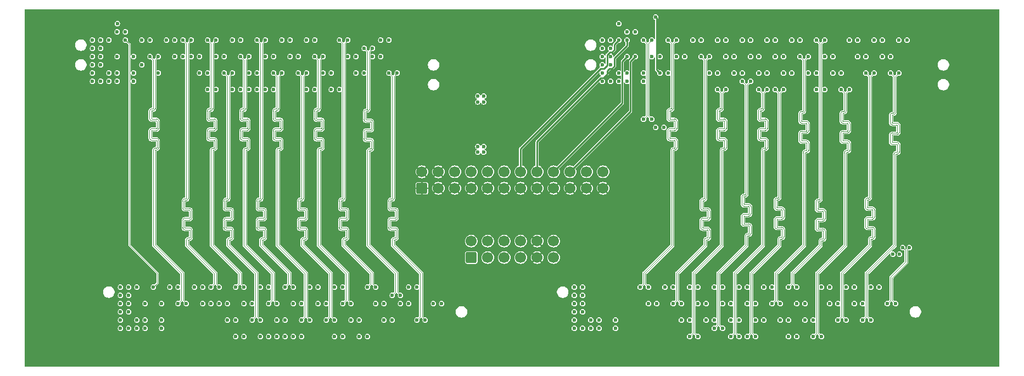
<source format=gbr>
%TF.GenerationSoftware,KiCad,Pcbnew,7.0.10*%
%TF.CreationDate,2024-12-16T15:55:03-07:00*%
%TF.ProjectId,DRXDaughterboard,44525844-6175-4676-9874-6572626f6172,1.1*%
%TF.SameCoordinates,Original*%
%TF.FileFunction,Copper,L3,Inr*%
%TF.FilePolarity,Positive*%
%FSLAX46Y46*%
G04 Gerber Fmt 4.6, Leading zero omitted, Abs format (unit mm)*
G04 Created by KiCad (PCBNEW 7.0.10) date 2024-12-16 15:55:03*
%MOMM*%
%LPD*%
G01*
G04 APERTURE LIST*
G04 Aperture macros list*
%AMRoundRect*
0 Rectangle with rounded corners*
0 $1 Rounding radius*
0 $2 $3 $4 $5 $6 $7 $8 $9 X,Y pos of 4 corners*
0 Add a 4 corners polygon primitive as box body*
4,1,4,$2,$3,$4,$5,$6,$7,$8,$9,$2,$3,0*
0 Add four circle primitives for the rounded corners*
1,1,$1+$1,$2,$3*
1,1,$1+$1,$4,$5*
1,1,$1+$1,$6,$7*
1,1,$1+$1,$8,$9*
0 Add four rect primitives between the rounded corners*
20,1,$1+$1,$2,$3,$4,$5,0*
20,1,$1+$1,$4,$5,$6,$7,0*
20,1,$1+$1,$6,$7,$8,$9,0*
20,1,$1+$1,$8,$9,$2,$3,0*%
G04 Aperture macros list end*
%TA.AperFunction,ComponentPad*%
%ADD10RoundRect,0.250000X0.600000X-0.600000X0.600000X0.600000X-0.600000X0.600000X-0.600000X-0.600000X0*%
%TD*%
%TA.AperFunction,ComponentPad*%
%ADD11C,1.700000*%
%TD*%
%TA.AperFunction,ViaPad*%
%ADD12C,0.600000*%
%TD*%
%TA.AperFunction,ViaPad*%
%ADD13C,5.400000*%
%TD*%
%TA.AperFunction,Conductor*%
%ADD14C,0.102000*%
%TD*%
%TA.AperFunction,Conductor*%
%ADD15C,0.250000*%
%TD*%
G04 APERTURE END LIST*
D10*
%TO.N,GND*%
%TO.C,J3*%
X128294001Y-98117273D03*
D11*
X128294001Y-95577273D03*
X130834001Y-98117273D03*
X130834001Y-95577273D03*
X133374001Y-98117273D03*
%TO.N,FMC0_SYNC*%
X133374001Y-95577273D03*
%TO.N,GND*%
X135914001Y-98117273D03*
%TO.N,FMC0_\u002ARST*%
X135914001Y-95577273D03*
%TO.N,GND*%
X138454001Y-98117273D03*
%TO.N,Net-(J3-Pin_10)*%
X138454001Y-95577273D03*
%TO.N,GND*%
X140994001Y-98117273D03*
%TO.N,Net-(J3-Pin_12)*%
X140994001Y-95577273D03*
%TO.N,GND*%
X143534001Y-98117273D03*
%TO.N,FMC1_CS1*%
X143534001Y-95577273D03*
%TO.N,GND*%
X146074001Y-98117273D03*
%TO.N,FMC1_CS0*%
X146074001Y-95577273D03*
%TO.N,GND*%
X148614001Y-98117273D03*
%TO.N,FMC1_SCL*%
X148614001Y-95577273D03*
%TO.N,GND*%
X151154001Y-98117273D03*
%TO.N,FMC1_SDA*%
X151154001Y-95577273D03*
%TO.N,GND*%
X153694001Y-98117273D03*
%TO.N,FMC1_SYNC*%
X153694001Y-95577273D03*
%TO.N,GND*%
X156234001Y-98117273D03*
%TO.N,FMC1_\u002ARST*%
X156234001Y-95577273D03*
%TD*%
D10*
%TO.N,FMC0_FCLKB_N*%
%TO.C,J6*%
X135914001Y-108794773D03*
D11*
%TO.N,unconnected-(J6-Pin_2-Pad2)*%
X135914001Y-106254773D03*
%TO.N,FMC0_FCLKB_P*%
X138454001Y-108794773D03*
%TO.N,unconnected-(J6-Pin_4-Pad4)*%
X138454001Y-106254773D03*
%TO.N,unconnected-(J6-Pin_5-Pad5)*%
X140994001Y-108794773D03*
%TO.N,FMC1_FCLKB_N*%
X140994001Y-106254773D03*
%TO.N,unconnected-(J6-Pin_7-Pad7)*%
X143534001Y-108794773D03*
%TO.N,FMC1_FCLKB_P*%
X143534001Y-106254773D03*
%TO.N,GND*%
X146074001Y-108794773D03*
X146074001Y-106254773D03*
%TO.N,unconnected-(J6-Pin_11-Pad11)*%
X148614001Y-108794773D03*
%TO.N,unconnected-(J6-Pin_12-Pad12)*%
X148614001Y-106254773D03*
%TD*%
D12*
%TO.N,GND*%
X204240000Y-106630000D03*
X205510001Y-106629000D03*
X204239999Y-94488000D03*
X205510000Y-94487000D03*
X143050000Y-124170000D03*
X143050000Y-122880000D03*
X142900000Y-104910000D03*
X141630000Y-104910000D03*
X130200000Y-106340000D03*
X128930000Y-106340000D03*
X137840000Y-110363000D03*
X136525000Y-110363000D03*
X80137000Y-96266000D03*
X81280000Y-96266000D03*
X82550000Y-96266000D03*
X83693000Y-96266000D03*
X200570000Y-94488000D03*
X191680001Y-94488000D03*
X170077001Y-93726000D03*
X172630001Y-94488000D03*
X176440001Y-94487000D03*
X175170001Y-94488000D03*
X184060001Y-94488000D03*
X189140001Y-94488000D03*
X168820001Y-94487000D03*
X182790001Y-94488000D03*
X171360001Y-94487000D03*
X181520001Y-94488000D03*
X192950001Y-94487000D03*
X195490001Y-94487000D03*
X190410001Y-94488000D03*
X180250001Y-94487000D03*
X167550000Y-95170000D03*
X199300001Y-94488000D03*
X177710001Y-94478000D03*
X196760001Y-94487000D03*
X187870001Y-94488000D03*
X201840001Y-94487000D03*
X198030001Y-94488000D03*
X186600001Y-94488000D03*
X194220001Y-94488000D03*
X185330001Y-94488000D03*
X166267001Y-94487000D03*
X173900001Y-94487000D03*
X88900000Y-106508773D03*
X88900000Y-96266000D03*
X91464001Y-96266000D03*
X85114001Y-96266000D03*
X86384001Y-96266000D03*
X100354001Y-96266000D03*
X121944001Y-96266000D03*
X92734001Y-96266000D03*
X115594001Y-96266000D03*
X114324001Y-96266000D03*
X96544001Y-96266000D03*
X116864001Y-96266000D03*
X113054001Y-96266000D03*
X87654001Y-96266000D03*
X97814001Y-96266000D03*
X105434001Y-96266000D03*
X110514001Y-96266000D03*
X120674001Y-96266000D03*
X123214001Y-96266000D03*
X102894001Y-96266000D03*
X124484001Y-96266000D03*
X95274001Y-96266000D03*
X109244001Y-96266000D03*
X104164001Y-96266000D03*
X119404001Y-96266000D03*
X94004001Y-96266000D03*
X107974001Y-96266000D03*
X101624001Y-96266000D03*
X118134001Y-96266000D03*
X90194001Y-96266000D03*
X99084001Y-96266000D03*
X111784001Y-96266000D03*
X106704001Y-96266000D03*
X201344001Y-112096773D03*
X111784001Y-106508773D03*
X90194001Y-106508773D03*
X86891001Y-119716773D03*
X179750001Y-112096773D03*
X128801001Y-112096773D03*
X165784001Y-114636773D03*
X114831001Y-112096773D03*
X114831001Y-117176773D03*
X106704001Y-106508773D03*
X99084001Y-106508773D03*
X88161001Y-112096773D03*
X181024001Y-117176773D03*
X83854001Y-79076773D03*
X91474001Y-84156773D03*
X113562001Y-112096773D03*
X126261001Y-119716773D03*
X203111001Y-73996773D03*
X177711001Y-84156773D03*
X116874001Y-81616773D03*
X198804001Y-119716773D03*
X91971001Y-112096773D03*
X200571001Y-79076773D03*
X108481001Y-122256773D03*
X170091001Y-79076773D03*
X170091001Y-84156773D03*
X76986001Y-77171773D03*
X102131001Y-119716773D03*
X175170001Y-85426773D03*
X81314001Y-84156773D03*
X171360001Y-85426773D03*
X184834001Y-112096773D03*
X183564001Y-122256773D03*
X83854001Y-76536773D03*
X114324001Y-85426773D03*
X111021001Y-114636773D03*
X124494001Y-84156773D03*
X188644001Y-117176773D03*
X189140001Y-85426773D03*
X161974001Y-119716773D03*
X161201001Y-81616773D03*
X94004001Y-85426773D03*
X121954001Y-79076773D03*
X172630001Y-85426773D03*
X203111001Y-79076773D03*
X123722001Y-112096773D03*
X181024001Y-112096773D03*
X160704001Y-122256773D03*
X128801001Y-114636773D03*
X169594001Y-114636773D03*
X118134001Y-106508773D03*
X80044001Y-82886773D03*
X106714001Y-76536773D03*
X192951001Y-76536773D03*
D13*
X213016001Y-77070173D03*
D12*
X185330001Y-106636773D03*
X166281001Y-76536773D03*
X99084001Y-85426773D03*
X173900001Y-106635773D03*
X186100001Y-112096773D03*
X184834001Y-114636773D03*
X99591001Y-112096773D03*
X170860001Y-112096773D03*
X178985179Y-105991952D03*
X192950001Y-85426773D03*
X170091001Y-76536773D03*
X175944001Y-122256773D03*
X166267001Y-106635773D03*
X173900001Y-81616773D03*
X108481001Y-119716773D03*
X87654001Y-85426773D03*
X124992001Y-112096773D03*
X173404001Y-117176773D03*
X205651001Y-79076773D03*
X169594001Y-112096773D03*
X88161001Y-122256773D03*
X90194001Y-85426773D03*
X177711001Y-76536773D03*
X100354001Y-84156773D03*
X198804001Y-117176773D03*
X96554001Y-84156773D03*
X103401001Y-112096773D03*
X165011001Y-84156773D03*
X108482001Y-112096773D03*
X91971001Y-117176773D03*
X173404001Y-122256773D03*
X95274001Y-81616773D03*
X95274001Y-85426773D03*
X80044001Y-73996773D03*
X119404001Y-106508773D03*
X110514001Y-85426773D03*
X121181001Y-119716773D03*
X104164001Y-85426773D03*
X121954001Y-81616773D03*
X98321001Y-122256773D03*
X87664001Y-81616773D03*
X185331001Y-84156773D03*
X116102001Y-114636773D03*
X118144001Y-79076773D03*
X154354001Y-112096773D03*
X205651001Y-81616773D03*
X199300001Y-85426773D03*
X151281001Y-115271773D03*
X192454001Y-114636773D03*
X176440001Y-85426773D03*
X163244001Y-122256773D03*
X154354001Y-120986773D03*
X127034001Y-79076773D03*
X186600001Y-106636773D03*
X161974001Y-112096773D03*
X118144001Y-76536773D03*
X198031001Y-81616773D03*
X194220001Y-106636773D03*
X178484001Y-119716773D03*
X190410001Y-85426773D03*
X88161001Y-114636773D03*
X118641001Y-122256773D03*
X93242001Y-112096773D03*
X198804001Y-112096773D03*
X121954001Y-73996773D03*
X203111001Y-81616773D03*
X122451001Y-114636773D03*
X205651001Y-73996773D03*
X107974001Y-106508773D03*
X101624001Y-106508773D03*
X139343001Y-88601773D03*
X192951001Y-79076773D03*
X192454001Y-112096773D03*
X106704001Y-85426773D03*
X187374001Y-119716773D03*
X177214001Y-114636773D03*
X189141001Y-79076773D03*
X205651001Y-84156773D03*
X119912001Y-112096773D03*
X197530001Y-112096773D03*
X90701001Y-122256773D03*
X96544001Y-85426773D03*
X80044001Y-76536773D03*
X118641001Y-114636773D03*
X170091001Y-73996773D03*
X189140001Y-81616773D03*
X94004001Y-106508773D03*
X196264001Y-112096773D03*
X163240001Y-112096773D03*
X101634001Y-84156773D03*
X131341001Y-117176773D03*
X123214001Y-85426773D03*
X171361001Y-81616773D03*
X84351001Y-117176773D03*
X83081001Y-118446773D03*
X191184001Y-119716773D03*
X200571001Y-81616773D03*
X99094001Y-79076773D03*
X127034001Y-73996773D03*
X168320001Y-112096773D03*
X99084001Y-81616773D03*
X161974001Y-114636773D03*
X123721001Y-122256773D03*
X124494001Y-81616773D03*
X95781001Y-112096773D03*
X174680001Y-114636773D03*
X196761001Y-73996773D03*
X109244001Y-106508773D03*
X102904001Y-73996773D03*
X104164001Y-106508773D03*
X198030001Y-106636773D03*
X186100001Y-114636773D03*
X91464001Y-85426773D03*
X100862001Y-114636773D03*
X186104001Y-122256773D03*
X193724001Y-122256773D03*
X196761001Y-79076773D03*
X181024001Y-122256773D03*
X166281001Y-81616773D03*
X124494001Y-76536773D03*
X110524001Y-79076773D03*
X101624001Y-85426773D03*
X184834001Y-117176773D03*
X162471001Y-84156773D03*
X195490001Y-85426773D03*
X126261001Y-122256773D03*
X81304001Y-115271773D03*
X121181001Y-122256773D03*
D13*
X75715001Y-115170173D03*
D12*
X112291001Y-119716773D03*
X118134001Y-85426773D03*
X120674001Y-85426773D03*
X113561001Y-122256773D03*
X192951001Y-84156773D03*
X95274001Y-106508773D03*
X97824001Y-81616773D03*
X201840001Y-106635773D03*
X158661001Y-76536773D03*
X191184001Y-122256773D03*
X178480001Y-112096773D03*
X177710001Y-85426773D03*
X164510001Y-112096773D03*
X122451001Y-117176773D03*
X124484001Y-106508773D03*
X102894001Y-106508773D03*
X116102001Y-112096773D03*
X123214001Y-106508773D03*
X180251001Y-84156773D03*
X99591001Y-114636773D03*
X200049001Y-112096773D03*
X173900001Y-85426773D03*
X97814001Y-106508773D03*
X187870001Y-106636773D03*
X167551001Y-84156773D03*
X95284001Y-76536773D03*
X117372001Y-112096773D03*
X95781001Y-117176773D03*
X116864001Y-85426773D03*
X187871001Y-84156773D03*
X102132001Y-112096773D03*
X139343001Y-87712773D03*
X86394001Y-84156773D03*
X198804001Y-114636773D03*
X82584001Y-81616773D03*
X99094001Y-84156773D03*
X184060001Y-85426773D03*
X121944001Y-85426773D03*
X173901001Y-73996773D03*
X105941001Y-119716773D03*
X120674001Y-106508773D03*
X190411001Y-84156773D03*
X102904001Y-76536773D03*
X110514001Y-81616773D03*
X191681001Y-81616773D03*
X107211001Y-112096773D03*
X109752001Y-114636773D03*
X84351001Y-120986773D03*
X100862001Y-112096773D03*
X97051001Y-119716773D03*
X128801001Y-122256773D03*
X123721001Y-119716773D03*
X158164001Y-122256773D03*
X177711001Y-73996773D03*
X95284001Y-79076773D03*
X87664001Y-73996773D03*
X162471001Y-73996773D03*
X111794001Y-84156773D03*
X95781001Y-114636773D03*
X110514001Y-106508773D03*
X131341001Y-114636773D03*
X121182001Y-112096773D03*
X111021001Y-122256773D03*
X196760001Y-106635773D03*
X126261001Y-112096773D03*
X113054001Y-106508773D03*
X176441001Y-81616773D03*
X118641001Y-112096773D03*
X177710001Y-106626773D03*
X105434001Y-106508773D03*
X196264001Y-114636773D03*
X154354001Y-117176773D03*
X165784001Y-122256773D03*
X185331001Y-79076773D03*
X173901001Y-79076773D03*
X155624001Y-122256773D03*
X87654001Y-106508773D03*
X180251001Y-81616773D03*
X178484001Y-122256773D03*
X191680001Y-85426773D03*
X104174001Y-84156773D03*
X85114001Y-85426773D03*
X99094001Y-73996773D03*
X189141001Y-76536773D03*
X166281001Y-79076773D03*
X103401001Y-117176773D03*
X190410001Y-106636773D03*
X192454001Y-117176773D03*
X128801001Y-117176773D03*
X158661001Y-79076773D03*
X172631001Y-84156773D03*
X196264001Y-122256773D03*
X110524001Y-73996773D03*
X124494001Y-79076773D03*
X174670001Y-112096773D03*
X83854001Y-84156773D03*
X161974001Y-117176773D03*
X158661001Y-82886773D03*
X158164001Y-114636773D03*
X85622001Y-112096773D03*
X109254001Y-84156773D03*
X189910001Y-112096773D03*
X86892001Y-112096773D03*
X177214001Y-112096773D03*
X128801001Y-119716773D03*
X116864001Y-106508773D03*
X168324001Y-122256773D03*
X97814001Y-85426773D03*
X185331001Y-73996773D03*
X91474001Y-79076773D03*
X90702001Y-112096773D03*
X166281001Y-73996773D03*
X203111001Y-84156773D03*
X199300001Y-106636773D03*
X195490001Y-106635773D03*
X167550001Y-106635773D03*
X103401001Y-114636773D03*
X181521001Y-73996773D03*
X196761001Y-76536773D03*
X99094001Y-76536773D03*
X182791001Y-81616773D03*
X201344001Y-117176773D03*
X105434001Y-85426773D03*
X86384001Y-85426773D03*
X158164001Y-112096773D03*
X96544001Y-106508773D03*
X100861001Y-122256773D03*
X172130001Y-112096773D03*
X111021001Y-117176773D03*
X167550001Y-85426773D03*
X187870001Y-85426773D03*
X182294001Y-119716773D03*
X198804001Y-122256773D03*
X118144001Y-73996773D03*
X126261001Y-117176773D03*
X121954001Y-84156773D03*
X87664001Y-79076773D03*
X95781001Y-122256773D03*
X80044001Y-79076773D03*
X162471001Y-76536773D03*
X87664001Y-76536773D03*
X181520001Y-85426773D03*
X88161001Y-117176773D03*
X84351001Y-112096773D03*
X126261001Y-114636773D03*
X117371001Y-119716773D03*
X180250001Y-106635773D03*
X94512001Y-112096773D03*
X195491001Y-84156773D03*
X127034001Y-76536773D03*
X200571001Y-76536773D03*
X109244001Y-85426773D03*
X122451001Y-112096773D03*
X158661001Y-73996773D03*
X201344001Y-119716773D03*
X102894001Y-85426773D03*
X119414001Y-84156773D03*
X91971001Y-119716773D03*
X192950001Y-106635773D03*
X182790001Y-85426773D03*
X192951001Y-73996773D03*
X196264001Y-117176773D03*
X119404001Y-85426773D03*
X165784001Y-112096773D03*
X104672001Y-114636773D03*
X181520001Y-106636773D03*
X159931001Y-84156773D03*
X114334001Y-73996773D03*
X115594001Y-106508773D03*
X200571001Y-84156773D03*
X178994000Y-85426773D03*
X113064001Y-81616773D03*
X100354001Y-85426773D03*
X116101001Y-122256773D03*
X106714001Y-84156773D03*
X188644001Y-114636773D03*
X182290001Y-112096773D03*
X114324001Y-106508773D03*
X121954001Y-76536773D03*
X115594001Y-85426773D03*
X175944001Y-119716773D03*
X154354001Y-114636773D03*
X118641001Y-117176773D03*
X78774001Y-80346773D03*
X198031001Y-84156773D03*
D13*
X150024001Y-77070173D03*
D12*
X189140001Y-106636773D03*
X181024001Y-114636773D03*
X92734001Y-106508773D03*
X183560001Y-112096773D03*
X158164001Y-117176773D03*
X187370001Y-112096773D03*
X116874001Y-84156773D03*
X170077001Y-85426773D03*
X111784001Y-85426773D03*
X92744001Y-81616773D03*
D13*
X145717401Y-115170173D03*
D12*
X181521001Y-76536773D03*
X106714001Y-79076773D03*
X131341001Y-122256773D03*
X203111001Y-76536773D03*
X89432001Y-112096773D03*
X165784001Y-117176773D03*
X121944001Y-106508773D03*
X169594001Y-117176773D03*
X167054001Y-119716773D03*
X127532001Y-112096773D03*
X185330001Y-85426773D03*
X113054001Y-85426773D03*
X184060001Y-106636773D03*
X109752001Y-112096773D03*
X100354001Y-106508773D03*
X91474001Y-73996773D03*
D13*
X71408001Y-77070173D03*
D12*
X131341001Y-119716773D03*
X91971001Y-114636773D03*
X168820001Y-85426773D03*
X131341001Y-112096773D03*
X195491001Y-81616773D03*
X101634001Y-81616773D03*
X153084001Y-118446773D03*
X193724001Y-119716773D03*
D13*
X208709401Y-115170173D03*
D12*
X94014001Y-84156773D03*
X173901001Y-76536773D03*
X175171001Y-84156773D03*
X114334001Y-84156773D03*
X155599001Y-77171773D03*
X92734001Y-85426773D03*
X170864001Y-122256773D03*
X105942001Y-112096773D03*
X140232001Y-87712773D03*
X111021001Y-112096773D03*
X180250001Y-85426773D03*
X157391001Y-80346773D03*
X106714001Y-73996773D03*
X156894001Y-119716773D03*
X171360001Y-106635773D03*
X186601001Y-81616773D03*
D13*
X134400001Y-77070173D03*
D12*
X185331001Y-76536773D03*
X182790001Y-106636773D03*
X173404001Y-114636773D03*
X177711001Y-79076773D03*
X104174001Y-81616773D03*
X168820001Y-106635773D03*
X107984001Y-81616773D03*
X175940001Y-112096773D03*
X186600001Y-85426773D03*
X189141001Y-73996773D03*
D13*
X138707001Y-115170173D03*
D12*
X162471001Y-79076773D03*
X176440001Y-106635773D03*
X83854001Y-73996773D03*
X85114001Y-106508773D03*
X191180001Y-112096773D03*
X107211001Y-114636773D03*
X170851002Y-114636773D03*
X114334001Y-79076773D03*
X93241001Y-122256773D03*
X140232001Y-88601773D03*
X85621001Y-122256773D03*
X193720001Y-112096773D03*
X95284001Y-73996773D03*
X205651001Y-76536773D03*
X119414001Y-81616773D03*
X198030001Y-85426773D03*
X179760001Y-117176773D03*
X201344001Y-122256773D03*
X107974001Y-85426773D03*
X112292001Y-112096773D03*
X103401001Y-122256773D03*
X86384001Y-106508773D03*
X105941001Y-122256773D03*
X104672001Y-112096773D03*
X182791001Y-84156773D03*
X172630001Y-106636773D03*
X196760001Y-85426773D03*
X99591001Y-117176773D03*
X91464001Y-106508773D03*
X196264001Y-119716773D03*
X175170001Y-106636773D03*
X110524001Y-76536773D03*
X127034001Y-81616773D03*
X188644001Y-122256773D03*
X188644001Y-112096773D03*
X173404001Y-112096773D03*
X201344001Y-114636773D03*
X127034001Y-84156773D03*
X91474001Y-76536773D03*
X109752001Y-117176773D03*
X179750001Y-114636773D03*
X114334001Y-76536773D03*
X84351001Y-114636773D03*
X200571001Y-73996773D03*
X167050001Y-112096773D03*
X124494001Y-73996773D03*
X114831001Y-114636773D03*
X194990001Y-112096773D03*
X88934001Y-84156773D03*
X124484001Y-85426773D03*
X172134001Y-119716773D03*
X191680001Y-106636773D03*
X194220001Y-85426773D03*
X170077001Y-106635773D03*
%TO.N,+3.3VP*%
X156121001Y-81616773D03*
X154354001Y-119716773D03*
X156121001Y-80346773D03*
X80044001Y-80346773D03*
X155624001Y-119716773D03*
X137819001Y-92538773D03*
X153084001Y-119716773D03*
X158164001Y-118446773D03*
X88161001Y-119716773D03*
X81315001Y-80346773D03*
X81315001Y-81616773D03*
X80044001Y-81616773D03*
X159931001Y-80346773D03*
X155624001Y-118446773D03*
X158661001Y-80346773D03*
X158661001Y-81616773D03*
X151814001Y-118446773D03*
X162471001Y-80346773D03*
X88161001Y-118446773D03*
X136930001Y-92538773D03*
X136930001Y-91649773D03*
X159931001Y-81616773D03*
X85622001Y-118446773D03*
X137819001Y-91649773D03*
X84351001Y-119716773D03*
X83854001Y-80346773D03*
X158164001Y-119716773D03*
X81811001Y-118446773D03*
X84351001Y-118446773D03*
X83854001Y-81616773D03*
X77504001Y-81616773D03*
X162471001Y-81616773D03*
X151814001Y-119716773D03*
X85622001Y-119716773D03*
X78774001Y-81616773D03*
X81811001Y-119716773D03*
X83081001Y-119716773D03*
X154354001Y-118446773D03*
X157391001Y-81616773D03*
X77504001Y-80346773D03*
%TO.N,VAA*%
X83081001Y-117176773D03*
X77504001Y-77806773D03*
X151814001Y-114636773D03*
X157391001Y-75266773D03*
X153084001Y-115906773D03*
X77504001Y-76536773D03*
X77504001Y-79076773D03*
X156121001Y-79076773D03*
X81811001Y-115906773D03*
X156121001Y-76536773D03*
X156121001Y-75266773D03*
X157391001Y-76536773D03*
X78774001Y-79076773D03*
X78774001Y-77806773D03*
X151814001Y-113366773D03*
X78774001Y-76536773D03*
X83081001Y-114636773D03*
X136930001Y-83902773D03*
X83081001Y-115906773D03*
X78774001Y-75266773D03*
X83081001Y-113366773D03*
X153084001Y-117176773D03*
X81811001Y-114636773D03*
X153084001Y-114636773D03*
X137819001Y-84791773D03*
X137819001Y-83902773D03*
X157391001Y-77806773D03*
X157391001Y-79076773D03*
X156121001Y-77806773D03*
X151814001Y-117176773D03*
X136930001Y-84791773D03*
X153084001Y-113366773D03*
X81811001Y-117176773D03*
X81812001Y-113366773D03*
X77505001Y-75266773D03*
X151814001Y-115906773D03*
%TO.N,FMC0_A7_P*%
X115605001Y-82886773D03*
X119912001Y-120986773D03*
%TO.N,FMC0_A7_N*%
X114335001Y-82886773D03*
X118642001Y-120986773D03*
%TO.N,FMC0_B3_P*%
X116102001Y-120986773D03*
X111795001Y-82886773D03*
%TO.N,FMC0_B3_N*%
X110525001Y-82886773D03*
X114832001Y-120986773D03*
%TO.N,FMC0_B7_P*%
X105445001Y-82886773D03*
X109752001Y-120986941D03*
%TO.N,FMC0_B7_N*%
X108482001Y-120986773D03*
X104175001Y-82886773D03*
%TO.N,FMC0_C3_P*%
X104672001Y-120986773D03*
X100365001Y-82886773D03*
%TO.N,FMC0_C3_N*%
X99095001Y-82886773D03*
X103402001Y-120986773D03*
%TO.N,FMC0_A2_P*%
X119415001Y-80346773D03*
X123722001Y-118446773D03*
%TO.N,FMC0_A2_N*%
X122452001Y-118446773D03*
X118145001Y-80346773D03*
%TO.N,FMC0_A6_P*%
X118642001Y-118446773D03*
X114335001Y-80346773D03*
%TO.N,FMC0_A6_N*%
X113065001Y-80346773D03*
X117372001Y-118446773D03*
%TO.N,FMC0_B2_P*%
X110525001Y-80346773D03*
X114832001Y-118446773D03*
%TO.N,FMC0_B2_N*%
X109255001Y-80346773D03*
X113562001Y-118446773D03*
%TO.N,FMC0_B6_P*%
X111022001Y-118446773D03*
X106715001Y-80346773D03*
%TO.N,FMC0_B6_N*%
X109752001Y-118446773D03*
X105445001Y-80346773D03*
%TO.N,FMC0_C2_P*%
X102905001Y-80346773D03*
X107212001Y-118446773D03*
%TO.N,FMC0_C2_N*%
X101635001Y-80346773D03*
X105942001Y-118446773D03*
%TO.N,FMC0_C8_P*%
X103402001Y-118446773D03*
X99095001Y-80346773D03*
%TO.N,FMC0_A1_P*%
X126262001Y-115906773D03*
X121955001Y-77806773D03*
%TO.N,FMC0_A1_N*%
X124992001Y-115906773D03*
X120685001Y-77806773D03*
%TO.N,FMC0_A4_P*%
X118145001Y-77806773D03*
X122452001Y-115906773D03*
%TO.N,FMC0_A4_N*%
X116875001Y-77806773D03*
X121182001Y-115906773D03*
%TO.N,FMC0_B1_P*%
X113065001Y-77806773D03*
X117372001Y-115906773D03*
%TO.N,FMC0_B1_N*%
X111795001Y-77806773D03*
X116102001Y-115906773D03*
%TO.N,FMC0_B5_P*%
X113562001Y-115906773D03*
X109255001Y-77806773D03*
%TO.N,FMC0_B5_N*%
X112292001Y-115906773D03*
X107985001Y-77806773D03*
%TO.N,FMC0_C1_P*%
X109752001Y-115906773D03*
X105445001Y-77806773D03*
%TO.N,FMC0_C1_N*%
X104175001Y-77806773D03*
X108482001Y-115906773D03*
%TO.N,FMC0_C5_P*%
X105942001Y-115906773D03*
X101635001Y-77806773D03*
%TO.N,FMC0_C5_N*%
X100365001Y-77806773D03*
X104672001Y-115906773D03*
%TO.N,FMC0_C7_P*%
X102132001Y-115906773D03*
X97825001Y-77806773D03*
%TO.N,FMC0_C7_N*%
X96555001Y-77806773D03*
X100862001Y-115906773D03*
%TO.N,FMC0_A3_P*%
X120685001Y-76536773D03*
X124992001Y-114636773D03*
%TO.N,FMC0_LCLKA_P*%
X127532001Y-113366773D03*
X123225001Y-75266773D03*
%TO.N,FMC0_LCLKA_N*%
X121955001Y-75266773D03*
X126262001Y-113366773D03*
%TO.N,FMC0_A3_N*%
X119415001Y-76536773D03*
X123722001Y-114636773D03*
%TO.N,FMC0_A5_P*%
X121182001Y-113366773D03*
X116875001Y-75266773D03*
%TO.N,FMC0_A5_N*%
X115605001Y-75266773D03*
X119912001Y-113366773D03*
%TO.N,FMC0_A8_P*%
X116102001Y-113366773D03*
X111795001Y-75266773D03*
%TO.N,FMC0_A8_N*%
X110525001Y-75266773D03*
X114832001Y-113366773D03*
%TO.N,FMC0_B4_P*%
X112292001Y-113366773D03*
X107985001Y-75266773D03*
%TO.N,FMC0_B4_N*%
X106715001Y-75266773D03*
X111022001Y-113366773D03*
%TO.N,FMC0_B8_P*%
X108482001Y-113366773D03*
X104175001Y-75266773D03*
%TO.N,FMC0_B8_N*%
X102905001Y-75266773D03*
X107212001Y-113366773D03*
%TO.N,FMC0_C4_P*%
X104672001Y-113366773D03*
X100365001Y-75266773D03*
%TO.N,FMC0_C4_N*%
X103402001Y-113366773D03*
X99095001Y-75266773D03*
%TO.N,FMC0_C6_P*%
X96555001Y-75266773D03*
X100862001Y-113366773D03*
%TO.N,FMC0_C6_N*%
X95285001Y-75266773D03*
X99592001Y-113366773D03*
%TO.N,FMC0_C8_N*%
X97825001Y-80346773D03*
X102132001Y-118446773D03*
%TO.N,FMC0_D7_N*%
X85114001Y-75266773D03*
X89432001Y-113366773D03*
%TO.N,FMC0_CS0*%
X86892001Y-113366773D03*
X82585001Y-75266773D03*
%TO.N,FMC0_CS1*%
X84352001Y-113366773D03*
X80045001Y-75266773D03*
%TO.N,FMC0_D7_P*%
X86384001Y-75266773D03*
X90702001Y-113366773D03*
%TO.N,FMC0_D5_N*%
X88924001Y-75266773D03*
X93242001Y-113366773D03*
%TO.N,FMC0_D5_P*%
X94512001Y-113366773D03*
X90194001Y-75266773D03*
%TO.N,FMC0_D1_N*%
X91475001Y-75266773D03*
X95782001Y-113366773D03*
%TO.N,FMC0_D1_P*%
X92745001Y-75266773D03*
X97052001Y-113366773D03*
%TO.N,FMC0_D8_N*%
X86384001Y-77806773D03*
X90702001Y-115906773D03*
%TO.N,FMC0_D8_P*%
X91972001Y-115906773D03*
X87654001Y-77806773D03*
%TO.N,FMC0_D6_N*%
X90205001Y-77806773D03*
X94512001Y-115906773D03*
%TO.N,FMC0_D6_P*%
X91475001Y-77806773D03*
X95782001Y-115906773D03*
%TO.N,FMC0_D2_N*%
X97052001Y-115906773D03*
X92745001Y-77806773D03*
%TO.N,FMC0_D2_P*%
X98322001Y-115906773D03*
X94015001Y-77806773D03*
%TO.N,FMC0_D3_N*%
X98322001Y-118446773D03*
X94015001Y-80346773D03*
%TO.N,FMC0_D3_P*%
X99592001Y-118446773D03*
X95285001Y-80346773D03*
%TO.N,FMC0_D4_N*%
X99592001Y-120986773D03*
X95285001Y-82886773D03*
%TO.N,FMC0_D4_P*%
X96555001Y-82886773D03*
X100862001Y-120986773D03*
%TO.N,FMC0_FCLKC_P*%
X102905001Y-82886773D03*
X107212001Y-120986773D03*
%TO.N,FMC0_FCLKC_N*%
X105942001Y-120986773D03*
X101635001Y-82886773D03*
%TO.N,FMC0_FCLKA_P*%
X124495001Y-80346773D03*
X128802001Y-118446773D03*
%TO.N,FMC0_FCLKA_N*%
X127532001Y-118446773D03*
X123225001Y-80346773D03*
%TO.N,FMC0_SDA*%
X83855001Y-77806773D03*
X88162001Y-115906773D03*
%TO.N,FMC0_SCL*%
X81315001Y-77806773D03*
X85622001Y-115906773D03*
%TO.N,FMC0_SDOUT*%
X81332891Y-72712522D03*
%TO.N,FMC0_SYNC*%
X87665001Y-80346773D03*
%TO.N,FMC0_\u002ARST*%
X85125001Y-79076773D03*
%TO.N,FMC1_CS0*%
X159931001Y-75266773D03*
%TO.N,FMC1_CS1*%
X158661001Y-75266773D03*
%TO.N,FMC1_SDA*%
X161201001Y-77806773D03*
%TO.N,FMC1_SCL*%
X159931001Y-77806773D03*
%TO.N,FMC1_SDOUT*%
X158661001Y-72726773D03*
%TO.N,FMC1_SYNC*%
X166281001Y-80346773D03*
%TO.N,FMC1_\u002ARST*%
X164362001Y-71710773D03*
X165011001Y-80346773D03*
%TO.N,FMC1_LCLKA_N*%
X201841001Y-75266773D03*
X130072001Y-115906773D03*
%TO.N,FMC1_LCLKA_P*%
X131342001Y-115906773D03*
X203111001Y-75266773D03*
%TO.N,FMC0_FCLKB_P*%
X82585001Y-73996773D03*
%TO.N,FMC0_FCLKB_N*%
X81315001Y-73996773D03*
%TO.N,FMC1_FCLKA_P*%
X201841001Y-80346773D03*
X197534001Y-118446773D03*
%TO.N,FMC1_FCLKA_N*%
X200571001Y-80346773D03*
X196264001Y-118446773D03*
%TO.N,FMC1_A1_P*%
X196264001Y-115906773D03*
X200571001Y-77806773D03*
%TO.N,FMC1_A1_N*%
X199301001Y-77806773D03*
X194994001Y-115906773D03*
%TO.N,FMC1_A3_P*%
X194994001Y-113366773D03*
X199301001Y-75266773D03*
%TO.N,FMC1_A2_P*%
X193724001Y-118446773D03*
X198031001Y-80346773D03*
%TO.N,FMC1_A3_N*%
X198031001Y-75266773D03*
X193724001Y-113366773D03*
%TO.N,FMC1_A2_N*%
X196761001Y-80346773D03*
X192454001Y-118446773D03*
%TO.N,FMC1_A4_P*%
X192454001Y-115906773D03*
X196761001Y-77806773D03*
%TO.N,FMC1_A7_P*%
X194221001Y-82886773D03*
X189914001Y-120986773D03*
%TO.N,FMC1_A4_N*%
X191184001Y-115906773D03*
X195491001Y-77806773D03*
%TO.N,FMC1_A5_P*%
X195491001Y-75266773D03*
X191184001Y-113366773D03*
%TO.N,FMC1_A7_N*%
X188644001Y-120986773D03*
X192951001Y-82886773D03*
%TO.N,FMC1_A6_P*%
X192951001Y-80346773D03*
X188644001Y-118446773D03*
%TO.N,FMC1_A5_N*%
X194221001Y-75266773D03*
X189914001Y-113366773D03*
%TO.N,FMC1_A6_N*%
X191681001Y-80346773D03*
X187374001Y-118446773D03*
%TO.N,FMC1_B1_P*%
X187374001Y-115906773D03*
X191681001Y-77806773D03*
%TO.N,FMC1_B1_N*%
X186104001Y-115906773D03*
X190411001Y-77806773D03*
%TO.N,FMC1_A8_P*%
X186104001Y-113366773D03*
X190411001Y-75266773D03*
%TO.N,FMC1_B3_P*%
X190411001Y-82886773D03*
X186104001Y-120986773D03*
%TO.N,FMC1_B2_P*%
X189141001Y-80346773D03*
X184834001Y-118446773D03*
%TO.N,FMC1_A8_N*%
X184834001Y-113366773D03*
X189141001Y-75266773D03*
%TO.N,FMC1_B3_N*%
X184834001Y-120986773D03*
X189141001Y-82886773D03*
%TO.N,FMC1_B2_N*%
X187871001Y-80346773D03*
X183564001Y-118446773D03*
%TO.N,FMC1_B5_P*%
X187871001Y-77806773D03*
X183564001Y-115906773D03*
%TO.N,FMC1_B5_N*%
X182294001Y-115906773D03*
X186601001Y-77806773D03*
%TO.N,FMC1_B4_P*%
X182294001Y-113366773D03*
X186601001Y-75266773D03*
%TO.N,FMC1_B6_P*%
X185331001Y-80346773D03*
X181024001Y-118446773D03*
%TO.N,FMC1_B4_N*%
X181024001Y-113366773D03*
X185331001Y-75266773D03*
%TO.N,FMC1_B7_P*%
X184061001Y-82886773D03*
X179754001Y-120986773D03*
%TO.N,FMC1_B6_N*%
X184061001Y-80346773D03*
X179754001Y-118446773D03*
%TO.N,FMC1_C1_P*%
X184061001Y-77806773D03*
X179754001Y-115906773D03*
%TO.N,FMC1_B7_N*%
X178484001Y-120986773D03*
X182791001Y-82886773D03*
%TO.N,FMC1_C1_N*%
X178484001Y-115906773D03*
X182791001Y-77806773D03*
%TO.N,FMC1_B8_P*%
X182791001Y-75266773D03*
X178484001Y-113366773D03*
%TO.N,FMC1_FCLKC_P*%
X177214001Y-120986773D03*
X181521001Y-82886773D03*
%TO.N,FMC1_C2_P*%
X177214001Y-118446773D03*
X181521001Y-80346773D03*
%TO.N,FMC1_B8_N*%
X181521001Y-75266773D03*
X177214001Y-113366773D03*
%TO.N,FMC1_FCLKC_N*%
X175944001Y-120986773D03*
X180251001Y-82886773D03*
%TO.N,FMC1_C2_N*%
X180251001Y-80346773D03*
X175944001Y-118446773D03*
%TO.N,FMC1_C5_P*%
X180251001Y-77806773D03*
X175944001Y-115906773D03*
%TO.N,FMC1_C3_P*%
X174674001Y-119716773D03*
X178981001Y-81616773D03*
%TO.N,FMC1_C5_N*%
X178981001Y-77806773D03*
X174674001Y-115906773D03*
%TO.N,FMC1_C4_P*%
X174674001Y-113366773D03*
X178981001Y-75266773D03*
%TO.N,FMC1_C3_N*%
X173404001Y-119716773D03*
X177711001Y-81616773D03*
%TO.N,FMC1_C8_P*%
X177711001Y-80346773D03*
X173404001Y-118446773D03*
%TO.N,FMC1_C4_N*%
X173404001Y-113366773D03*
X177711001Y-75266773D03*
%TO.N,FMC1_C8_N*%
X176441001Y-80346773D03*
X172134001Y-118446773D03*
%TO.N,FMC1_C7_P*%
X172134001Y-115906773D03*
X176441001Y-77806773D03*
%TO.N,FMC1_C7_N*%
X170864001Y-115906773D03*
X175171001Y-77806773D03*
%TO.N,FMC1_C6_P*%
X170864001Y-113366773D03*
X175171001Y-75266773D03*
%TO.N,FMC1_D4_P*%
X175171001Y-82886773D03*
X170864001Y-120986773D03*
%TO.N,FMC1_D3_P*%
X169594001Y-118446773D03*
X173901001Y-80346773D03*
%TO.N,FMC1_C6_N*%
X169594001Y-113366773D03*
X173901001Y-75266773D03*
%TO.N,FMC1_D4_N*%
X169594001Y-120986773D03*
X173901001Y-82886773D03*
%TO.N,FMC1_D3_N*%
X172631001Y-80346773D03*
X168324001Y-118446773D03*
%TO.N,FMC1_D2_P*%
X168324001Y-115906773D03*
X172631001Y-77806773D03*
%TO.N,FMC1_D2_N*%
X171361001Y-77806773D03*
X167054001Y-115906773D03*
%TO.N,FMC1_D1_P*%
X171361001Y-75266773D03*
X167054001Y-113366773D03*
%TO.N,FMC1_D1_N*%
X165784001Y-113366773D03*
X170091001Y-75266773D03*
%TO.N,FMC1_D6_P*%
X168821001Y-77806773D03*
X164514001Y-115906773D03*
%TO.N,FMC1_D6_N*%
X167551001Y-77806773D03*
X163244001Y-115906773D03*
%TO.N,FMC1_D5_P*%
X167551001Y-75266773D03*
X163244001Y-113366773D03*
%TO.N,FMC1_D5_N*%
X161974001Y-113366773D03*
X166281001Y-75266773D03*
%TO.N,FMC1_D8_P*%
X165011001Y-77806773D03*
X201344001Y-115906773D03*
X203478001Y-107270773D03*
X165632001Y-88728773D03*
%TO.N,FMC1_D8_N*%
X164362001Y-88728773D03*
X200074001Y-115906773D03*
X163741001Y-77806773D03*
X202462001Y-107270773D03*
%TO.N,FMC1_D7_P*%
X163741001Y-87458773D03*
X198804001Y-113366773D03*
X201954001Y-108286773D03*
X163741001Y-75266773D03*
%TO.N,FMC1_D7_N*%
X197534001Y-113366773D03*
X162471001Y-87458773D03*
X200938001Y-108286773D03*
X162471001Y-75266773D03*
%TO.N,FMC1_FCLKB_P*%
X161201001Y-73996773D03*
%TO.N,FMC1_FCLKB_N*%
X159931001Y-73996773D03*
%TD*%
D14*
%TO.N,FMC0_B2_P*%
X109485999Y-104175772D02*
X109485999Y-103079774D01*
X114348002Y-111145226D02*
X110041002Y-106838226D01*
X114832001Y-118446773D02*
X114348002Y-117962774D01*
X110041002Y-98627773D02*
X110041002Y-80830772D01*
X110092002Y-104226772D02*
X109536999Y-104226772D01*
X110041002Y-106838226D02*
X110041002Y-106127773D01*
X110041002Y-80830772D02*
X110525001Y-80346773D01*
X110243003Y-104226772D02*
X110092002Y-104226772D01*
X110596005Y-102675772D02*
X110596005Y-101579774D01*
X109485999Y-101175772D02*
X109485999Y-100079774D01*
X110041002Y-101226772D02*
X109536999Y-101226772D01*
X109536999Y-103028774D02*
X109739000Y-103028774D01*
X114348002Y-117962774D02*
X114348002Y-111145226D01*
X109536999Y-100028774D02*
X109688000Y-100028774D01*
X110041002Y-99675772D02*
X110041002Y-98627773D01*
X110092002Y-106076773D02*
X110243003Y-106076773D01*
X109739000Y-103028774D02*
X110243003Y-103028774D01*
X110243003Y-101226772D02*
X110041002Y-101226772D01*
X110596005Y-105723771D02*
X110596005Y-104579774D01*
X109536999Y-103028799D02*
G75*
G03*
X109485999Y-103079774I1J-51001D01*
G01*
X110596028Y-104579774D02*
G75*
G03*
X110243003Y-104226772I-353028J-26D01*
G01*
X110243003Y-106076805D02*
G75*
G03*
X110596005Y-105723771I-3J353005D01*
G01*
X109486028Y-104175772D02*
G75*
G03*
X109536999Y-104226772I50972J-28D01*
G01*
X109688000Y-100028802D02*
G75*
G03*
X110041002Y-99675772I0J353002D01*
G01*
X110092002Y-106076802D02*
G75*
G03*
X110041002Y-106127773I-2J-50998D01*
G01*
X109536999Y-100028799D02*
G75*
G03*
X109485999Y-100079774I1J-51001D01*
G01*
X110596028Y-101579774D02*
G75*
G03*
X110243003Y-101226772I-353028J-26D01*
G01*
X110243003Y-103028805D02*
G75*
G03*
X110596005Y-102675772I-3J353005D01*
G01*
X109486028Y-101175772D02*
G75*
G03*
X109536999Y-101226772I50972J-28D01*
G01*
%TO.N,FMC0_B2_N*%
X114046000Y-117962774D02*
X114046000Y-111270320D01*
X110041002Y-101528774D02*
X109536999Y-101528774D01*
X109183997Y-104175772D02*
X109183997Y-103079774D01*
X110243003Y-101528774D02*
X110041002Y-101528774D01*
X114046000Y-111270320D02*
X109739000Y-106963320D01*
X109536999Y-99726772D02*
X109688000Y-99726772D01*
X110243003Y-104528774D02*
X110092002Y-104528774D01*
X110294003Y-102675772D02*
X110294003Y-101579774D01*
X109739000Y-106963320D02*
X109739000Y-106127773D01*
X110294003Y-105723771D02*
X110294003Y-104579774D01*
X109739000Y-98627773D02*
X109739000Y-80830772D01*
X110092002Y-105774771D02*
X110243003Y-105774771D01*
X113562001Y-118446773D02*
X114046000Y-117962774D01*
X109739000Y-99675772D02*
X109739000Y-98627773D01*
X110092002Y-104528774D02*
X109536999Y-104528774D01*
X109739000Y-102726772D02*
X110243003Y-102726772D01*
X109536999Y-102726772D02*
X109739000Y-102726772D01*
X109739000Y-80830772D02*
X109255001Y-80346773D01*
X109183997Y-101175772D02*
X109183997Y-100079774D01*
X110243003Y-105774803D02*
G75*
G03*
X110294003Y-105723771I-3J51003D01*
G01*
X110294026Y-104579774D02*
G75*
G03*
X110243003Y-104528774I-51026J-26D01*
G01*
X109184026Y-104175772D02*
G75*
G03*
X109536999Y-104528774I352974J-28D01*
G01*
X109536999Y-102726797D02*
G75*
G03*
X109183997Y-103079774I1J-353003D01*
G01*
X109184026Y-101175772D02*
G75*
G03*
X109536999Y-101528774I352974J-28D01*
G01*
X109688000Y-99726800D02*
G75*
G03*
X109739000Y-99675772I0J51000D01*
G01*
X110294026Y-101579774D02*
G75*
G03*
X110243003Y-101528774I-51026J-26D01*
G01*
X110092002Y-105774800D02*
G75*
G03*
X109739000Y-106127773I-2J-353000D01*
G01*
X109536999Y-99726797D02*
G75*
G03*
X109183997Y-100079774I1J-353003D01*
G01*
X110243003Y-102726803D02*
G75*
G03*
X110294003Y-102675772I-3J51003D01*
G01*
%TO.N,FMC0_B6_P*%
X106231002Y-106838226D02*
X110538002Y-111145226D01*
X110538002Y-117962774D02*
X111022001Y-118446773D01*
X105675999Y-89259774D02*
X105675999Y-90355772D01*
X106231002Y-93307773D02*
X106231002Y-106838226D01*
X110538002Y-111145226D02*
X110538002Y-117962774D01*
X105675999Y-86211775D02*
X105675999Y-87355772D01*
X106715001Y-80346773D02*
X106231002Y-80830772D01*
X106231002Y-80830772D02*
X106231002Y-85807773D01*
X105929000Y-90406772D02*
X106433003Y-90406772D01*
X105726999Y-87406772D02*
X105878000Y-87406772D01*
X106231002Y-89208774D02*
X105726999Y-89208774D01*
X106433003Y-92208774D02*
X106282002Y-92208774D01*
X105878000Y-87406772D02*
X106433003Y-87406772D01*
X106433003Y-89208774D02*
X106231002Y-89208774D01*
X106786005Y-87759774D02*
X106786005Y-88855772D01*
X106231002Y-92259774D02*
X106231002Y-93307773D01*
X106786005Y-90759774D02*
X106786005Y-91855772D01*
X105726999Y-90406772D02*
X105929000Y-90406772D01*
X105878000Y-86160775D02*
X105726999Y-86160775D01*
X106433003Y-89208805D02*
G75*
G03*
X106786005Y-88855772I-3J353005D01*
G01*
X105878000Y-86160802D02*
G75*
G03*
X106231002Y-85807773I0J353002D01*
G01*
X106786028Y-90759774D02*
G75*
G03*
X106433003Y-90406772I-353028J-26D01*
G01*
X106282002Y-92208802D02*
G75*
G03*
X106231002Y-92259774I-2J-50998D01*
G01*
X105676028Y-87355772D02*
G75*
G03*
X105726999Y-87406772I50972J-28D01*
G01*
X106433003Y-92208805D02*
G75*
G03*
X106786005Y-91855772I-3J353005D01*
G01*
X105676028Y-90355772D02*
G75*
G03*
X105726999Y-90406772I50972J-28D01*
G01*
X106786028Y-87759774D02*
G75*
G03*
X106433003Y-87406772I-353028J-26D01*
G01*
X105726999Y-86160799D02*
G75*
G03*
X105675999Y-86211775I1J-51001D01*
G01*
X105726999Y-89208799D02*
G75*
G03*
X105675999Y-89259774I1J-51001D01*
G01*
%TO.N,FMC0_B6_N*%
X105726999Y-90708774D02*
X105929000Y-90708774D01*
X105373997Y-89259774D02*
X105373997Y-90355772D01*
X105929000Y-93307773D02*
X105929000Y-106963320D01*
X105878000Y-85858773D02*
X105726999Y-85858773D01*
X106433003Y-88906772D02*
X106231002Y-88906772D01*
X105929000Y-106963320D02*
X110236000Y-111270320D01*
X105726999Y-87708774D02*
X105878000Y-87708774D01*
X106484003Y-87759774D02*
X106484003Y-88855772D01*
X105878000Y-87708774D02*
X106433003Y-87708774D01*
X106484003Y-90759774D02*
X106484003Y-91855772D01*
X105929000Y-80830772D02*
X105929000Y-85807773D01*
X105929000Y-90708774D02*
X106433003Y-90708774D01*
X106231002Y-88906772D02*
X105726999Y-88906772D01*
X105445001Y-80346773D02*
X105929000Y-80830772D01*
X110236000Y-111270320D02*
X110236000Y-117962774D01*
X105373997Y-86211775D02*
X105373997Y-87355772D01*
X106433003Y-91906772D02*
X106282002Y-91906772D01*
X105929000Y-92259774D02*
X105929000Y-93307773D01*
X110236000Y-117962774D02*
X109752001Y-118446773D01*
X105726999Y-88906797D02*
G75*
G03*
X105373997Y-89259774I1J-353003D01*
G01*
X105374026Y-90355772D02*
G75*
G03*
X105726999Y-90708774I352974J-28D01*
G01*
X106282002Y-91906800D02*
G75*
G03*
X105929000Y-92259774I-2J-353000D01*
G01*
X106484026Y-87759774D02*
G75*
G03*
X106433003Y-87708774I-51026J-26D01*
G01*
X106484026Y-90759774D02*
G75*
G03*
X106433003Y-90708774I-51026J-26D01*
G01*
X105726999Y-85858797D02*
G75*
G03*
X105373997Y-86211775I1J-353003D01*
G01*
X106433003Y-91906803D02*
G75*
G03*
X106484003Y-91855772I-3J51003D01*
G01*
X105878000Y-85858800D02*
G75*
G03*
X105929000Y-85807773I0J51000D01*
G01*
X105374026Y-87355772D02*
G75*
G03*
X105726999Y-87708774I352974J-28D01*
G01*
X106433003Y-88906803D02*
G75*
G03*
X106484003Y-88855772I-3J51003D01*
G01*
%TO.N,FMC0_C8_P*%
X102918002Y-117962774D02*
X102918002Y-111145226D01*
X98611002Y-106838226D02*
X98611002Y-106127773D01*
X98106999Y-100028774D02*
X98258000Y-100028774D01*
X98813003Y-104226772D02*
X98662002Y-104226772D01*
X98309000Y-103028774D02*
X98813003Y-103028774D01*
X98611002Y-80830772D02*
X99095001Y-80346773D01*
X98611002Y-99675772D02*
X98611002Y-98627773D01*
X102918002Y-111145226D02*
X98611002Y-106838226D01*
X98055999Y-104175772D02*
X98055999Y-103079774D01*
X103402001Y-118446773D02*
X102918002Y-117962774D01*
X98611002Y-101226772D02*
X98106999Y-101226772D01*
X99166005Y-102675772D02*
X99166005Y-101579774D01*
X98662002Y-106076773D02*
X98813003Y-106076773D01*
X98813003Y-101226772D02*
X98611002Y-101226772D01*
X98611002Y-98627773D02*
X98611002Y-80830772D01*
X99166005Y-105723771D02*
X99166005Y-104579774D01*
X98106999Y-103028774D02*
X98309000Y-103028774D01*
X98662002Y-104226772D02*
X98106999Y-104226772D01*
X98055999Y-101175772D02*
X98055999Y-100079774D01*
X98106999Y-100028799D02*
G75*
G03*
X98055999Y-100079774I1J-51001D01*
G01*
X98106999Y-103028799D02*
G75*
G03*
X98055999Y-103079774I1J-51001D01*
G01*
X98258000Y-100028802D02*
G75*
G03*
X98611002Y-99675772I0J353002D01*
G01*
X98662002Y-106076802D02*
G75*
G03*
X98611002Y-106127773I-2J-50998D01*
G01*
X98056028Y-104175772D02*
G75*
G03*
X98106999Y-104226772I50972J-28D01*
G01*
X98056028Y-101175772D02*
G75*
G03*
X98106999Y-101226772I50972J-28D01*
G01*
X98813003Y-106076805D02*
G75*
G03*
X99166005Y-105723771I-3J353005D01*
G01*
X99166028Y-101579774D02*
G75*
G03*
X98813003Y-101226772I-353028J-26D01*
G01*
X99166028Y-104579774D02*
G75*
G03*
X98813003Y-104226772I-353028J-26D01*
G01*
X98813003Y-103028805D02*
G75*
G03*
X99166005Y-102675772I-3J353005D01*
G01*
%TO.N,FMC0_B1_P*%
X116888002Y-115422774D02*
X117372001Y-115906773D01*
X116888002Y-111145226D02*
X116888002Y-115422774D01*
X113136005Y-87759774D02*
X113136005Y-88855772D01*
X112783003Y-92208774D02*
X112632002Y-92208774D01*
X112228000Y-87406772D02*
X112783003Y-87406772D01*
X112228000Y-86160775D02*
X112076999Y-86160775D01*
X113065001Y-77806773D02*
X112581002Y-78290772D01*
X112076999Y-90406772D02*
X112279000Y-90406772D01*
X113136005Y-90759774D02*
X113136005Y-91855772D01*
X112581002Y-92259774D02*
X112581002Y-93307773D01*
X112783003Y-89208774D02*
X112581002Y-89208774D01*
X112025999Y-89259774D02*
X112025999Y-90355772D01*
X112025999Y-86211775D02*
X112025999Y-87355772D01*
X112581002Y-93307773D02*
X112581002Y-106838226D01*
X112581002Y-106838226D02*
X116888002Y-111145226D01*
X112279000Y-90406772D02*
X112783003Y-90406772D01*
X112076999Y-87406772D02*
X112228000Y-87406772D01*
X112581002Y-89208774D02*
X112076999Y-89208774D01*
X112581002Y-78290772D02*
X112581002Y-85807773D01*
X113136028Y-87759774D02*
G75*
G03*
X112783003Y-87406772I-353028J-26D01*
G01*
X112076999Y-89208799D02*
G75*
G03*
X112025999Y-89259774I1J-51001D01*
G01*
X112026028Y-90355772D02*
G75*
G03*
X112076999Y-90406772I50972J-28D01*
G01*
X112783003Y-89208805D02*
G75*
G03*
X113136005Y-88855772I-3J353005D01*
G01*
X112076999Y-86160799D02*
G75*
G03*
X112025999Y-86211775I1J-51001D01*
G01*
X112783003Y-92208805D02*
G75*
G03*
X113136005Y-91855772I-3J353005D01*
G01*
X112228000Y-86160802D02*
G75*
G03*
X112581002Y-85807773I0J353002D01*
G01*
X113136028Y-90759774D02*
G75*
G03*
X112783003Y-90406772I-353028J-26D01*
G01*
X112632002Y-92208802D02*
G75*
G03*
X112581002Y-92259774I-2J-50998D01*
G01*
X112026028Y-87355772D02*
G75*
G03*
X112076999Y-87406772I50972J-28D01*
G01*
%TO.N,FMC0_B1_N*%
X116586000Y-111270320D02*
X116586000Y-115422774D01*
X112279000Y-93307773D02*
X112279000Y-106963320D01*
X112834003Y-90759774D02*
X112834003Y-91855772D01*
X112228000Y-85858773D02*
X112076999Y-85858773D01*
X112279000Y-90708774D02*
X112783003Y-90708774D01*
X116586000Y-115422774D02*
X116102001Y-115906773D01*
X112581002Y-88906772D02*
X112076999Y-88906772D01*
X112834003Y-87759774D02*
X112834003Y-88855772D01*
X112279000Y-78290772D02*
X112279000Y-85807773D01*
X111723997Y-86211775D02*
X111723997Y-87355772D01*
X111795001Y-77806773D02*
X112279000Y-78290772D01*
X112076999Y-90708774D02*
X112279000Y-90708774D01*
X112783003Y-91906772D02*
X112632002Y-91906772D01*
X112279000Y-106963320D02*
X116586000Y-111270320D01*
X111723997Y-89259774D02*
X111723997Y-90355772D01*
X112783003Y-88906772D02*
X112581002Y-88906772D01*
X112076999Y-87708774D02*
X112228000Y-87708774D01*
X112228000Y-87708774D02*
X112783003Y-87708774D01*
X112279000Y-92259774D02*
X112279000Y-93307773D01*
X112834026Y-87759774D02*
G75*
G03*
X112783003Y-87708774I-51026J-26D01*
G01*
X112834026Y-90759774D02*
G75*
G03*
X112783003Y-90708774I-51026J-26D01*
G01*
X112632002Y-91906800D02*
G75*
G03*
X112279000Y-92259774I-2J-353000D01*
G01*
X111724026Y-90355772D02*
G75*
G03*
X112076999Y-90708774I352974J-28D01*
G01*
X112076999Y-85858797D02*
G75*
G03*
X111723997Y-86211775I1J-353003D01*
G01*
X111724026Y-87355772D02*
G75*
G03*
X112076999Y-87708774I352974J-28D01*
G01*
X112228000Y-85858800D02*
G75*
G03*
X112279000Y-85807773I0J51000D01*
G01*
X112076999Y-88906797D02*
G75*
G03*
X111723997Y-89259774I1J-353003D01*
G01*
X112783003Y-88906803D02*
G75*
G03*
X112834003Y-88855772I-3J51003D01*
G01*
X112783003Y-91906803D02*
G75*
G03*
X112834003Y-91855772I-3J51003D01*
G01*
%TO.N,FMC0_C5_P*%
X101151002Y-92259774D02*
X101151002Y-93307773D01*
X101353003Y-89208774D02*
X101151002Y-89208774D01*
X100849000Y-90406772D02*
X101353003Y-90406772D01*
X101706005Y-87759774D02*
X101706005Y-88855772D01*
X100798000Y-87406772D02*
X101353003Y-87406772D01*
X101151002Y-93307773D02*
X101151002Y-106838226D01*
X100798000Y-86160775D02*
X100646999Y-86160775D01*
X105458002Y-111145226D02*
X105458002Y-115422774D01*
X101635001Y-77806773D02*
X101151002Y-78290772D01*
X101151002Y-78290772D02*
X101151002Y-85807773D01*
X101353003Y-92208774D02*
X101202002Y-92208774D01*
X100595999Y-89259774D02*
X100595999Y-90355772D01*
X100646999Y-87406772D02*
X100798000Y-87406772D01*
X101151002Y-106838226D02*
X105458002Y-111145226D01*
X105458002Y-115422774D02*
X105942001Y-115906773D01*
X101706005Y-90759774D02*
X101706005Y-91855772D01*
X100646999Y-90406772D02*
X100849000Y-90406772D01*
X100595999Y-86211775D02*
X100595999Y-87355772D01*
X101151002Y-89208774D02*
X100646999Y-89208774D01*
X101353003Y-89208805D02*
G75*
G03*
X101706005Y-88855772I-3J353005D01*
G01*
X101706028Y-87759774D02*
G75*
G03*
X101353003Y-87406772I-353028J-26D01*
G01*
X100798000Y-86160802D02*
G75*
G03*
X101151002Y-85807773I0J353002D01*
G01*
X101706028Y-90759774D02*
G75*
G03*
X101353003Y-90406772I-353028J-26D01*
G01*
X101353003Y-92208805D02*
G75*
G03*
X101706005Y-91855772I-3J353005D01*
G01*
X100596028Y-87355772D02*
G75*
G03*
X100646999Y-87406772I50972J-28D01*
G01*
X100646999Y-86160799D02*
G75*
G03*
X100595999Y-86211775I1J-51001D01*
G01*
X100646999Y-89208799D02*
G75*
G03*
X100595999Y-89259774I1J-51001D01*
G01*
X101202002Y-92208802D02*
G75*
G03*
X101151002Y-92259774I-2J-50998D01*
G01*
X100596028Y-90355772D02*
G75*
G03*
X100646999Y-90406772I50972J-28D01*
G01*
%TO.N,FMC0_C5_N*%
X100798000Y-85858773D02*
X100646999Y-85858773D01*
X105156000Y-111270320D02*
X105156000Y-115422774D01*
X100293997Y-86211775D02*
X100293997Y-87355772D01*
X105156000Y-115422774D02*
X104672001Y-115906773D01*
X100849000Y-93307773D02*
X100849000Y-106963320D01*
X100798000Y-87708774D02*
X101353003Y-87708774D01*
X100849000Y-92259774D02*
X100849000Y-93307773D01*
X101353003Y-91906772D02*
X101202002Y-91906772D01*
X101404003Y-87759774D02*
X101404003Y-88855772D01*
X100646999Y-87708774D02*
X100798000Y-87708774D01*
X101353003Y-88906772D02*
X101151002Y-88906772D01*
X101404003Y-90759774D02*
X101404003Y-91855772D01*
X100646999Y-90708774D02*
X100849000Y-90708774D01*
X100849000Y-78290772D02*
X100849000Y-85807773D01*
X100849000Y-90708774D02*
X101353003Y-90708774D01*
X100293997Y-89259774D02*
X100293997Y-90355772D01*
X100849000Y-106963320D02*
X105156000Y-111270320D01*
X101151002Y-88906772D02*
X100646999Y-88906772D01*
X100365001Y-77806773D02*
X100849000Y-78290772D01*
X100294026Y-90355772D02*
G75*
G03*
X100646999Y-90708774I352974J-28D01*
G01*
X101353003Y-91906803D02*
G75*
G03*
X101404003Y-91855772I-3J51003D01*
G01*
X100798000Y-85858800D02*
G75*
G03*
X100849000Y-85807773I0J51000D01*
G01*
X100646999Y-85858797D02*
G75*
G03*
X100293997Y-86211775I1J-353003D01*
G01*
X101353003Y-88906803D02*
G75*
G03*
X101404003Y-88855772I-3J51003D01*
G01*
X100294026Y-87355772D02*
G75*
G03*
X100646999Y-87708774I352974J-28D01*
G01*
X101404026Y-87759774D02*
G75*
G03*
X101353003Y-87708774I-51026J-26D01*
G01*
X101404026Y-90759774D02*
G75*
G03*
X101353003Y-90708774I-51026J-26D01*
G01*
X100646999Y-88906797D02*
G75*
G03*
X100293997Y-89259774I1J-353003D01*
G01*
X101202002Y-91906800D02*
G75*
G03*
X100849000Y-92259774I-2J-353000D01*
G01*
%TO.N,FMC0_A3_P*%
X120403003Y-89335774D02*
X120201002Y-89335774D01*
X120756005Y-90886774D02*
X120756005Y-91982772D01*
X120201002Y-89335774D02*
X119696999Y-89335774D01*
X119848000Y-86287775D02*
X119696999Y-86287775D01*
X120201002Y-106838226D02*
X124508002Y-111145226D01*
X120756005Y-87886774D02*
X120756005Y-88982772D01*
X124508002Y-114152774D02*
X124992001Y-114636773D01*
X119645999Y-86338775D02*
X119645999Y-87482772D01*
X120685001Y-76536773D02*
X120201002Y-77020772D01*
X119645999Y-89386774D02*
X119645999Y-90482772D01*
X120201002Y-93434773D02*
X120201002Y-106838226D01*
X120201002Y-92386774D02*
X120201002Y-93434773D01*
X119696999Y-87533772D02*
X119848000Y-87533772D01*
X120403003Y-92335774D02*
X120252002Y-92335774D01*
X119696999Y-90533772D02*
X119899000Y-90533772D01*
X119848000Y-87533772D02*
X120403003Y-87533772D01*
X120201002Y-77020772D02*
X120201002Y-85934773D01*
X119899000Y-90533772D02*
X120403003Y-90533772D01*
X124508002Y-111145226D02*
X124508002Y-114152774D01*
X120403003Y-89335805D02*
G75*
G03*
X120756005Y-88982772I-3J353005D01*
G01*
X120756028Y-87886774D02*
G75*
G03*
X120403003Y-87533772I-353028J-26D01*
G01*
X119848000Y-86287802D02*
G75*
G03*
X120201002Y-85934773I0J353002D01*
G01*
X119646028Y-90482772D02*
G75*
G03*
X119696999Y-90533772I50972J-28D01*
G01*
X120403003Y-92335805D02*
G75*
G03*
X120756005Y-91982772I-3J353005D01*
G01*
X120756028Y-90886774D02*
G75*
G03*
X120403003Y-90533772I-353028J-26D01*
G01*
X119646028Y-87482772D02*
G75*
G03*
X119696999Y-87533772I50972J-28D01*
G01*
X119696999Y-86287799D02*
G75*
G03*
X119645999Y-86338775I1J-51001D01*
G01*
X119696999Y-89335799D02*
G75*
G03*
X119645999Y-89386774I1J-51001D01*
G01*
X120252002Y-92335802D02*
G75*
G03*
X120201002Y-92386774I-2J-50998D01*
G01*
%TO.N,FMC0_A3_N*%
X119848000Y-85985773D02*
X119696999Y-85985773D01*
X119899000Y-93434773D02*
X119899000Y-106963320D01*
X119848000Y-87835774D02*
X120403003Y-87835774D01*
X119696999Y-90835774D02*
X119899000Y-90835774D01*
X119899000Y-106963320D02*
X124206000Y-111270320D01*
X120403003Y-89033772D02*
X120201002Y-89033772D01*
X119415001Y-76536773D02*
X119899000Y-77020772D01*
X119899000Y-90835774D02*
X120403003Y-90835774D01*
X119343997Y-89386774D02*
X119343997Y-90482772D01*
X120454003Y-87886774D02*
X120454003Y-88982772D01*
X124206000Y-114152774D02*
X123722001Y-114636773D01*
X124206000Y-111270320D02*
X124206000Y-114152774D01*
X119343997Y-86338775D02*
X119343997Y-87482772D01*
X119899000Y-92386774D02*
X119899000Y-93434773D01*
X120201002Y-89033772D02*
X119696999Y-89033772D01*
X119899000Y-77020772D02*
X119899000Y-85934773D01*
X120403003Y-92033772D02*
X120252002Y-92033772D01*
X120454003Y-90886774D02*
X120454003Y-91982772D01*
X119696999Y-87835774D02*
X119848000Y-87835774D01*
X120454026Y-90886774D02*
G75*
G03*
X120403003Y-90835774I-51026J-26D01*
G01*
X119344026Y-90482772D02*
G75*
G03*
X119696999Y-90835774I352974J-28D01*
G01*
X120403003Y-92033803D02*
G75*
G03*
X120454003Y-91982772I-3J51003D01*
G01*
X119344026Y-87482772D02*
G75*
G03*
X119696999Y-87835774I352974J-28D01*
G01*
X119696999Y-89033797D02*
G75*
G03*
X119343997Y-89386774I1J-353003D01*
G01*
X120252002Y-92033800D02*
G75*
G03*
X119899000Y-92386774I-2J-353000D01*
G01*
X120454026Y-87886774D02*
G75*
G03*
X120403003Y-87835774I-51026J-26D01*
G01*
X120403003Y-89033803D02*
G75*
G03*
X120454003Y-88982772I-3J51003D01*
G01*
X119848000Y-85985800D02*
G75*
G03*
X119899000Y-85934773I0J51000D01*
G01*
X119696999Y-85985797D02*
G75*
G03*
X119343997Y-86338775I1J-353003D01*
G01*
%TO.N,FMC0_A5_P*%
X116391002Y-98627773D02*
X116391002Y-75750772D01*
X116442002Y-104226772D02*
X115886999Y-104226772D01*
X116442002Y-106076773D02*
X116593003Y-106076773D01*
X115886999Y-100028774D02*
X116038000Y-100028774D01*
X116391002Y-106838226D02*
X116391002Y-106127773D01*
X116946005Y-105723771D02*
X116946005Y-104579774D01*
X115835999Y-101175772D02*
X115835999Y-100079774D01*
X116391002Y-99675772D02*
X116391002Y-98627773D01*
X116593003Y-104226772D02*
X116442002Y-104226772D01*
X115886999Y-103028774D02*
X116089000Y-103028774D01*
X120698002Y-112882774D02*
X120698002Y-111145226D01*
X116391002Y-101226772D02*
X115886999Y-101226772D01*
X116946005Y-102675772D02*
X116946005Y-101579774D01*
X121182001Y-113366773D02*
X120698002Y-112882774D01*
X116391002Y-75750772D02*
X116875001Y-75266773D01*
X120698002Y-111145226D02*
X116391002Y-106838226D01*
X116089000Y-103028774D02*
X116593003Y-103028774D01*
X116593003Y-101226772D02*
X116391002Y-101226772D01*
X115835999Y-104175772D02*
X115835999Y-103079774D01*
X115886999Y-103028799D02*
G75*
G03*
X115835999Y-103079774I1J-51001D01*
G01*
X115836028Y-101175772D02*
G75*
G03*
X115886999Y-101226772I50972J-28D01*
G01*
X115886999Y-100028799D02*
G75*
G03*
X115835999Y-100079774I1J-51001D01*
G01*
X116593003Y-103028805D02*
G75*
G03*
X116946005Y-102675772I-3J353005D01*
G01*
X116442002Y-106076802D02*
G75*
G03*
X116391002Y-106127773I-2J-50998D01*
G01*
X116946028Y-101579774D02*
G75*
G03*
X116593003Y-101226772I-353028J-26D01*
G01*
X116038000Y-100028802D02*
G75*
G03*
X116391002Y-99675772I0J353002D01*
G01*
X116593003Y-106076805D02*
G75*
G03*
X116946005Y-105723771I-3J353005D01*
G01*
X115836028Y-104175772D02*
G75*
G03*
X115886999Y-104226772I50972J-28D01*
G01*
X116946028Y-104579774D02*
G75*
G03*
X116593003Y-104226772I-353028J-26D01*
G01*
%TO.N,FMC0_A5_N*%
X116391002Y-101528774D02*
X115886999Y-101528774D01*
X120396000Y-111270320D02*
X116089000Y-106963320D01*
X115533997Y-101175772D02*
X115533997Y-100079774D01*
X116089000Y-99675772D02*
X116089000Y-98627773D01*
X116644003Y-105723771D02*
X116644003Y-104579774D01*
X119912001Y-113366773D02*
X120396000Y-112882774D01*
X115886999Y-99726772D02*
X116038000Y-99726772D01*
X115886999Y-102726772D02*
X116089000Y-102726772D01*
X116442002Y-105774771D02*
X116593003Y-105774771D01*
X116593003Y-104528774D02*
X116442002Y-104528774D01*
X116644003Y-102675772D02*
X116644003Y-101579774D01*
X116593003Y-101528774D02*
X116391002Y-101528774D01*
X116089000Y-98627773D02*
X116089000Y-75750772D01*
X116442002Y-104528774D02*
X115886999Y-104528774D01*
X116089000Y-75750772D02*
X115605001Y-75266773D01*
X115533997Y-104175772D02*
X115533997Y-103079774D01*
X116089000Y-102726772D02*
X116593003Y-102726772D01*
X116089000Y-106963320D02*
X116089000Y-106127773D01*
X120396000Y-112882774D02*
X120396000Y-111270320D01*
X116593003Y-105774803D02*
G75*
G03*
X116644003Y-105723771I-3J51003D01*
G01*
X116644026Y-104579774D02*
G75*
G03*
X116593003Y-104528774I-51026J-26D01*
G01*
X116644026Y-101579774D02*
G75*
G03*
X116593003Y-101528774I-51026J-26D01*
G01*
X116442002Y-105774800D02*
G75*
G03*
X116089000Y-106127773I-2J-353000D01*
G01*
X116038000Y-99726800D02*
G75*
G03*
X116089000Y-99675772I0J51000D01*
G01*
X115886999Y-102726797D02*
G75*
G03*
X115533997Y-103079774I1J-353003D01*
G01*
X115534026Y-101175772D02*
G75*
G03*
X115886999Y-101528774I352974J-28D01*
G01*
X115886999Y-99726797D02*
G75*
G03*
X115533997Y-100079774I1J-353003D01*
G01*
X116593003Y-102726803D02*
G75*
G03*
X116644003Y-102675772I-3J51003D01*
G01*
X115534026Y-104175772D02*
G75*
G03*
X115886999Y-104528774I352974J-28D01*
G01*
%TO.N,FMC0_B8_P*%
X103389000Y-103028774D02*
X103893003Y-103028774D01*
X103691002Y-106838226D02*
X103691002Y-106127773D01*
X103691002Y-75750772D02*
X104175001Y-75266773D01*
X103893003Y-101226772D02*
X103691002Y-101226772D01*
X108482001Y-113366773D02*
X107998002Y-112882774D01*
X107998002Y-112882774D02*
X107998002Y-111145226D01*
X103691002Y-98627773D02*
X103691002Y-75750772D01*
X103742002Y-104226772D02*
X103186999Y-104226772D01*
X103186999Y-100028774D02*
X103338000Y-100028774D01*
X107998002Y-111145226D02*
X103691002Y-106838226D01*
X103691002Y-99675772D02*
X103691002Y-98627773D01*
X103135999Y-104175772D02*
X103135999Y-103079774D01*
X103135999Y-101175772D02*
X103135999Y-100079774D01*
X104246005Y-105723771D02*
X104246005Y-104579774D01*
X104246005Y-102675772D02*
X104246005Y-101579774D01*
X103893003Y-104226772D02*
X103742002Y-104226772D01*
X103691002Y-101226772D02*
X103186999Y-101226772D01*
X103742002Y-106076773D02*
X103893003Y-106076773D01*
X103186999Y-103028774D02*
X103389000Y-103028774D01*
X103742002Y-106076802D02*
G75*
G03*
X103691002Y-106127773I-2J-50998D01*
G01*
X103136028Y-104175772D02*
G75*
G03*
X103186999Y-104226772I50972J-28D01*
G01*
X104246028Y-101579774D02*
G75*
G03*
X103893003Y-101226772I-353028J-26D01*
G01*
X104246028Y-104579774D02*
G75*
G03*
X103893003Y-104226772I-353028J-26D01*
G01*
X103893003Y-106076805D02*
G75*
G03*
X104246005Y-105723771I-3J353005D01*
G01*
X103893003Y-103028805D02*
G75*
G03*
X104246005Y-102675772I-3J353005D01*
G01*
X103186999Y-100028799D02*
G75*
G03*
X103135999Y-100079774I1J-51001D01*
G01*
X103136028Y-101175772D02*
G75*
G03*
X103186999Y-101226772I50972J-28D01*
G01*
X103338000Y-100028802D02*
G75*
G03*
X103691002Y-99675772I0J353002D01*
G01*
X103186999Y-103028799D02*
G75*
G03*
X103135999Y-103079774I1J-51001D01*
G01*
%TO.N,FMC0_B8_N*%
X103186999Y-99726772D02*
X103338000Y-99726772D01*
X103691002Y-101528774D02*
X103186999Y-101528774D01*
X102833997Y-101175772D02*
X102833997Y-100079774D01*
X103389000Y-99675772D02*
X103389000Y-98627773D01*
X103944003Y-102675772D02*
X103944003Y-101579774D01*
X103389000Y-98627773D02*
X103389000Y-75750772D01*
X103742002Y-105774771D02*
X103893003Y-105774771D01*
X102833997Y-104175772D02*
X102833997Y-103079774D01*
X103944003Y-105723771D02*
X103944003Y-104579774D01*
X107696000Y-111270320D02*
X103389000Y-106963320D01*
X103389000Y-102726772D02*
X103893003Y-102726772D01*
X107696000Y-112882774D02*
X107696000Y-111270320D01*
X103893003Y-104528774D02*
X103742002Y-104528774D01*
X103893003Y-101528774D02*
X103691002Y-101528774D01*
X103389000Y-75750772D02*
X102905001Y-75266773D01*
X107212001Y-113366773D02*
X107696000Y-112882774D01*
X103742002Y-104528774D02*
X103186999Y-104528774D01*
X103186999Y-102726772D02*
X103389000Y-102726772D01*
X103389000Y-106963320D02*
X103389000Y-106127773D01*
X103944026Y-101579774D02*
G75*
G03*
X103893003Y-101528774I-51026J-26D01*
G01*
X103338000Y-99726800D02*
G75*
G03*
X103389000Y-99675772I0J51000D01*
G01*
X103893003Y-102726803D02*
G75*
G03*
X103944003Y-102675772I-3J51003D01*
G01*
X103186999Y-102726797D02*
G75*
G03*
X102833997Y-103079774I1J-353003D01*
G01*
X103742002Y-105774800D02*
G75*
G03*
X103389000Y-106127773I-2J-353000D01*
G01*
X102834026Y-104175772D02*
G75*
G03*
X103186999Y-104528774I352974J-28D01*
G01*
X103893003Y-105774803D02*
G75*
G03*
X103944003Y-105723771I-3J51003D01*
G01*
X102834026Y-101175772D02*
G75*
G03*
X103186999Y-101528774I352974J-28D01*
G01*
X103186999Y-99726797D02*
G75*
G03*
X102833997Y-100079774I1J-353003D01*
G01*
X103944026Y-104579774D02*
G75*
G03*
X103893003Y-104528774I-51026J-26D01*
G01*
%TO.N,FMC0_C6_P*%
X96626005Y-87759774D02*
X96626005Y-88855772D01*
X95566999Y-87406772D02*
X95718000Y-87406772D01*
X95718000Y-87406772D02*
X96273003Y-87406772D01*
X95769000Y-90406772D02*
X96273003Y-90406772D01*
X96273003Y-89208774D02*
X96071002Y-89208774D01*
X96071002Y-93307773D02*
X96071002Y-106838226D01*
X95566999Y-90406772D02*
X95769000Y-90406772D01*
X95515999Y-86211775D02*
X95515999Y-87355772D01*
X96626005Y-90759774D02*
X96626005Y-91855772D01*
X96273003Y-92208774D02*
X96122002Y-92208774D01*
X96555001Y-75266773D02*
X96071002Y-75750772D01*
X96071002Y-92259774D02*
X96071002Y-93307773D01*
X96071002Y-106838226D02*
X100378002Y-111145226D01*
X100378002Y-111145226D02*
X100378002Y-112882774D01*
X95515999Y-89259774D02*
X95515999Y-90355772D01*
X96071002Y-89208774D02*
X95566999Y-89208774D01*
X95718000Y-86160775D02*
X95566999Y-86160775D01*
X100378002Y-112882774D02*
X100862001Y-113366773D01*
X96071002Y-75750772D02*
X96071002Y-85807773D01*
X96122002Y-92208802D02*
G75*
G03*
X96071002Y-92259774I-2J-50998D01*
G01*
X96626028Y-90759774D02*
G75*
G03*
X96273003Y-90406772I-353028J-26D01*
G01*
X96626028Y-87759774D02*
G75*
G03*
X96273003Y-87406772I-353028J-26D01*
G01*
X95516028Y-90355772D02*
G75*
G03*
X95566999Y-90406772I50972J-28D01*
G01*
X95566999Y-89208799D02*
G75*
G03*
X95515999Y-89259774I1J-51001D01*
G01*
X96273003Y-92208805D02*
G75*
G03*
X96626005Y-91855772I-3J353005D01*
G01*
X95718000Y-86160802D02*
G75*
G03*
X96071002Y-85807773I0J353002D01*
G01*
X95516028Y-87355772D02*
G75*
G03*
X95566999Y-87406772I50972J-28D01*
G01*
X96273003Y-89208805D02*
G75*
G03*
X96626005Y-88855772I-3J353005D01*
G01*
X95566999Y-86160799D02*
G75*
G03*
X95515999Y-86211775I1J-51001D01*
G01*
%TO.N,FMC0_C6_N*%
X100076000Y-111270320D02*
X100076000Y-112882774D01*
X95718000Y-87708774D02*
X96273003Y-87708774D01*
X96273003Y-91906772D02*
X96122002Y-91906772D01*
X96324003Y-87759774D02*
X96324003Y-88855772D01*
X95213997Y-89259774D02*
X95213997Y-90355772D01*
X95566999Y-87708774D02*
X95718000Y-87708774D01*
X96324003Y-90759774D02*
X96324003Y-91855772D01*
X95769000Y-92259774D02*
X95769000Y-93307773D01*
X95769000Y-75750772D02*
X95769000Y-85807773D01*
X96071002Y-88906772D02*
X95566999Y-88906772D01*
X100076000Y-112882774D02*
X99592001Y-113366773D01*
X95213997Y-86211775D02*
X95213997Y-87355772D01*
X95285001Y-75266773D02*
X95769000Y-75750772D01*
X95769000Y-106963320D02*
X100076000Y-111270320D01*
X95769000Y-90708774D02*
X96273003Y-90708774D01*
X95566999Y-90708774D02*
X95769000Y-90708774D01*
X95718000Y-85858773D02*
X95566999Y-85858773D01*
X95769000Y-93307773D02*
X95769000Y-106963320D01*
X96273003Y-88906772D02*
X96071002Y-88906772D01*
X95566999Y-85858797D02*
G75*
G03*
X95213997Y-86211775I1J-353003D01*
G01*
X95718000Y-85858800D02*
G75*
G03*
X95769000Y-85807773I0J51000D01*
G01*
X95566999Y-88906797D02*
G75*
G03*
X95213997Y-89259774I1J-353003D01*
G01*
X95214026Y-87355772D02*
G75*
G03*
X95566999Y-87708774I352974J-28D01*
G01*
X95214026Y-90355772D02*
G75*
G03*
X95566999Y-90708774I352974J-28D01*
G01*
X96324026Y-90759774D02*
G75*
G03*
X96273003Y-90708774I-51026J-26D01*
G01*
X96324026Y-87759774D02*
G75*
G03*
X96273003Y-87708774I-51026J-26D01*
G01*
X96273003Y-91906803D02*
G75*
G03*
X96324003Y-91855772I-3J51003D01*
G01*
X96122002Y-91906800D02*
G75*
G03*
X95769000Y-92259774I-2J-353000D01*
G01*
X96273003Y-88906803D02*
G75*
G03*
X96324003Y-88855772I-3J51003D01*
G01*
%TO.N,FMC0_C8_N*%
X98309000Y-80830772D02*
X97825001Y-80346773D01*
X98309000Y-99675772D02*
X98309000Y-98627773D01*
X98309000Y-98627773D02*
X98309000Y-80830772D01*
X98309000Y-106963320D02*
X98309000Y-106127773D01*
X98309000Y-102726772D02*
X98813003Y-102726772D01*
X97753997Y-101175772D02*
X97753997Y-100079774D01*
X102616000Y-111270320D02*
X98309000Y-106963320D01*
X98611002Y-101528774D02*
X98106999Y-101528774D01*
X98813003Y-101528774D02*
X98611002Y-101528774D01*
X98864003Y-102675772D02*
X98864003Y-101579774D01*
X98106999Y-99726772D02*
X98258000Y-99726772D01*
X98662002Y-104528774D02*
X98106999Y-104528774D01*
X97753997Y-104175772D02*
X97753997Y-103079774D01*
X102616000Y-117962774D02*
X102616000Y-111270320D01*
X102132001Y-118446773D02*
X102616000Y-117962774D01*
X98662002Y-105774771D02*
X98813003Y-105774771D01*
X98813003Y-104528774D02*
X98662002Y-104528774D01*
X98864003Y-105723771D02*
X98864003Y-104579774D01*
X98106999Y-102726772D02*
X98309000Y-102726772D01*
X98258000Y-99726800D02*
G75*
G03*
X98309000Y-99675772I0J51000D01*
G01*
X97754026Y-104175772D02*
G75*
G03*
X98106999Y-104528774I352974J-28D01*
G01*
X98813003Y-102726803D02*
G75*
G03*
X98864003Y-102675772I-3J51003D01*
G01*
X98864026Y-101579774D02*
G75*
G03*
X98813003Y-101528774I-51026J-26D01*
G01*
X98106999Y-99726797D02*
G75*
G03*
X97753997Y-100079774I1J-353003D01*
G01*
X97754026Y-101175772D02*
G75*
G03*
X98106999Y-101528774I352974J-28D01*
G01*
X98864026Y-104579774D02*
G75*
G03*
X98813003Y-104528774I-51026J-26D01*
G01*
X98106999Y-102726797D02*
G75*
G03*
X97753997Y-103079774I1J-353003D01*
G01*
X98662002Y-105774800D02*
G75*
G03*
X98309000Y-106127773I-2J-353000D01*
G01*
X98813003Y-105774803D02*
G75*
G03*
X98864003Y-105723771I-3J51003D01*
G01*
%TO.N,FMC0_CS0*%
X87527001Y-112731773D02*
X87527001Y-111207773D01*
X83209001Y-106889773D02*
X83209001Y-75890773D01*
X83209001Y-75890773D02*
X82585001Y-75266773D01*
X87527001Y-111207773D02*
X83209001Y-106889773D01*
X86892001Y-113366773D02*
X87527001Y-112731773D01*
%TO.N,FMC0_D1_N*%
X91403997Y-104175772D02*
X91403997Y-103079774D01*
X92463003Y-104528774D02*
X92312002Y-104528774D01*
X91756999Y-99726772D02*
X91908000Y-99726772D01*
X96266000Y-111270320D02*
X91959000Y-106963320D01*
X92514003Y-105723771D02*
X92514003Y-104579774D01*
X91959000Y-75750772D02*
X91475001Y-75266773D01*
X91756999Y-102726772D02*
X91959000Y-102726772D01*
X92463003Y-101528774D02*
X92261002Y-101528774D01*
X91959000Y-106963320D02*
X91959000Y-106127773D01*
X92312002Y-104528774D02*
X91756999Y-104528774D01*
X92514003Y-102675772D02*
X92514003Y-101579774D01*
X92261002Y-101528774D02*
X91756999Y-101528774D01*
X91959000Y-98627773D02*
X91959000Y-75750772D01*
X91959000Y-99675772D02*
X91959000Y-98627773D01*
X91403997Y-101175772D02*
X91403997Y-100079774D01*
X96266000Y-112882774D02*
X96266000Y-111270320D01*
X95782001Y-113366773D02*
X96266000Y-112882774D01*
X91959000Y-102726772D02*
X92463003Y-102726772D01*
X92312002Y-105774771D02*
X92463003Y-105774771D01*
X92514026Y-104579774D02*
G75*
G03*
X92463003Y-104528774I-51026J-26D01*
G01*
X91908000Y-99726800D02*
G75*
G03*
X91959000Y-99675772I0J51000D01*
G01*
X91404026Y-104175772D02*
G75*
G03*
X91756999Y-104528774I352974J-28D01*
G01*
X92514026Y-101579774D02*
G75*
G03*
X92463003Y-101528774I-51026J-26D01*
G01*
X92463003Y-102726803D02*
G75*
G03*
X92514003Y-102675772I-3J51003D01*
G01*
X91756999Y-99726797D02*
G75*
G03*
X91403997Y-100079774I1J-353003D01*
G01*
X91404026Y-101175772D02*
G75*
G03*
X91756999Y-101528774I352974J-28D01*
G01*
X91756999Y-102726797D02*
G75*
G03*
X91403997Y-103079774I1J-353003D01*
G01*
X92463003Y-105774803D02*
G75*
G03*
X92514003Y-105723771I-3J51003D01*
G01*
X92312002Y-105774800D02*
G75*
G03*
X91959000Y-106127773I-2J-353000D01*
G01*
%TO.N,FMC0_D1_P*%
X92261002Y-101226772D02*
X91756999Y-101226772D01*
X96568002Y-111145226D02*
X92261002Y-106838226D01*
X91705999Y-104175772D02*
X91705999Y-103079774D01*
X91756999Y-100028774D02*
X91908000Y-100028774D01*
X92261002Y-106838226D02*
X92261002Y-106127773D01*
X92816005Y-102675772D02*
X92816005Y-101579774D01*
X91705999Y-101175772D02*
X91705999Y-100079774D01*
X92261002Y-99675772D02*
X92261002Y-98627773D01*
X92816005Y-105723771D02*
X92816005Y-104579774D01*
X91959000Y-103028774D02*
X92463003Y-103028774D01*
X97052001Y-113366773D02*
X96568002Y-112882774D01*
X92312002Y-106076773D02*
X92463003Y-106076773D01*
X92261002Y-98627773D02*
X92261002Y-75750772D01*
X92312002Y-104226772D02*
X91756999Y-104226772D01*
X96568002Y-112882774D02*
X96568002Y-111145226D01*
X92261002Y-75750772D02*
X92745001Y-75266773D01*
X91756999Y-103028774D02*
X91959000Y-103028774D01*
X92463003Y-101226772D02*
X92261002Y-101226772D01*
X92463003Y-104226772D02*
X92312002Y-104226772D01*
X91706028Y-101175772D02*
G75*
G03*
X91756999Y-101226772I50972J-28D01*
G01*
X92816028Y-104579774D02*
G75*
G03*
X92463003Y-104226772I-353028J-26D01*
G01*
X91756999Y-103028799D02*
G75*
G03*
X91705999Y-103079774I1J-51001D01*
G01*
X92312002Y-106076802D02*
G75*
G03*
X92261002Y-106127773I-2J-50998D01*
G01*
X91756999Y-100028799D02*
G75*
G03*
X91705999Y-100079774I1J-51001D01*
G01*
X92463003Y-103028805D02*
G75*
G03*
X92816005Y-102675772I-3J353005D01*
G01*
X91706028Y-104175772D02*
G75*
G03*
X91756999Y-104226772I50972J-28D01*
G01*
X92816028Y-101579774D02*
G75*
G03*
X92463003Y-101226772I-353028J-26D01*
G01*
X92463003Y-106076805D02*
G75*
G03*
X92816005Y-105723771I-3J353005D01*
G01*
X91908000Y-100028802D02*
G75*
G03*
X92261002Y-99675772I0J353002D01*
G01*
%TO.N,FMC0_D8_N*%
X87170002Y-88906772D02*
X86665999Y-88906772D01*
X86817000Y-87708774D02*
X87372003Y-87708774D01*
X91186001Y-111270321D02*
X91186001Y-115422773D01*
X86384001Y-77806773D02*
X86868000Y-78290772D01*
X86665999Y-90708774D02*
X86868000Y-90708774D01*
X86868000Y-93307773D02*
X86868000Y-106952320D01*
X87372003Y-88906772D02*
X87170002Y-88906772D01*
X86817000Y-85858773D02*
X86665999Y-85858773D01*
X86665999Y-87708774D02*
X86817000Y-87708774D01*
X91186001Y-115422773D02*
X90702001Y-115906773D01*
X86868000Y-106952320D02*
X91186001Y-111270321D01*
X87423003Y-90759774D02*
X87423003Y-91855772D01*
X87423003Y-87759774D02*
X87423003Y-88855772D01*
X86312997Y-86211775D02*
X86312997Y-87355772D01*
X86868000Y-90708774D02*
X87372003Y-90708774D01*
X86868000Y-78290772D02*
X86868000Y-85807773D01*
X86312997Y-89259774D02*
X86312997Y-90355772D01*
X86868000Y-92259774D02*
X86868000Y-93307773D01*
X87372003Y-91906772D02*
X87221002Y-91906772D01*
X87372003Y-91906803D02*
G75*
G03*
X87423003Y-91855772I-3J51003D01*
G01*
X86313026Y-90355772D02*
G75*
G03*
X86665999Y-90708774I352974J-28D01*
G01*
X87423026Y-90759774D02*
G75*
G03*
X87372003Y-90708774I-51026J-26D01*
G01*
X86665999Y-88906797D02*
G75*
G03*
X86312997Y-89259774I1J-353003D01*
G01*
X86665999Y-85858797D02*
G75*
G03*
X86312997Y-86211775I1J-353003D01*
G01*
X86313026Y-87355772D02*
G75*
G03*
X86665999Y-87708774I352974J-28D01*
G01*
X87423026Y-87759774D02*
G75*
G03*
X87372003Y-87708774I-51026J-26D01*
G01*
X86817000Y-85858800D02*
G75*
G03*
X86868000Y-85807773I0J51000D01*
G01*
X87221002Y-91906800D02*
G75*
G03*
X86868000Y-92259774I-2J-353000D01*
G01*
X87372003Y-88906803D02*
G75*
G03*
X87423003Y-88855772I-3J51003D01*
G01*
%TO.N,FMC0_D8_P*%
X87372003Y-89208774D02*
X87170002Y-89208774D01*
X87170002Y-89208774D02*
X86665999Y-89208774D01*
X86614999Y-86211775D02*
X86614999Y-87355772D01*
X91488001Y-115422773D02*
X91972001Y-115906773D01*
X87372003Y-92208774D02*
X87221002Y-92208774D01*
X87170002Y-106827226D02*
X91488001Y-111145225D01*
X86665999Y-87406772D02*
X86817000Y-87406772D01*
X86868000Y-90406772D02*
X87372003Y-90406772D01*
X86817000Y-87406772D02*
X87372003Y-87406772D01*
X87725005Y-90759774D02*
X87725005Y-91855772D01*
X87654001Y-77806773D02*
X87170002Y-78290772D01*
X91488001Y-111145225D02*
X91488001Y-115422773D01*
X86817000Y-86160775D02*
X86665999Y-86160775D01*
X87170002Y-92259774D02*
X87170002Y-93307773D01*
X87170002Y-78290772D02*
X87170002Y-85807773D01*
X87725005Y-87759774D02*
X87725005Y-88855772D01*
X87170002Y-93307773D02*
X87170002Y-106827226D01*
X86614999Y-89259774D02*
X86614999Y-90355772D01*
X86665999Y-90406772D02*
X86868000Y-90406772D01*
X87725028Y-90759774D02*
G75*
G03*
X87372003Y-90406772I-353028J-26D01*
G01*
X86615028Y-90355772D02*
G75*
G03*
X86665999Y-90406772I50972J-28D01*
G01*
X87372003Y-89208805D02*
G75*
G03*
X87725005Y-88855772I-3J353005D01*
G01*
X86615028Y-87355772D02*
G75*
G03*
X86665999Y-87406772I50972J-28D01*
G01*
X87725028Y-87759774D02*
G75*
G03*
X87372003Y-87406772I-353028J-26D01*
G01*
X86665999Y-89208799D02*
G75*
G03*
X86614999Y-89259774I1J-51001D01*
G01*
X86817000Y-86160802D02*
G75*
G03*
X87170002Y-85807773I0J353002D01*
G01*
X87372003Y-92208805D02*
G75*
G03*
X87725005Y-91855772I-3J353005D01*
G01*
X87221002Y-92208802D02*
G75*
G03*
X87170002Y-92259774I-2J-50998D01*
G01*
X86665999Y-86160799D02*
G75*
G03*
X86614999Y-86211775I1J-51001D01*
G01*
%TO.N,FMC0_FCLKA_P*%
X124213003Y-101226772D02*
X124011002Y-101226772D01*
X124011002Y-99675772D02*
X124011002Y-98627773D01*
X123506999Y-103028774D02*
X123709000Y-103028774D01*
X128318002Y-117962774D02*
X128318002Y-111145226D01*
X124062002Y-106076773D02*
X124213003Y-106076773D01*
X124566005Y-105723771D02*
X124566005Y-104579774D01*
X123455999Y-101175772D02*
X123455999Y-100079774D01*
X123506999Y-100028774D02*
X123658000Y-100028774D01*
X123455999Y-104175772D02*
X123455999Y-103079774D01*
X124011002Y-98627773D02*
X124011002Y-80830772D01*
X124213003Y-104226772D02*
X124062002Y-104226772D01*
X124011002Y-80830772D02*
X124495001Y-80346773D01*
X128802001Y-118446773D02*
X128318002Y-117962774D01*
X124011002Y-101226772D02*
X123506999Y-101226772D01*
X128318002Y-111145226D02*
X124011002Y-106838226D01*
X123709000Y-103028774D02*
X124213003Y-103028774D01*
X124062002Y-104226772D02*
X123506999Y-104226772D01*
X124011002Y-106838226D02*
X124011002Y-106127773D01*
X124566005Y-102675772D02*
X124566005Y-101579774D01*
X124213003Y-103028805D02*
G75*
G03*
X124566005Y-102675772I-3J353005D01*
G01*
X123456028Y-101175772D02*
G75*
G03*
X123506999Y-101226772I50972J-28D01*
G01*
X123506999Y-100028799D02*
G75*
G03*
X123455999Y-100079774I1J-51001D01*
G01*
X123456028Y-104175772D02*
G75*
G03*
X123506999Y-104226772I50972J-28D01*
G01*
X123506999Y-103028799D02*
G75*
G03*
X123455999Y-103079774I1J-51001D01*
G01*
X123658000Y-100028802D02*
G75*
G03*
X124011002Y-99675772I0J353002D01*
G01*
X124062002Y-106076802D02*
G75*
G03*
X124011002Y-106127773I-2J-50998D01*
G01*
X124566028Y-104579774D02*
G75*
G03*
X124213003Y-104226772I-353028J-26D01*
G01*
X124566028Y-101579774D02*
G75*
G03*
X124213003Y-101226772I-353028J-26D01*
G01*
X124213003Y-106076805D02*
G75*
G03*
X124566005Y-105723771I-3J353005D01*
G01*
%TO.N,FMC0_FCLKA_N*%
X123153997Y-104175772D02*
X123153997Y-103079774D01*
X128016000Y-117962774D02*
X128016000Y-111270320D01*
X124264003Y-102675772D02*
X124264003Y-101579774D01*
X124213003Y-101528774D02*
X124011002Y-101528774D01*
X123709000Y-102726772D02*
X124213003Y-102726772D01*
X124062002Y-104528774D02*
X123506999Y-104528774D01*
X123709000Y-80830772D02*
X123225001Y-80346773D01*
X123153997Y-101175772D02*
X123153997Y-100079774D01*
X124213003Y-104528774D02*
X124062002Y-104528774D01*
X123709000Y-106963320D02*
X123709000Y-106127773D01*
X123709000Y-98627773D02*
X123709000Y-80830772D01*
X124062002Y-105774771D02*
X124213003Y-105774771D01*
X124264003Y-105723771D02*
X124264003Y-104579774D01*
X128016000Y-111270320D02*
X123709000Y-106963320D01*
X123506999Y-99726772D02*
X123658000Y-99726772D01*
X124011002Y-101528774D02*
X123506999Y-101528774D01*
X123709000Y-99675772D02*
X123709000Y-98627773D01*
X127532001Y-118446773D02*
X128016000Y-117962774D01*
X123506999Y-102726772D02*
X123709000Y-102726772D01*
X124213003Y-105774803D02*
G75*
G03*
X124264003Y-105723771I-3J51003D01*
G01*
X123154026Y-101175772D02*
G75*
G03*
X123506999Y-101528774I352974J-28D01*
G01*
X124264026Y-101579774D02*
G75*
G03*
X124213003Y-101528774I-51026J-26D01*
G01*
X123658000Y-99726800D02*
G75*
G03*
X123709000Y-99675772I0J51000D01*
G01*
X124264026Y-104579774D02*
G75*
G03*
X124213003Y-104528774I-51026J-26D01*
G01*
X123506999Y-102726797D02*
G75*
G03*
X123153997Y-103079774I1J-353003D01*
G01*
X123154026Y-104175772D02*
G75*
G03*
X123506999Y-104528774I352974J-28D01*
G01*
X123506999Y-99726797D02*
G75*
G03*
X123153997Y-100079774I1J-353003D01*
G01*
X124213003Y-102726803D02*
G75*
G03*
X124264003Y-102675772I-3J51003D01*
G01*
X124062002Y-105774800D02*
G75*
G03*
X123709000Y-106127773I-2J-353000D01*
G01*
D15*
%TO.N,FMC1_CS0*%
X156846001Y-80025773D02*
X157250001Y-79621773D01*
X158012001Y-78060773D02*
X159931001Y-76141773D01*
X146074001Y-95577273D02*
X146074001Y-90893026D01*
X157616748Y-79621773D02*
X158012001Y-79226520D01*
X146074001Y-90893026D02*
X155895254Y-81071773D01*
X155895254Y-81071773D02*
X156270748Y-81071773D01*
X159931001Y-76141773D02*
X159931001Y-75266773D01*
X158012001Y-79226520D02*
X158012001Y-78060773D01*
X156270748Y-81071773D02*
X156846001Y-80496520D01*
X157250001Y-79621773D02*
X157616748Y-79621773D01*
X156846001Y-80496520D02*
X156846001Y-80025773D01*
%TO.N,FMC1_CS1*%
X157345254Y-77081773D02*
X157616748Y-77081773D01*
X157616748Y-77081773D02*
X158012001Y-76686520D01*
X156346748Y-79621773D02*
X156846001Y-79122520D01*
X158012001Y-75915773D02*
X158661001Y-75266773D01*
X156846001Y-79122520D02*
X156846001Y-77581026D01*
X156846001Y-77581026D02*
X157345254Y-77081773D01*
X143534001Y-95577273D02*
X143534001Y-91983026D01*
X155895254Y-79621773D02*
X156346748Y-79621773D01*
X143534001Y-91983026D02*
X155895254Y-79621773D01*
X158012001Y-76686520D02*
X158012001Y-75915773D01*
%TO.N,FMC1_SDA*%
X151154001Y-95577273D02*
X160476001Y-86255273D01*
X160476001Y-78531773D02*
X161201001Y-77806773D01*
X160476001Y-86255273D02*
X160476001Y-78531773D01*
%TO.N,FMC1_SCL*%
X159206001Y-84985273D02*
X159206001Y-78531773D01*
X159206001Y-78531773D02*
X159931001Y-77806773D01*
X148614001Y-95577273D02*
X159206001Y-84985273D01*
%TO.N,FMC1_\u002ARST*%
X164466001Y-79801773D02*
X165011001Y-80346773D01*
X164362001Y-71710773D02*
X164466001Y-71814773D01*
X164466001Y-71814773D02*
X164466001Y-79801773D01*
D14*
%TO.N,FMC1_FCLKA_P*%
X201559003Y-92843774D02*
X201408002Y-92843774D01*
X200801999Y-89894774D02*
X200801999Y-90990772D01*
X201357002Y-89843774D02*
X200852999Y-89843774D01*
X197050002Y-117962774D02*
X197534001Y-118446773D01*
X201055000Y-91041772D02*
X201559003Y-91041772D01*
X201357002Y-93942773D02*
X201357002Y-106963320D01*
X197050002Y-111270320D02*
X197050002Y-117962774D01*
X200852999Y-91041772D02*
X201055000Y-91041772D01*
X201559003Y-89843774D02*
X201357002Y-89843774D01*
X201912005Y-88394774D02*
X201912005Y-89490772D01*
X201004000Y-86795775D02*
X200852999Y-86795775D01*
X201357002Y-92894774D02*
X201357002Y-93942773D01*
X201004000Y-88041772D02*
X201559003Y-88041772D01*
X201912005Y-91394774D02*
X201912005Y-92490772D01*
X201357002Y-106963320D02*
X197050002Y-111270320D01*
X201357002Y-80830772D02*
X201357002Y-86442773D01*
X200852999Y-88041772D02*
X201004000Y-88041772D01*
X200801999Y-86846775D02*
X200801999Y-87990772D01*
X201841001Y-80346773D02*
X201357002Y-80830772D01*
X201004000Y-86795802D02*
G75*
G03*
X201357002Y-86442773I0J353002D01*
G01*
X201912028Y-91394774D02*
G75*
G03*
X201559003Y-91041772I-353028J-26D01*
G01*
X200852999Y-86795799D02*
G75*
G03*
X200801999Y-86846775I1J-51001D01*
G01*
X201559003Y-89843805D02*
G75*
G03*
X201912005Y-89490772I-3J353005D01*
G01*
X200802028Y-90990772D02*
G75*
G03*
X200852999Y-91041772I50972J-28D01*
G01*
X200802028Y-87990772D02*
G75*
G03*
X200852999Y-88041772I50972J-28D01*
G01*
X201559003Y-92843805D02*
G75*
G03*
X201912005Y-92490772I-3J353005D01*
G01*
X201912028Y-88394774D02*
G75*
G03*
X201559003Y-88041772I-353028J-26D01*
G01*
X200852999Y-89843799D02*
G75*
G03*
X200801999Y-89894774I1J-51001D01*
G01*
X201408002Y-92843802D02*
G75*
G03*
X201357002Y-92894774I-2J-50998D01*
G01*
%TO.N,FMC1_FCLKA_N*%
X196748000Y-111145226D02*
X196748000Y-117962774D01*
X201004000Y-86493773D02*
X200852999Y-86493773D01*
X200499997Y-89894774D02*
X200499997Y-90990772D01*
X201055000Y-106838226D02*
X196748000Y-111145226D01*
X200571001Y-80346773D02*
X201055000Y-80830772D01*
X200499997Y-86846775D02*
X200499997Y-87990772D01*
X201559003Y-92541772D02*
X201408002Y-92541772D01*
X201055000Y-91343774D02*
X201559003Y-91343774D01*
X196748000Y-117962774D02*
X196264001Y-118446773D01*
X200852999Y-91343774D02*
X201055000Y-91343774D01*
X201559003Y-89541772D02*
X201357002Y-89541772D01*
X201055000Y-93942773D02*
X201055000Y-106838226D01*
X201055000Y-80830772D02*
X201055000Y-86442773D01*
X201610003Y-88394774D02*
X201610003Y-89490772D01*
X201004000Y-88343774D02*
X201559003Y-88343774D01*
X201610003Y-91394774D02*
X201610003Y-92490772D01*
X201357002Y-89541772D02*
X200852999Y-89541772D01*
X200852999Y-88343774D02*
X201004000Y-88343774D01*
X201055000Y-92894774D02*
X201055000Y-93942773D01*
X201610026Y-91394774D02*
G75*
G03*
X201559003Y-91343774I-51026J-26D01*
G01*
X201408002Y-92541800D02*
G75*
G03*
X201055000Y-92894774I-2J-353000D01*
G01*
X200500026Y-90990772D02*
G75*
G03*
X200852999Y-91343774I352974J-28D01*
G01*
X201559003Y-89541803D02*
G75*
G03*
X201610003Y-89490772I-3J51003D01*
G01*
X201559003Y-92541803D02*
G75*
G03*
X201610003Y-92490772I-3J51003D01*
G01*
X200852999Y-89541797D02*
G75*
G03*
X200499997Y-89894774I1J-353003D01*
G01*
X201004000Y-86493800D02*
G75*
G03*
X201055000Y-86442773I0J51000D01*
G01*
X200500026Y-87990772D02*
G75*
G03*
X200852999Y-88343774I352974J-28D01*
G01*
X200852999Y-86493797D02*
G75*
G03*
X200499997Y-86846775I1J-353003D01*
G01*
X201610026Y-88394774D02*
G75*
G03*
X201559003Y-88343774I-51026J-26D01*
G01*
%TO.N,FMC1_A2_P*%
X197598002Y-104099772D02*
X197042999Y-104099772D01*
X197547002Y-106963320D02*
X197547002Y-106000773D01*
X196991999Y-101048772D02*
X196991999Y-99952774D01*
X197598002Y-105949773D02*
X197749003Y-105949773D01*
X197749003Y-101099772D02*
X197547002Y-101099772D01*
X193240002Y-111270320D02*
X197547002Y-106963320D01*
X197749003Y-104099772D02*
X197598002Y-104099772D01*
X198102005Y-102548772D02*
X198102005Y-101452774D01*
X197547002Y-98500773D02*
X197547002Y-80830772D01*
X198102005Y-105596771D02*
X198102005Y-104452774D01*
X197547002Y-99548772D02*
X197547002Y-98500773D01*
X197042999Y-102901774D02*
X197245000Y-102901774D01*
X197547002Y-101099772D02*
X197042999Y-101099772D01*
X196991999Y-104048772D02*
X196991999Y-102952774D01*
X197042999Y-99901774D02*
X197194000Y-99901774D01*
X193240002Y-117962774D02*
X193240002Y-111270320D01*
X193724001Y-118446773D02*
X193240002Y-117962774D01*
X197547002Y-80830772D02*
X198031001Y-80346773D01*
X197245000Y-102901774D02*
X197749003Y-102901774D01*
X198102028Y-104452774D02*
G75*
G03*
X197749003Y-104099772I-353028J-26D01*
G01*
X196992028Y-104048772D02*
G75*
G03*
X197042999Y-104099772I50972J-28D01*
G01*
X197194000Y-99901802D02*
G75*
G03*
X197547002Y-99548772I0J353002D01*
G01*
X197042999Y-102901799D02*
G75*
G03*
X196991999Y-102952774I1J-51001D01*
G01*
X196992028Y-101048772D02*
G75*
G03*
X197042999Y-101099772I50972J-28D01*
G01*
X197749003Y-105949805D02*
G75*
G03*
X198102005Y-105596771I-3J353005D01*
G01*
X197042999Y-99901799D02*
G75*
G03*
X196991999Y-99952774I1J-51001D01*
G01*
X197598002Y-105949802D02*
G75*
G03*
X197547002Y-106000773I-2J-50998D01*
G01*
X197749003Y-102901805D02*
G75*
G03*
X198102005Y-102548772I-3J353005D01*
G01*
X198102028Y-101452774D02*
G75*
G03*
X197749003Y-101099772I-353028J-26D01*
G01*
%TO.N,FMC1_A2_N*%
X197245000Y-106838226D02*
X197245000Y-106000773D01*
X197042999Y-102599772D02*
X197245000Y-102599772D01*
X197749003Y-104401774D02*
X197598002Y-104401774D01*
X196689997Y-101048772D02*
X196689997Y-99952774D01*
X197749003Y-101401774D02*
X197547002Y-101401774D01*
X197245000Y-99548772D02*
X197245000Y-98500773D01*
X197245000Y-98500773D02*
X197245000Y-80830772D01*
X197042999Y-99599772D02*
X197194000Y-99599772D01*
X197547002Y-101401774D02*
X197042999Y-101401774D01*
X197598002Y-104401774D02*
X197042999Y-104401774D01*
X192938000Y-111145226D02*
X197245000Y-106838226D01*
X196689997Y-104048772D02*
X196689997Y-102952774D01*
X197245000Y-80830772D02*
X196761001Y-80346773D01*
X197800003Y-105596771D02*
X197800003Y-104452774D01*
X192938000Y-117962774D02*
X192938000Y-111145226D01*
X197598002Y-105647771D02*
X197749003Y-105647771D01*
X192454001Y-118446773D02*
X192938000Y-117962774D01*
X197245000Y-102599772D02*
X197749003Y-102599772D01*
X197800003Y-102548772D02*
X197800003Y-101452774D01*
X197598002Y-105647800D02*
G75*
G03*
X197245000Y-106000773I-2J-353000D01*
G01*
X197042999Y-99599797D02*
G75*
G03*
X196689997Y-99952774I1J-353003D01*
G01*
X197749003Y-102599803D02*
G75*
G03*
X197800003Y-102548772I-3J51003D01*
G01*
X196690026Y-101048772D02*
G75*
G03*
X197042999Y-101401774I352974J-28D01*
G01*
X197800026Y-104452774D02*
G75*
G03*
X197749003Y-104401774I-51026J-26D01*
G01*
X197042999Y-102599797D02*
G75*
G03*
X196689997Y-102952774I1J-353003D01*
G01*
X197800026Y-101452774D02*
G75*
G03*
X197749003Y-101401774I-51026J-26D01*
G01*
X196690026Y-104048772D02*
G75*
G03*
X197042999Y-104401774I352974J-28D01*
G01*
X197749003Y-105647803D02*
G75*
G03*
X197800003Y-105596771I-3J51003D01*
G01*
X197194000Y-99599800D02*
G75*
G03*
X197245000Y-99548772I0J51000D01*
G01*
%TO.N,FMC1_A7_P*%
X193737002Y-89589774D02*
X193232999Y-89589774D01*
X193435000Y-90787772D02*
X193939003Y-90787772D01*
X193939003Y-89589774D02*
X193737002Y-89589774D01*
X193232999Y-90787772D02*
X193435000Y-90787772D01*
X193181999Y-89640774D02*
X193181999Y-90736772D01*
X193939003Y-92589774D02*
X193788002Y-92589774D01*
X189430002Y-120502774D02*
X189914001Y-120986773D01*
X194292005Y-88140774D02*
X194292005Y-89236772D01*
X193181999Y-86592775D02*
X193181999Y-87736772D01*
X193384000Y-87787772D02*
X193939003Y-87787772D01*
X193737002Y-92640774D02*
X193737002Y-93688773D01*
X193737002Y-106963320D02*
X189430002Y-111270320D01*
X194292005Y-91140774D02*
X194292005Y-92236772D01*
X189430002Y-111270320D02*
X189430002Y-120502774D01*
X193737002Y-93688773D02*
X193737002Y-106963320D01*
X194221001Y-82886773D02*
X193737002Y-83370772D01*
X193232999Y-87787772D02*
X193384000Y-87787772D01*
X193384000Y-86541775D02*
X193232999Y-86541775D01*
X193737002Y-83370772D02*
X193737002Y-86188773D01*
X193182028Y-90736772D02*
G75*
G03*
X193232999Y-90787772I50972J-28D01*
G01*
X193182028Y-87736772D02*
G75*
G03*
X193232999Y-87787772I50972J-28D01*
G01*
X194292028Y-88140774D02*
G75*
G03*
X193939003Y-87787772I-353028J-26D01*
G01*
X193939003Y-89589805D02*
G75*
G03*
X194292005Y-89236772I-3J353005D01*
G01*
X193232999Y-86541799D02*
G75*
G03*
X193181999Y-86592775I1J-51001D01*
G01*
X193788002Y-92589802D02*
G75*
G03*
X193737002Y-92640774I-2J-50998D01*
G01*
X193939003Y-92589805D02*
G75*
G03*
X194292005Y-92236772I-3J353005D01*
G01*
X193384000Y-86541802D02*
G75*
G03*
X193737002Y-86188773I0J353002D01*
G01*
X194292028Y-91140774D02*
G75*
G03*
X193939003Y-90787772I-353028J-26D01*
G01*
X193232999Y-89589799D02*
G75*
G03*
X193181999Y-89640774I1J-51001D01*
G01*
%TO.N,FMC1_A7_N*%
X193435000Y-92640774D02*
X193435000Y-93688773D01*
X193435000Y-83370772D02*
X193435000Y-86188773D01*
X192951001Y-82886773D02*
X193435000Y-83370772D01*
X193990003Y-91140774D02*
X193990003Y-92236772D01*
X193232999Y-88089774D02*
X193384000Y-88089774D01*
X193939003Y-92287772D02*
X193788002Y-92287772D01*
X192879997Y-89640774D02*
X192879997Y-90736772D01*
X193990003Y-88140774D02*
X193990003Y-89236772D01*
X189128000Y-120502774D02*
X188644001Y-120986773D01*
X193384000Y-86239773D02*
X193232999Y-86239773D01*
X193737002Y-89287772D02*
X193232999Y-89287772D01*
X193232999Y-91089774D02*
X193435000Y-91089774D01*
X193435000Y-93688773D02*
X193435000Y-106838226D01*
X193384000Y-88089774D02*
X193939003Y-88089774D01*
X192879997Y-86592775D02*
X192879997Y-87736772D01*
X193939003Y-89287772D02*
X193737002Y-89287772D01*
X193435000Y-106838226D02*
X189128000Y-111145226D01*
X189128000Y-111145226D02*
X189128000Y-120502774D01*
X193435000Y-91089774D02*
X193939003Y-91089774D01*
X193990026Y-88140774D02*
G75*
G03*
X193939003Y-88089774I-51026J-26D01*
G01*
X192880026Y-87736772D02*
G75*
G03*
X193232999Y-88089774I352974J-28D01*
G01*
X193232999Y-86239797D02*
G75*
G03*
X192879997Y-86592775I1J-353003D01*
G01*
X193939003Y-89287803D02*
G75*
G03*
X193990003Y-89236772I-3J51003D01*
G01*
X193384000Y-86239800D02*
G75*
G03*
X193435000Y-86188773I0J51000D01*
G01*
X193232999Y-89287797D02*
G75*
G03*
X192879997Y-89640774I1J-353003D01*
G01*
X193939003Y-92287803D02*
G75*
G03*
X193990003Y-92236772I-3J51003D01*
G01*
X193990026Y-91140774D02*
G75*
G03*
X193939003Y-91089774I-51026J-26D01*
G01*
X192880026Y-90736772D02*
G75*
G03*
X193232999Y-91089774I352974J-28D01*
G01*
X193788002Y-92287800D02*
G75*
G03*
X193435000Y-92640774I-2J-353000D01*
G01*
%TO.N,FMC1_A8_P*%
X189371999Y-101302772D02*
X189371999Y-100206774D01*
X189978002Y-106203773D02*
X190129003Y-106203773D01*
X189927002Y-99802772D02*
X189927002Y-98754773D01*
X189978002Y-104353772D02*
X189422999Y-104353772D01*
X189422999Y-103155774D02*
X189625000Y-103155774D01*
X189625000Y-103155774D02*
X190129003Y-103155774D01*
X189371999Y-104302772D02*
X189371999Y-103206774D01*
X190129003Y-101353772D02*
X189927002Y-101353772D01*
X190129003Y-104353772D02*
X189978002Y-104353772D01*
X190482005Y-102802772D02*
X190482005Y-101706774D01*
X186104001Y-113366773D02*
X185620002Y-112882774D01*
X185620002Y-112882774D02*
X185620002Y-111270320D01*
X189927002Y-75750772D02*
X190411001Y-75266773D01*
X189927002Y-101353772D02*
X189422999Y-101353772D01*
X190482005Y-105850771D02*
X190482005Y-104706774D01*
X189927002Y-106963320D02*
X189927002Y-106254773D01*
X189927002Y-98754773D02*
X189927002Y-75750772D01*
X185620002Y-111270320D02*
X189927002Y-106963320D01*
X189422999Y-100155774D02*
X189574000Y-100155774D01*
X190482028Y-101706774D02*
G75*
G03*
X190129003Y-101353772I-353028J-26D01*
G01*
X189372028Y-104302772D02*
G75*
G03*
X189422999Y-104353772I50972J-28D01*
G01*
X190482028Y-104706774D02*
G75*
G03*
X190129003Y-104353772I-353028J-26D01*
G01*
X189422999Y-100155799D02*
G75*
G03*
X189371999Y-100206774I1J-51001D01*
G01*
X189422999Y-103155799D02*
G75*
G03*
X189371999Y-103206774I1J-51001D01*
G01*
X189372028Y-101302772D02*
G75*
G03*
X189422999Y-101353772I50972J-28D01*
G01*
X190129003Y-103155805D02*
G75*
G03*
X190482005Y-102802772I-3J353005D01*
G01*
X189574000Y-100155802D02*
G75*
G03*
X189927002Y-99802772I0J353002D01*
G01*
X189978002Y-106203802D02*
G75*
G03*
X189927002Y-106254773I-2J-50998D01*
G01*
X190129003Y-106203805D02*
G75*
G03*
X190482005Y-105850771I-3J353005D01*
G01*
%TO.N,FMC1_A8_N*%
X190129003Y-104655774D02*
X189978002Y-104655774D01*
X189422999Y-102853772D02*
X189625000Y-102853772D01*
X189625000Y-102853772D02*
X190129003Y-102853772D01*
X189625000Y-98754773D02*
X189625000Y-75750772D01*
X189978002Y-104655774D02*
X189422999Y-104655774D01*
X185318000Y-111145226D02*
X189625000Y-106838226D01*
X190180003Y-102802772D02*
X190180003Y-101706774D01*
X190180003Y-105850771D02*
X190180003Y-104706774D01*
X189422999Y-99853772D02*
X189574000Y-99853772D01*
X189625000Y-99802772D02*
X189625000Y-98754773D01*
X189625000Y-106838226D02*
X189625000Y-106254773D01*
X189927002Y-101655774D02*
X189422999Y-101655774D01*
X189625000Y-75750772D02*
X189141001Y-75266773D01*
X184834001Y-113366773D02*
X185318000Y-112882774D01*
X185318000Y-112882774D02*
X185318000Y-111145226D01*
X190129003Y-101655774D02*
X189927002Y-101655774D01*
X189069997Y-104302772D02*
X189069997Y-103206774D01*
X189069997Y-101302772D02*
X189069997Y-100206774D01*
X189978002Y-105901771D02*
X190129003Y-105901771D01*
X189422999Y-102853797D02*
G75*
G03*
X189069997Y-103206774I1J-353003D01*
G01*
X190180026Y-104706774D02*
G75*
G03*
X190129003Y-104655774I-51026J-26D01*
G01*
X189978002Y-105901800D02*
G75*
G03*
X189625000Y-106254773I-2J-353000D01*
G01*
X189070026Y-104302772D02*
G75*
G03*
X189422999Y-104655774I352974J-28D01*
G01*
X190180026Y-101706774D02*
G75*
G03*
X190129003Y-101655774I-51026J-26D01*
G01*
X189574000Y-99853800D02*
G75*
G03*
X189625000Y-99802772I0J51000D01*
G01*
X189070026Y-101302772D02*
G75*
G03*
X189422999Y-101655774I352974J-28D01*
G01*
X189422999Y-99853797D02*
G75*
G03*
X189069997Y-100206774I1J-353003D01*
G01*
X190129003Y-102853803D02*
G75*
G03*
X190180003Y-102802772I-3J51003D01*
G01*
X190129003Y-105901803D02*
G75*
G03*
X190180003Y-105850771I-3J51003D01*
G01*
%TO.N,FMC1_B5_P*%
X187034000Y-87787772D02*
X187589003Y-87787772D01*
X186831999Y-89640774D02*
X186831999Y-90736772D01*
X187034000Y-86541775D02*
X186882999Y-86541775D01*
X187387002Y-89589774D02*
X186882999Y-89589774D01*
X186831999Y-86592775D02*
X186831999Y-87736772D01*
X187387002Y-92640774D02*
X187387002Y-93688773D01*
X183080002Y-111270320D02*
X183080002Y-115422774D01*
X187387002Y-106963320D02*
X183080002Y-111270320D01*
X187589003Y-92589774D02*
X187438002Y-92589774D01*
X186882999Y-90787772D02*
X187085000Y-90787772D01*
X187589003Y-89589774D02*
X187387002Y-89589774D01*
X186882999Y-87787772D02*
X187034000Y-87787772D01*
X187871001Y-77806773D02*
X187387002Y-78290772D01*
X187942005Y-88140774D02*
X187942005Y-89236772D01*
X187387002Y-93688773D02*
X187387002Y-106963320D01*
X187387002Y-78290772D02*
X187387002Y-86188773D01*
X183080002Y-115422774D02*
X183564001Y-115906773D01*
X187085000Y-90787772D02*
X187589003Y-90787772D01*
X187942005Y-91140774D02*
X187942005Y-92236772D01*
X187438002Y-92589802D02*
G75*
G03*
X187387002Y-92640774I-2J-50998D01*
G01*
X187942028Y-88140774D02*
G75*
G03*
X187589003Y-87787772I-353028J-26D01*
G01*
X187034000Y-86541802D02*
G75*
G03*
X187387002Y-86188773I0J353002D01*
G01*
X187589003Y-92589805D02*
G75*
G03*
X187942005Y-92236772I-3J353005D01*
G01*
X187942028Y-91140774D02*
G75*
G03*
X187589003Y-90787772I-353028J-26D01*
G01*
X186832028Y-90736772D02*
G75*
G03*
X186882999Y-90787772I50972J-28D01*
G01*
X186882999Y-86541799D02*
G75*
G03*
X186831999Y-86592775I1J-51001D01*
G01*
X187589003Y-89589805D02*
G75*
G03*
X187942005Y-89236772I-3J353005D01*
G01*
X186832028Y-87736772D02*
G75*
G03*
X186882999Y-87787772I50972J-28D01*
G01*
X186882999Y-89589799D02*
G75*
G03*
X186831999Y-89640774I1J-51001D01*
G01*
%TO.N,FMC1_B5_N*%
X186529997Y-89640774D02*
X186529997Y-90736772D01*
X187085000Y-93688773D02*
X187085000Y-106838226D01*
X187085000Y-78290772D02*
X187085000Y-86188773D01*
X187640003Y-88140774D02*
X187640003Y-89236772D01*
X186882999Y-91089774D02*
X187085000Y-91089774D01*
X182778000Y-111145226D02*
X182778000Y-115422774D01*
X187589003Y-92287772D02*
X187438002Y-92287772D01*
X186601001Y-77806773D02*
X187085000Y-78290772D01*
X187085000Y-92640774D02*
X187085000Y-93688773D01*
X187589003Y-89287772D02*
X187387002Y-89287772D01*
X187640003Y-91140774D02*
X187640003Y-92236772D01*
X187085000Y-106838226D02*
X182778000Y-111145226D01*
X186529997Y-86592775D02*
X186529997Y-87736772D01*
X187387002Y-89287772D02*
X186882999Y-89287772D01*
X187034000Y-86239773D02*
X186882999Y-86239773D01*
X186882999Y-88089774D02*
X187034000Y-88089774D01*
X187085000Y-91089774D02*
X187589003Y-91089774D01*
X187034000Y-88089774D02*
X187589003Y-88089774D01*
X182778000Y-115422774D02*
X182294001Y-115906773D01*
X186882999Y-89287797D02*
G75*
G03*
X186529997Y-89640774I1J-353003D01*
G01*
X187034000Y-86239800D02*
G75*
G03*
X187085000Y-86188773I0J51000D01*
G01*
X187640026Y-88140774D02*
G75*
G03*
X187589003Y-88089774I-51026J-26D01*
G01*
X186530026Y-90736772D02*
G75*
G03*
X186882999Y-91089774I352974J-28D01*
G01*
X187438002Y-92287800D02*
G75*
G03*
X187085000Y-92640774I-2J-353000D01*
G01*
X187640026Y-91140774D02*
G75*
G03*
X187589003Y-91089774I-51026J-26D01*
G01*
X187589003Y-92287803D02*
G75*
G03*
X187640003Y-92236772I-3J51003D01*
G01*
X186882999Y-86239797D02*
G75*
G03*
X186529997Y-86592775I1J-353003D01*
G01*
X187589003Y-89287803D02*
G75*
G03*
X187640003Y-89236772I-3J51003D01*
G01*
X186530026Y-87736772D02*
G75*
G03*
X186882999Y-88089774I352974J-28D01*
G01*
%TO.N,FMC1_B7_P*%
X184132005Y-105596771D02*
X184132005Y-104452774D01*
X179270002Y-120502774D02*
X179270002Y-111270320D01*
X183628002Y-104099772D02*
X183072999Y-104099772D01*
X183577002Y-106963320D02*
X183577002Y-106000773D01*
X183779003Y-104099772D02*
X183628002Y-104099772D01*
X183021999Y-101048772D02*
X183021999Y-99952774D01*
X179754001Y-120986773D02*
X179270002Y-120502774D01*
X183577002Y-83370772D02*
X184061001Y-82886773D01*
X183072999Y-99901774D02*
X183224000Y-99901774D01*
X183577002Y-101099772D02*
X183072999Y-101099772D01*
X184132005Y-102548772D02*
X184132005Y-101452774D01*
X183021999Y-104048772D02*
X183021999Y-102952774D01*
X183072999Y-102901774D02*
X183275000Y-102901774D01*
X183779003Y-101099772D02*
X183577002Y-101099772D01*
X179270002Y-111270320D02*
X183577002Y-106963320D01*
X183577002Y-99548772D02*
X183577002Y-98500773D01*
X183275000Y-102901774D02*
X183779003Y-102901774D01*
X183577002Y-98500773D02*
X183577002Y-83370772D01*
X183628002Y-105949773D02*
X183779003Y-105949773D01*
X183072999Y-102901799D02*
G75*
G03*
X183021999Y-102952774I1J-51001D01*
G01*
X183224000Y-99901802D02*
G75*
G03*
X183577002Y-99548772I0J353002D01*
G01*
X183072999Y-99901799D02*
G75*
G03*
X183021999Y-99952774I1J-51001D01*
G01*
X184132028Y-101452774D02*
G75*
G03*
X183779003Y-101099772I-353028J-26D01*
G01*
X183628002Y-105949802D02*
G75*
G03*
X183577002Y-106000773I-2J-50998D01*
G01*
X183022028Y-104048772D02*
G75*
G03*
X183072999Y-104099772I50972J-28D01*
G01*
X183779003Y-105949805D02*
G75*
G03*
X184132005Y-105596771I-3J353005D01*
G01*
X183779003Y-102901805D02*
G75*
G03*
X184132005Y-102548772I-3J353005D01*
G01*
X184132028Y-104452774D02*
G75*
G03*
X183779003Y-104099772I-353028J-26D01*
G01*
X183022028Y-101048772D02*
G75*
G03*
X183072999Y-101099772I50972J-28D01*
G01*
%TO.N,FMC1_B7_N*%
X183275000Y-106838226D02*
X183275000Y-106000773D01*
X183628002Y-104401774D02*
X183072999Y-104401774D01*
X182719997Y-101048772D02*
X182719997Y-99952774D01*
X183072999Y-102599772D02*
X183275000Y-102599772D01*
X178484001Y-120986773D02*
X178968000Y-120502774D01*
X183275000Y-102599772D02*
X183779003Y-102599772D01*
X183628002Y-105647771D02*
X183779003Y-105647771D01*
X178968000Y-120502774D02*
X178968000Y-111145226D01*
X183779003Y-101401774D02*
X183577002Y-101401774D01*
X183275000Y-98500773D02*
X183275000Y-83370772D01*
X183830003Y-102548772D02*
X183830003Y-101452774D01*
X183577002Y-101401774D02*
X183072999Y-101401774D01*
X178968000Y-111145226D02*
X183275000Y-106838226D01*
X183275000Y-83370772D02*
X182791001Y-82886773D01*
X182719997Y-104048772D02*
X182719997Y-102952774D01*
X183275000Y-99548772D02*
X183275000Y-98500773D01*
X183830003Y-105596771D02*
X183830003Y-104452774D01*
X183072999Y-99599772D02*
X183224000Y-99599772D01*
X183779003Y-104401774D02*
X183628002Y-104401774D01*
X183779003Y-102599803D02*
G75*
G03*
X183830003Y-102548772I-3J51003D01*
G01*
X182720026Y-104048772D02*
G75*
G03*
X183072999Y-104401774I352974J-28D01*
G01*
X183779003Y-105647803D02*
G75*
G03*
X183830003Y-105596771I-3J51003D01*
G01*
X182720026Y-101048772D02*
G75*
G03*
X183072999Y-101401774I352974J-28D01*
G01*
X183830026Y-104452774D02*
G75*
G03*
X183779003Y-104401774I-51026J-26D01*
G01*
X183628002Y-105647800D02*
G75*
G03*
X183275000Y-106000773I-2J-353000D01*
G01*
X183830026Y-101452774D02*
G75*
G03*
X183779003Y-101401774I-51026J-26D01*
G01*
X183224000Y-99599800D02*
G75*
G03*
X183275000Y-99548772I0J51000D01*
G01*
X183072999Y-99599797D02*
G75*
G03*
X182719997Y-99952774I1J-353003D01*
G01*
X183072999Y-102599797D02*
G75*
G03*
X182719997Y-102952774I1J-353003D01*
G01*
%TO.N,FMC1_FCLKC_P*%
X180532999Y-87406772D02*
X180684000Y-87406772D01*
X181037002Y-106963320D02*
X176730002Y-111270320D01*
X181239003Y-89208774D02*
X181037002Y-89208774D01*
X181239003Y-92208774D02*
X181088002Y-92208774D01*
X180532999Y-90406772D02*
X180735000Y-90406772D01*
X180684000Y-87406772D02*
X181239003Y-87406772D01*
X176730002Y-120502774D02*
X177214001Y-120986773D01*
X181037002Y-89208774D02*
X180532999Y-89208774D01*
X181037002Y-93307773D02*
X181037002Y-106963320D01*
X181592005Y-87759774D02*
X181592005Y-88855772D01*
X176730002Y-111270320D02*
X176730002Y-120502774D01*
X181521001Y-82886773D02*
X181037002Y-83370772D01*
X181592005Y-90759774D02*
X181592005Y-91855772D01*
X181037002Y-92259774D02*
X181037002Y-93307773D01*
X180735000Y-90406772D02*
X181239003Y-90406772D01*
X180481999Y-86211775D02*
X180481999Y-87355772D01*
X181037002Y-83370772D02*
X181037002Y-85807773D01*
X180684000Y-86160775D02*
X180532999Y-86160775D01*
X180481999Y-89259774D02*
X180481999Y-90355772D01*
X181239003Y-92208805D02*
G75*
G03*
X181592005Y-91855772I-3J353005D01*
G01*
X180482028Y-87355772D02*
G75*
G03*
X180532999Y-87406772I50972J-28D01*
G01*
X181592028Y-90759774D02*
G75*
G03*
X181239003Y-90406772I-353028J-26D01*
G01*
X181592028Y-87759774D02*
G75*
G03*
X181239003Y-87406772I-353028J-26D01*
G01*
X181088002Y-92208802D02*
G75*
G03*
X181037002Y-92259774I-2J-50998D01*
G01*
X180532999Y-86160799D02*
G75*
G03*
X180481999Y-86211775I1J-51001D01*
G01*
X180532999Y-89208799D02*
G75*
G03*
X180481999Y-89259774I1J-51001D01*
G01*
X180482028Y-90355772D02*
G75*
G03*
X180532999Y-90406772I50972J-28D01*
G01*
X181239003Y-89208805D02*
G75*
G03*
X181592005Y-88855772I-3J353005D01*
G01*
X180684000Y-86160802D02*
G75*
G03*
X181037002Y-85807773I0J353002D01*
G01*
%TO.N,FMC1_FCLKC_N*%
X180684000Y-87708774D02*
X181239003Y-87708774D01*
X180251001Y-82886773D02*
X180735000Y-83370772D01*
X180735000Y-106838226D02*
X176428000Y-111145226D01*
X180179997Y-89259774D02*
X180179997Y-90355772D01*
X181239003Y-88906772D02*
X181037002Y-88906772D01*
X180532999Y-90708774D02*
X180735000Y-90708774D01*
X180179997Y-86211775D02*
X180179997Y-87355772D01*
X181239003Y-91906772D02*
X181088002Y-91906772D01*
X176428000Y-111145226D02*
X176428000Y-120502774D01*
X180735000Y-83370772D02*
X180735000Y-85807773D01*
X180532999Y-87708774D02*
X180684000Y-87708774D01*
X180735000Y-92259774D02*
X180735000Y-93307773D01*
X176428000Y-120502774D02*
X175944001Y-120986773D01*
X181290003Y-90759774D02*
X181290003Y-91855772D01*
X180684000Y-85858773D02*
X180532999Y-85858773D01*
X181037002Y-88906772D02*
X180532999Y-88906772D01*
X180735000Y-90708774D02*
X181239003Y-90708774D01*
X181290003Y-87759774D02*
X181290003Y-88855772D01*
X180735000Y-93307773D02*
X180735000Y-106838226D01*
X181290026Y-87759774D02*
G75*
G03*
X181239003Y-87708774I-51026J-26D01*
G01*
X181290026Y-90759774D02*
G75*
G03*
X181239003Y-90708774I-51026J-26D01*
G01*
X180532999Y-88906797D02*
G75*
G03*
X180179997Y-89259774I1J-353003D01*
G01*
X180684000Y-85858800D02*
G75*
G03*
X180735000Y-85807773I0J51000D01*
G01*
X181088002Y-91906800D02*
G75*
G03*
X180735000Y-92259774I-2J-353000D01*
G01*
X181239003Y-91906803D02*
G75*
G03*
X181290003Y-91855772I-3J51003D01*
G01*
X180180026Y-90355772D02*
G75*
G03*
X180532999Y-90708774I352974J-28D01*
G01*
X180180026Y-87355772D02*
G75*
G03*
X180532999Y-87708774I352974J-28D01*
G01*
X180532999Y-85858797D02*
G75*
G03*
X180179997Y-86211775I1J-353003D01*
G01*
X181239003Y-88906803D02*
G75*
G03*
X181290003Y-88855772I-3J51003D01*
G01*
%TO.N,FMC1_C3_P*%
X178497002Y-106963320D02*
X178497002Y-105492773D01*
X178699003Y-103591772D02*
X178548002Y-103591772D01*
X174190002Y-111270320D02*
X178497002Y-106963320D01*
X179052005Y-105088771D02*
X179052005Y-103944774D01*
X179052005Y-102040772D02*
X179052005Y-100944774D01*
X178195000Y-102393774D02*
X178699003Y-102393774D01*
X178497002Y-82100772D02*
X178981001Y-81616773D01*
X178497002Y-99040772D02*
X178497002Y-97992773D01*
X174674001Y-119716773D02*
X174190002Y-119232774D01*
X177992999Y-102393774D02*
X178195000Y-102393774D01*
X178548002Y-103591772D02*
X177992999Y-103591772D01*
X177992999Y-99393774D02*
X178144000Y-99393774D01*
X174190002Y-119232774D02*
X174190002Y-111270320D01*
X178497002Y-97992773D02*
X178497002Y-82100772D01*
X178699003Y-100591772D02*
X178497002Y-100591772D01*
X177941999Y-103540772D02*
X177941999Y-102444774D01*
X177941999Y-100540772D02*
X177941999Y-99444774D01*
X178548002Y-105441773D02*
X178699003Y-105441773D01*
X178497002Y-100591772D02*
X177992999Y-100591772D01*
X179052028Y-100944774D02*
G75*
G03*
X178699003Y-100591772I-353028J-26D01*
G01*
X179052028Y-103944774D02*
G75*
G03*
X178699003Y-103591772I-353028J-26D01*
G01*
X178699003Y-105441805D02*
G75*
G03*
X179052005Y-105088771I-3J353005D01*
G01*
X177942028Y-100540772D02*
G75*
G03*
X177992999Y-100591772I50972J-28D01*
G01*
X177992999Y-102393799D02*
G75*
G03*
X177941999Y-102444774I1J-51001D01*
G01*
X177942028Y-103540772D02*
G75*
G03*
X177992999Y-103591772I50972J-28D01*
G01*
X177992999Y-99393799D02*
G75*
G03*
X177941999Y-99444774I1J-51001D01*
G01*
X178144000Y-99393802D02*
G75*
G03*
X178497002Y-99040772I0J353002D01*
G01*
X178699003Y-102393805D02*
G75*
G03*
X179052005Y-102040772I-3J353005D01*
G01*
X178548002Y-105441802D02*
G75*
G03*
X178497002Y-105492773I-2J-50998D01*
G01*
%TO.N,FMC1_C3_N*%
X178497002Y-100893774D02*
X177992999Y-100893774D01*
X178195000Y-102091772D02*
X178699003Y-102091772D01*
X178548002Y-103893774D02*
X177992999Y-103893774D01*
X178195000Y-82100772D02*
X177711001Y-81616773D01*
X178699003Y-100893774D02*
X178497002Y-100893774D01*
X177639997Y-103540772D02*
X177639997Y-102444774D01*
X178750003Y-105088771D02*
X178750003Y-103944774D01*
X173888000Y-119232774D02*
X173888000Y-111145226D01*
X178195000Y-97992773D02*
X178195000Y-82100772D01*
X178699003Y-103893774D02*
X178548002Y-103893774D01*
X178195000Y-106838226D02*
X178195000Y-105492773D01*
X177992999Y-102091772D02*
X178195000Y-102091772D01*
X178548002Y-105139771D02*
X178699003Y-105139771D01*
X173404001Y-119716773D02*
X173888000Y-119232774D01*
X177639997Y-100540772D02*
X177639997Y-99444774D01*
X178750003Y-102040772D02*
X178750003Y-100944774D01*
X177992999Y-99091772D02*
X178144000Y-99091772D01*
X178195000Y-99040772D02*
X178195000Y-97992773D01*
X173888000Y-111145226D02*
X178195000Y-106838226D01*
X178144000Y-99091800D02*
G75*
G03*
X178195000Y-99040772I0J51000D01*
G01*
X177640026Y-100540772D02*
G75*
G03*
X177992999Y-100893774I352974J-28D01*
G01*
X178750026Y-100944774D02*
G75*
G03*
X178699003Y-100893774I-51026J-26D01*
G01*
X177992999Y-102091797D02*
G75*
G03*
X177639997Y-102444774I1J-353003D01*
G01*
X177992999Y-99091797D02*
G75*
G03*
X177639997Y-99444774I1J-353003D01*
G01*
X178699003Y-102091803D02*
G75*
G03*
X178750003Y-102040772I-3J51003D01*
G01*
X178699003Y-105139803D02*
G75*
G03*
X178750003Y-105088771I-3J51003D01*
G01*
X178750026Y-103944774D02*
G75*
G03*
X178699003Y-103893774I-51026J-26D01*
G01*
X177640026Y-103540772D02*
G75*
G03*
X177992999Y-103893774I352974J-28D01*
G01*
X178548002Y-105139800D02*
G75*
G03*
X178195000Y-105492773I-2J-353000D01*
G01*
%TO.N,FMC1_D4_P*%
X174385000Y-90406772D02*
X174889003Y-90406772D01*
X174889003Y-89208774D02*
X174687002Y-89208774D01*
X175171001Y-82886773D02*
X174687002Y-83370772D01*
X175242005Y-87759774D02*
X175242005Y-88855772D01*
X170380002Y-120502774D02*
X170864001Y-120986773D01*
X175242005Y-90759774D02*
X175242005Y-91855772D01*
X174889003Y-92208774D02*
X174738002Y-92208774D01*
X174687002Y-83370772D02*
X174687002Y-85807773D01*
X174131999Y-86211775D02*
X174131999Y-87355772D01*
X174687002Y-92259774D02*
X174687002Y-93307773D01*
X174687002Y-89208774D02*
X174182999Y-89208774D01*
X174687002Y-106963320D02*
X170380002Y-111270320D01*
X174182999Y-87406772D02*
X174334000Y-87406772D01*
X174131999Y-89259774D02*
X174131999Y-90355772D01*
X170380002Y-111270320D02*
X170380002Y-120502774D01*
X174182999Y-90406772D02*
X174385000Y-90406772D01*
X174334000Y-86160775D02*
X174182999Y-86160775D01*
X174687002Y-93307773D02*
X174687002Y-106963320D01*
X174334000Y-87406772D02*
X174889003Y-87406772D01*
X174889003Y-92208805D02*
G75*
G03*
X175242005Y-91855772I-3J353005D01*
G01*
X174889003Y-89208805D02*
G75*
G03*
X175242005Y-88855772I-3J353005D01*
G01*
X174182999Y-86160799D02*
G75*
G03*
X174131999Y-86211775I1J-51001D01*
G01*
X174738002Y-92208802D02*
G75*
G03*
X174687002Y-92259774I-2J-50998D01*
G01*
X174334000Y-86160802D02*
G75*
G03*
X174687002Y-85807773I0J353002D01*
G01*
X175242028Y-90759774D02*
G75*
G03*
X174889003Y-90406772I-353028J-26D01*
G01*
X174182999Y-89208799D02*
G75*
G03*
X174131999Y-89259774I1J-51001D01*
G01*
X174132028Y-90355772D02*
G75*
G03*
X174182999Y-90406772I50972J-28D01*
G01*
X175242028Y-87759774D02*
G75*
G03*
X174889003Y-87406772I-353028J-26D01*
G01*
X174132028Y-87355772D02*
G75*
G03*
X174182999Y-87406772I50972J-28D01*
G01*
%TO.N,FMC1_D4_N*%
X173901001Y-82886773D02*
X174385000Y-83370772D01*
X174385000Y-83370772D02*
X174385000Y-85807773D01*
X174334000Y-85858773D02*
X174182999Y-85858773D01*
X174385000Y-92259774D02*
X174385000Y-93307773D01*
X173829997Y-89259774D02*
X173829997Y-90355772D01*
X174385000Y-93307773D02*
X174385000Y-106838226D01*
X170078000Y-111145226D02*
X170078000Y-120502774D01*
X174385000Y-106838226D02*
X170078000Y-111145226D01*
X174385000Y-90708774D02*
X174889003Y-90708774D01*
X174334000Y-87708774D02*
X174889003Y-87708774D01*
X174182999Y-87708774D02*
X174334000Y-87708774D01*
X170078000Y-120502774D02*
X169594001Y-120986773D01*
X174687002Y-88906772D02*
X174182999Y-88906772D01*
X174889003Y-91906772D02*
X174738002Y-91906772D01*
X174889003Y-88906772D02*
X174687002Y-88906772D01*
X174940003Y-90759774D02*
X174940003Y-91855772D01*
X173829997Y-86211775D02*
X173829997Y-87355772D01*
X174182999Y-90708774D02*
X174385000Y-90708774D01*
X174940003Y-87759774D02*
X174940003Y-88855772D01*
X174738002Y-91906800D02*
G75*
G03*
X174385000Y-92259774I-2J-353000D01*
G01*
X174334000Y-85858800D02*
G75*
G03*
X174385000Y-85807773I0J51000D01*
G01*
X174889003Y-91906803D02*
G75*
G03*
X174940003Y-91855772I-3J51003D01*
G01*
X174889003Y-88906803D02*
G75*
G03*
X174940003Y-88855772I-3J51003D01*
G01*
X174940026Y-87759774D02*
G75*
G03*
X174889003Y-87708774I-51026J-26D01*
G01*
X174182999Y-88906797D02*
G75*
G03*
X173829997Y-89259774I1J-353003D01*
G01*
X174182999Y-85858797D02*
G75*
G03*
X173829997Y-86211775I1J-353003D01*
G01*
X173830026Y-87355772D02*
G75*
G03*
X174182999Y-87708774I352974J-28D01*
G01*
X174940026Y-90759774D02*
G75*
G03*
X174889003Y-90708774I-51026J-26D01*
G01*
X173830026Y-90355772D02*
G75*
G03*
X174182999Y-90708774I352974J-28D01*
G01*
%TO.N,FMC1_D2_P*%
X172147002Y-101226772D02*
X171642999Y-101226772D01*
X171642999Y-100028774D02*
X171794000Y-100028774D01*
X172349003Y-101226772D02*
X172147002Y-101226772D01*
X172147002Y-78290772D02*
X172631001Y-77806773D01*
X172147002Y-106963320D02*
X172147002Y-106127773D01*
X167840002Y-115422774D02*
X167840002Y-111270320D01*
X167840002Y-111270320D02*
X172147002Y-106963320D01*
X168324001Y-115906773D02*
X167840002Y-115422774D01*
X172198002Y-104226772D02*
X171642999Y-104226772D01*
X171642999Y-103028774D02*
X171845000Y-103028774D01*
X172147002Y-98627773D02*
X172147002Y-78290772D01*
X172702005Y-102675772D02*
X172702005Y-101579774D01*
X171845000Y-103028774D02*
X172349003Y-103028774D01*
X172702005Y-105723771D02*
X172702005Y-104579774D01*
X172349003Y-104226772D02*
X172198002Y-104226772D01*
X172198002Y-106076773D02*
X172349003Y-106076773D01*
X171591999Y-101175772D02*
X171591999Y-100079774D01*
X172147002Y-99675772D02*
X172147002Y-98627773D01*
X171591999Y-104175772D02*
X171591999Y-103079774D01*
X172198002Y-106076802D02*
G75*
G03*
X172147002Y-106127773I-2J-50998D01*
G01*
X172349003Y-103028805D02*
G75*
G03*
X172702005Y-102675772I-3J353005D01*
G01*
X171592028Y-104175772D02*
G75*
G03*
X171642999Y-104226772I50972J-28D01*
G01*
X171642999Y-103028799D02*
G75*
G03*
X171591999Y-103079774I1J-51001D01*
G01*
X172702028Y-101579774D02*
G75*
G03*
X172349003Y-101226772I-353028J-26D01*
G01*
X171794000Y-100028802D02*
G75*
G03*
X172147002Y-99675772I0J353002D01*
G01*
X171592028Y-101175772D02*
G75*
G03*
X171642999Y-101226772I50972J-28D01*
G01*
X172702028Y-104579774D02*
G75*
G03*
X172349003Y-104226772I-353028J-26D01*
G01*
X172349003Y-106076805D02*
G75*
G03*
X172702005Y-105723771I-3J353005D01*
G01*
X171642999Y-100028799D02*
G75*
G03*
X171591999Y-100079774I1J-51001D01*
G01*
%TO.N,FMC1_D2_N*%
X172147002Y-101528774D02*
X171642999Y-101528774D01*
X171845000Y-99675772D02*
X171845000Y-98627773D01*
X171289997Y-104175772D02*
X171289997Y-103079774D01*
X172400003Y-102675772D02*
X172400003Y-101579774D01*
X171642999Y-99726772D02*
X171794000Y-99726772D01*
X167054001Y-115906773D02*
X167538000Y-115422774D01*
X172400003Y-105723771D02*
X172400003Y-104579774D01*
X172198002Y-105774771D02*
X172349003Y-105774771D01*
X167538000Y-111145226D02*
X171845000Y-106838226D01*
X171642999Y-102726772D02*
X171845000Y-102726772D01*
X171289997Y-101175772D02*
X171289997Y-100079774D01*
X172198002Y-104528774D02*
X171642999Y-104528774D01*
X171845000Y-78290772D02*
X171361001Y-77806773D01*
X167538000Y-115422774D02*
X167538000Y-111145226D01*
X172349003Y-104528774D02*
X172198002Y-104528774D01*
X171845000Y-98627773D02*
X171845000Y-78290772D01*
X171845000Y-102726772D02*
X172349003Y-102726772D01*
X172349003Y-101528774D02*
X172147002Y-101528774D01*
X171845000Y-106838226D02*
X171845000Y-106127773D01*
X172198002Y-105774800D02*
G75*
G03*
X171845000Y-106127773I-2J-353000D01*
G01*
X172349003Y-102726803D02*
G75*
G03*
X172400003Y-102675772I-3J51003D01*
G01*
X171794000Y-99726800D02*
G75*
G03*
X171845000Y-99675772I0J51000D01*
G01*
X172349003Y-105774803D02*
G75*
G03*
X172400003Y-105723771I-3J51003D01*
G01*
X171642999Y-102726797D02*
G75*
G03*
X171289997Y-103079774I1J-353003D01*
G01*
X171642999Y-99726797D02*
G75*
G03*
X171289997Y-100079774I1J-353003D01*
G01*
X171290026Y-101175772D02*
G75*
G03*
X171642999Y-101528774I352974J-28D01*
G01*
X171290026Y-104175772D02*
G75*
G03*
X171642999Y-104528774I352974J-28D01*
G01*
X172400026Y-101579774D02*
G75*
G03*
X172349003Y-101528774I-51026J-26D01*
G01*
X172400026Y-104579774D02*
G75*
G03*
X172349003Y-104528774I-51026J-26D01*
G01*
%TO.N,FMC1_D5_P*%
X167269003Y-92208774D02*
X167118002Y-92208774D01*
X167622005Y-87759774D02*
X167622005Y-88855772D01*
X167269003Y-89208774D02*
X167067002Y-89208774D01*
X166765000Y-90406772D02*
X167269003Y-90406772D01*
X167067002Y-89208774D02*
X166562999Y-89208774D01*
X162760002Y-111270320D02*
X162760002Y-112882774D01*
X166562999Y-87406772D02*
X166714000Y-87406772D01*
X166562999Y-90406772D02*
X166765000Y-90406772D01*
X167067002Y-92259774D02*
X167067002Y-93307773D01*
X166511999Y-89259774D02*
X166511999Y-90355772D01*
X167622005Y-90759774D02*
X167622005Y-91855772D01*
X166714000Y-86160775D02*
X166562999Y-86160775D01*
X167067002Y-75750772D02*
X167067002Y-85807773D01*
X162760002Y-112882774D02*
X163244001Y-113366773D01*
X166714000Y-87406772D02*
X167269003Y-87406772D01*
X167551001Y-75266773D02*
X167067002Y-75750772D01*
X167067002Y-93307773D02*
X167067002Y-106963320D01*
X167067002Y-106963320D02*
X162760002Y-111270320D01*
X166511999Y-86211775D02*
X166511999Y-87355772D01*
X167622028Y-90759774D02*
G75*
G03*
X167269003Y-90406772I-353028J-26D01*
G01*
X167118002Y-92208802D02*
G75*
G03*
X167067002Y-92259774I-2J-50998D01*
G01*
X167269003Y-89208805D02*
G75*
G03*
X167622005Y-88855772I-3J353005D01*
G01*
X166714000Y-86160802D02*
G75*
G03*
X167067002Y-85807773I0J353002D01*
G01*
X166512028Y-87355772D02*
G75*
G03*
X166562999Y-87406772I50972J-28D01*
G01*
X167269003Y-92208805D02*
G75*
G03*
X167622005Y-91855772I-3J353005D01*
G01*
X166562999Y-86160799D02*
G75*
G03*
X166511999Y-86211775I1J-51001D01*
G01*
X166512028Y-90355772D02*
G75*
G03*
X166562999Y-90406772I50972J-28D01*
G01*
X167622028Y-87759774D02*
G75*
G03*
X167269003Y-87406772I-353028J-26D01*
G01*
X166562999Y-89208799D02*
G75*
G03*
X166511999Y-89259774I1J-51001D01*
G01*
%TO.N,FMC1_D5_N*%
X167320003Y-87759774D02*
X167320003Y-88855772D01*
X167320003Y-90759774D02*
X167320003Y-91855772D01*
X167269003Y-91906772D02*
X167118002Y-91906772D01*
X166714000Y-85858773D02*
X166562999Y-85858773D01*
X166562999Y-90708774D02*
X166765000Y-90708774D01*
X162458000Y-111145226D02*
X162458000Y-112882774D01*
X167067002Y-88906772D02*
X166562999Y-88906772D01*
X166209997Y-86211775D02*
X166209997Y-87355772D01*
X166765000Y-106838226D02*
X162458000Y-111145226D01*
X166765000Y-90708774D02*
X167269003Y-90708774D01*
X166765000Y-92259774D02*
X166765000Y-93307773D01*
X166714000Y-87708774D02*
X167269003Y-87708774D01*
X166562999Y-87708774D02*
X166714000Y-87708774D01*
X166209997Y-89259774D02*
X166209997Y-90355772D01*
X162458000Y-112882774D02*
X161974001Y-113366773D01*
X166765000Y-93307773D02*
X166765000Y-106838226D01*
X166281001Y-75266773D02*
X166765000Y-75750772D01*
X166765000Y-75750772D02*
X166765000Y-85807773D01*
X167269003Y-88906772D02*
X167067002Y-88906772D01*
X166210026Y-87355772D02*
G75*
G03*
X166562999Y-87708774I352974J-28D01*
G01*
X166562999Y-85858797D02*
G75*
G03*
X166209997Y-86211775I1J-353003D01*
G01*
X167269003Y-91906803D02*
G75*
G03*
X167320003Y-91855772I-3J51003D01*
G01*
X167118002Y-91906800D02*
G75*
G03*
X166765000Y-92259774I-2J-353000D01*
G01*
X166562999Y-88906797D02*
G75*
G03*
X166209997Y-89259774I1J-353003D01*
G01*
X167320026Y-87759774D02*
G75*
G03*
X167269003Y-87708774I-51026J-26D01*
G01*
X166210026Y-90355772D02*
G75*
G03*
X166562999Y-90708774I352974J-28D01*
G01*
X167320026Y-90759774D02*
G75*
G03*
X167269003Y-90708774I-51026J-26D01*
G01*
X167269003Y-88906803D02*
G75*
G03*
X167320003Y-88855772I-3J51003D01*
G01*
X166714000Y-85858800D02*
G75*
G03*
X166765000Y-85807773I0J51000D01*
G01*
%TO.N,FMC1_D8_P*%
X201344001Y-115906773D02*
X200860002Y-115422774D01*
X203121002Y-109619320D02*
X203121002Y-107627772D01*
X200860002Y-111880320D02*
X203121002Y-109619320D01*
X200860002Y-115422774D02*
X200860002Y-111880320D01*
X203121002Y-107627772D02*
X203478001Y-107270773D01*
%TO.N,FMC1_D8_N*%
X202819000Y-107627772D02*
X202462001Y-107270773D01*
X202819000Y-109494226D02*
X202819000Y-107627772D01*
X200558000Y-115422774D02*
X200558000Y-111755226D01*
X200558000Y-111755226D02*
X202819000Y-109494226D01*
X200074001Y-115906773D02*
X200558000Y-115422774D01*
%TO.N,FMC1_D7_P*%
X163741001Y-87458773D02*
X163257002Y-86974774D01*
X163257002Y-86974774D02*
X163257002Y-75750772D01*
X163257002Y-75750772D02*
X163741001Y-75266773D01*
%TO.N,FMC1_D7_N*%
X162471001Y-87458773D02*
X162955000Y-86974774D01*
X162955000Y-75750772D02*
X162471001Y-75266773D01*
X162955000Y-86974774D02*
X162955000Y-75750772D01*
%TD*%
%TA.AperFunction,Conductor*%
%TO.N,GND*%
G36*
X217354856Y-70501918D02*
G01*
X217369501Y-70537273D01*
X217369501Y-125589273D01*
X217354856Y-125624628D01*
X217319501Y-125639273D01*
X67104501Y-125639273D01*
X67069146Y-125624628D01*
X67054501Y-125589273D01*
X67054501Y-120986775D01*
X99166259Y-120986775D01*
X99187094Y-121118331D01*
X99187097Y-121118339D01*
X99247564Y-121237012D01*
X99247571Y-121237022D01*
X99341751Y-121331202D01*
X99341754Y-121331204D01*
X99341756Y-121331206D01*
X99341758Y-121331207D01*
X99341761Y-121331209D01*
X99460434Y-121391676D01*
X99460442Y-121391679D01*
X99591999Y-121412515D01*
X99592001Y-121412515D01*
X99592003Y-121412515D01*
X99723559Y-121391679D01*
X99723560Y-121391678D01*
X99723563Y-121391678D01*
X99842246Y-121331206D01*
X99936434Y-121237018D01*
X99996906Y-121118335D01*
X100017717Y-120986941D01*
X100017743Y-120986775D01*
X100436259Y-120986775D01*
X100457094Y-121118331D01*
X100457097Y-121118339D01*
X100517564Y-121237012D01*
X100517571Y-121237022D01*
X100611751Y-121331202D01*
X100611754Y-121331204D01*
X100611756Y-121331206D01*
X100611758Y-121331207D01*
X100611761Y-121331209D01*
X100730434Y-121391676D01*
X100730442Y-121391679D01*
X100861999Y-121412515D01*
X100862001Y-121412515D01*
X100862003Y-121412515D01*
X100993559Y-121391679D01*
X100993560Y-121391678D01*
X100993563Y-121391678D01*
X101112246Y-121331206D01*
X101206434Y-121237018D01*
X101266906Y-121118335D01*
X101287717Y-120986941D01*
X101287743Y-120986775D01*
X102976259Y-120986775D01*
X102997094Y-121118331D01*
X102997097Y-121118339D01*
X103057564Y-121237012D01*
X103057571Y-121237022D01*
X103151751Y-121331202D01*
X103151754Y-121331204D01*
X103151756Y-121331206D01*
X103151758Y-121331207D01*
X103151761Y-121331209D01*
X103270434Y-121391676D01*
X103270442Y-121391679D01*
X103401999Y-121412515D01*
X103402001Y-121412515D01*
X103402003Y-121412515D01*
X103533559Y-121391679D01*
X103533560Y-121391678D01*
X103533563Y-121391678D01*
X103652246Y-121331206D01*
X103746434Y-121237018D01*
X103806906Y-121118335D01*
X103827717Y-120986941D01*
X103827743Y-120986775D01*
X104246259Y-120986775D01*
X104267094Y-121118331D01*
X104267097Y-121118339D01*
X104327564Y-121237012D01*
X104327571Y-121237022D01*
X104421751Y-121331202D01*
X104421754Y-121331204D01*
X104421756Y-121331206D01*
X104421758Y-121331207D01*
X104421761Y-121331209D01*
X104540434Y-121391676D01*
X104540442Y-121391679D01*
X104671999Y-121412515D01*
X104672001Y-121412515D01*
X104672003Y-121412515D01*
X104803559Y-121391679D01*
X104803560Y-121391678D01*
X104803563Y-121391678D01*
X104922246Y-121331206D01*
X105016434Y-121237018D01*
X105076906Y-121118335D01*
X105097717Y-120986941D01*
X105097743Y-120986775D01*
X105516259Y-120986775D01*
X105537094Y-121118331D01*
X105537097Y-121118339D01*
X105597564Y-121237012D01*
X105597571Y-121237022D01*
X105691751Y-121331202D01*
X105691754Y-121331204D01*
X105691756Y-121331206D01*
X105691758Y-121331207D01*
X105691761Y-121331209D01*
X105810434Y-121391676D01*
X105810442Y-121391679D01*
X105941999Y-121412515D01*
X105942001Y-121412515D01*
X105942003Y-121412515D01*
X106073559Y-121391679D01*
X106073560Y-121391678D01*
X106073563Y-121391678D01*
X106192246Y-121331206D01*
X106286434Y-121237018D01*
X106346906Y-121118335D01*
X106367717Y-120986941D01*
X106367743Y-120986775D01*
X106786259Y-120986775D01*
X106807094Y-121118331D01*
X106807097Y-121118339D01*
X106867564Y-121237012D01*
X106867571Y-121237022D01*
X106961751Y-121331202D01*
X106961754Y-121331204D01*
X106961756Y-121331206D01*
X106961758Y-121331207D01*
X106961761Y-121331209D01*
X107080434Y-121391676D01*
X107080442Y-121391679D01*
X107211999Y-121412515D01*
X107212001Y-121412515D01*
X107212003Y-121412515D01*
X107343559Y-121391679D01*
X107343560Y-121391678D01*
X107343563Y-121391678D01*
X107462246Y-121331206D01*
X107556434Y-121237018D01*
X107616906Y-121118335D01*
X107637717Y-120986941D01*
X107637743Y-120986775D01*
X108056259Y-120986775D01*
X108077094Y-121118331D01*
X108077097Y-121118339D01*
X108137564Y-121237012D01*
X108137571Y-121237022D01*
X108231751Y-121331202D01*
X108231754Y-121331204D01*
X108231756Y-121331206D01*
X108231758Y-121331207D01*
X108231761Y-121331209D01*
X108350434Y-121391676D01*
X108350442Y-121391679D01*
X108481999Y-121412515D01*
X108482001Y-121412515D01*
X108482003Y-121412515D01*
X108613559Y-121391679D01*
X108613560Y-121391678D01*
X108613563Y-121391678D01*
X108732246Y-121331206D01*
X108826434Y-121237018D01*
X108886906Y-121118335D01*
X108907717Y-120986943D01*
X109326259Y-120986943D01*
X109347094Y-121118499D01*
X109347097Y-121118507D01*
X109407564Y-121237180D01*
X109407571Y-121237190D01*
X109501751Y-121331370D01*
X109501754Y-121331372D01*
X109501756Y-121331374D01*
X109501758Y-121331375D01*
X109501761Y-121331377D01*
X109620434Y-121391844D01*
X109620442Y-121391847D01*
X109751999Y-121412683D01*
X109752001Y-121412683D01*
X109752003Y-121412683D01*
X109883559Y-121391847D01*
X109883560Y-121391846D01*
X109883563Y-121391846D01*
X110002246Y-121331374D01*
X110096434Y-121237186D01*
X110156906Y-121118503D01*
X110156934Y-121118331D01*
X110177743Y-120986943D01*
X110177743Y-120986938D01*
X110177717Y-120986775D01*
X114406259Y-120986775D01*
X114427094Y-121118331D01*
X114427097Y-121118339D01*
X114487564Y-121237012D01*
X114487571Y-121237022D01*
X114581751Y-121331202D01*
X114581754Y-121331204D01*
X114581756Y-121331206D01*
X114581758Y-121331207D01*
X114581761Y-121331209D01*
X114700434Y-121391676D01*
X114700442Y-121391679D01*
X114831999Y-121412515D01*
X114832001Y-121412515D01*
X114832003Y-121412515D01*
X114963559Y-121391679D01*
X114963560Y-121391678D01*
X114963563Y-121391678D01*
X115082246Y-121331206D01*
X115176434Y-121237018D01*
X115236906Y-121118335D01*
X115257717Y-120986941D01*
X115257743Y-120986775D01*
X115676259Y-120986775D01*
X115697094Y-121118331D01*
X115697097Y-121118339D01*
X115757564Y-121237012D01*
X115757571Y-121237022D01*
X115851751Y-121331202D01*
X115851754Y-121331204D01*
X115851756Y-121331206D01*
X115851758Y-121331207D01*
X115851761Y-121331209D01*
X115970434Y-121391676D01*
X115970442Y-121391679D01*
X116101999Y-121412515D01*
X116102001Y-121412515D01*
X116102003Y-121412515D01*
X116233559Y-121391679D01*
X116233560Y-121391678D01*
X116233563Y-121391678D01*
X116352246Y-121331206D01*
X116446434Y-121237018D01*
X116506906Y-121118335D01*
X116527717Y-120986941D01*
X116527743Y-120986775D01*
X118216259Y-120986775D01*
X118237094Y-121118331D01*
X118237097Y-121118339D01*
X118297564Y-121237012D01*
X118297571Y-121237022D01*
X118391751Y-121331202D01*
X118391754Y-121331204D01*
X118391756Y-121331206D01*
X118391758Y-121331207D01*
X118391761Y-121331209D01*
X118510434Y-121391676D01*
X118510442Y-121391679D01*
X118641999Y-121412515D01*
X118642001Y-121412515D01*
X118642003Y-121412515D01*
X118773559Y-121391679D01*
X118773560Y-121391678D01*
X118773563Y-121391678D01*
X118892246Y-121331206D01*
X118986434Y-121237018D01*
X119046906Y-121118335D01*
X119067717Y-120986941D01*
X119067743Y-120986775D01*
X119486259Y-120986775D01*
X119507094Y-121118331D01*
X119507097Y-121118339D01*
X119567564Y-121237012D01*
X119567571Y-121237022D01*
X119661751Y-121331202D01*
X119661754Y-121331204D01*
X119661756Y-121331206D01*
X119661758Y-121331207D01*
X119661761Y-121331209D01*
X119780434Y-121391676D01*
X119780442Y-121391679D01*
X119911999Y-121412515D01*
X119912001Y-121412515D01*
X119912003Y-121412515D01*
X120043559Y-121391679D01*
X120043560Y-121391678D01*
X120043563Y-121391678D01*
X120162246Y-121331206D01*
X120256434Y-121237018D01*
X120316906Y-121118335D01*
X120337717Y-120986941D01*
X120337743Y-120986775D01*
X169168259Y-120986775D01*
X169189094Y-121118331D01*
X169189097Y-121118339D01*
X169249564Y-121237012D01*
X169249571Y-121237022D01*
X169343751Y-121331202D01*
X169343754Y-121331204D01*
X169343756Y-121331206D01*
X169343758Y-121331207D01*
X169343761Y-121331209D01*
X169462434Y-121391676D01*
X169462442Y-121391679D01*
X169593999Y-121412515D01*
X169594001Y-121412515D01*
X169594003Y-121412515D01*
X169725559Y-121391679D01*
X169725560Y-121391678D01*
X169725563Y-121391678D01*
X169844246Y-121331206D01*
X169938434Y-121237018D01*
X169998906Y-121118335D01*
X170019717Y-120986941D01*
X170019743Y-120986775D01*
X170019743Y-120986770D01*
X169998933Y-120855382D01*
X169998906Y-120855211D01*
X169998905Y-120855210D01*
X169998679Y-120853779D01*
X170007612Y-120816568D01*
X170012702Y-120810608D01*
X170185039Y-120638271D01*
X170191979Y-120632487D01*
X170201332Y-120626031D01*
X170238747Y-120618001D01*
X170267158Y-120634025D01*
X170279664Y-120648141D01*
X170284662Y-120651591D01*
X170284135Y-120652353D01*
X170292356Y-120657666D01*
X170445293Y-120810603D01*
X170459938Y-120845958D01*
X170459322Y-120853779D01*
X170438259Y-120986769D01*
X170438259Y-120986775D01*
X170459094Y-121118331D01*
X170459097Y-121118339D01*
X170519564Y-121237012D01*
X170519571Y-121237022D01*
X170613751Y-121331202D01*
X170613754Y-121331204D01*
X170613756Y-121331206D01*
X170613758Y-121331207D01*
X170613761Y-121331209D01*
X170732434Y-121391676D01*
X170732442Y-121391679D01*
X170863999Y-121412515D01*
X170864001Y-121412515D01*
X170864003Y-121412515D01*
X170995559Y-121391679D01*
X170995560Y-121391678D01*
X170995563Y-121391678D01*
X171114246Y-121331206D01*
X171208434Y-121237018D01*
X171268906Y-121118335D01*
X171289717Y-120986941D01*
X171289743Y-120986775D01*
X175518259Y-120986775D01*
X175539094Y-121118331D01*
X175539097Y-121118339D01*
X175599564Y-121237012D01*
X175599571Y-121237022D01*
X175693751Y-121331202D01*
X175693754Y-121331204D01*
X175693756Y-121331206D01*
X175693758Y-121331207D01*
X175693761Y-121331209D01*
X175812434Y-121391676D01*
X175812442Y-121391679D01*
X175943999Y-121412515D01*
X175944001Y-121412515D01*
X175944003Y-121412515D01*
X176075559Y-121391679D01*
X176075560Y-121391678D01*
X176075563Y-121391678D01*
X176194246Y-121331206D01*
X176288434Y-121237018D01*
X176348906Y-121118335D01*
X176369717Y-120986941D01*
X176369743Y-120986775D01*
X176369743Y-120986770D01*
X176348933Y-120855382D01*
X176348906Y-120855211D01*
X176348905Y-120855210D01*
X176348679Y-120853779D01*
X176357612Y-120816568D01*
X176362702Y-120810608D01*
X176535039Y-120638271D01*
X176541979Y-120632487D01*
X176551332Y-120626031D01*
X176588747Y-120618001D01*
X176617158Y-120634025D01*
X176629664Y-120648141D01*
X176634662Y-120651591D01*
X176634135Y-120652353D01*
X176642356Y-120657666D01*
X176795293Y-120810603D01*
X176809938Y-120845958D01*
X176809322Y-120853779D01*
X176788259Y-120986769D01*
X176788259Y-120986775D01*
X176809094Y-121118331D01*
X176809097Y-121118339D01*
X176869564Y-121237012D01*
X176869571Y-121237022D01*
X176963751Y-121331202D01*
X176963754Y-121331204D01*
X176963756Y-121331206D01*
X176963758Y-121331207D01*
X176963761Y-121331209D01*
X177082434Y-121391676D01*
X177082442Y-121391679D01*
X177213999Y-121412515D01*
X177214001Y-121412515D01*
X177214003Y-121412515D01*
X177345559Y-121391679D01*
X177345560Y-121391678D01*
X177345563Y-121391678D01*
X177464246Y-121331206D01*
X177558434Y-121237018D01*
X177618906Y-121118335D01*
X177639717Y-120986941D01*
X177639743Y-120986775D01*
X178058259Y-120986775D01*
X178079094Y-121118331D01*
X178079097Y-121118339D01*
X178139564Y-121237012D01*
X178139571Y-121237022D01*
X178233751Y-121331202D01*
X178233754Y-121331204D01*
X178233756Y-121331206D01*
X178233758Y-121331207D01*
X178233761Y-121331209D01*
X178352434Y-121391676D01*
X178352442Y-121391679D01*
X178483999Y-121412515D01*
X178484001Y-121412515D01*
X178484003Y-121412515D01*
X178615559Y-121391679D01*
X178615560Y-121391678D01*
X178615563Y-121391678D01*
X178734246Y-121331206D01*
X178828434Y-121237018D01*
X178888906Y-121118335D01*
X178909717Y-120986941D01*
X178909743Y-120986775D01*
X178909743Y-120986770D01*
X178888933Y-120855382D01*
X178888906Y-120855211D01*
X178888905Y-120855210D01*
X178888679Y-120853779D01*
X178897612Y-120816568D01*
X178902702Y-120810608D01*
X179075039Y-120638271D01*
X179081979Y-120632487D01*
X179091332Y-120626031D01*
X179128747Y-120618001D01*
X179157158Y-120634025D01*
X179169664Y-120648141D01*
X179174662Y-120651591D01*
X179174135Y-120652353D01*
X179182356Y-120657666D01*
X179335293Y-120810603D01*
X179349938Y-120845958D01*
X179349322Y-120853779D01*
X179328259Y-120986769D01*
X179328259Y-120986775D01*
X179349094Y-121118331D01*
X179349097Y-121118339D01*
X179409564Y-121237012D01*
X179409571Y-121237022D01*
X179503751Y-121331202D01*
X179503754Y-121331204D01*
X179503756Y-121331206D01*
X179503758Y-121331207D01*
X179503761Y-121331209D01*
X179622434Y-121391676D01*
X179622442Y-121391679D01*
X179753999Y-121412515D01*
X179754001Y-121412515D01*
X179754003Y-121412515D01*
X179885559Y-121391679D01*
X179885560Y-121391678D01*
X179885563Y-121391678D01*
X180004246Y-121331206D01*
X180098434Y-121237018D01*
X180158906Y-121118335D01*
X180179717Y-120986941D01*
X180179743Y-120986775D01*
X184408259Y-120986775D01*
X184429094Y-121118331D01*
X184429097Y-121118339D01*
X184489564Y-121237012D01*
X184489571Y-121237022D01*
X184583751Y-121331202D01*
X184583754Y-121331204D01*
X184583756Y-121331206D01*
X184583758Y-121331207D01*
X184583761Y-121331209D01*
X184702434Y-121391676D01*
X184702442Y-121391679D01*
X184833999Y-121412515D01*
X184834001Y-121412515D01*
X184834003Y-121412515D01*
X184965559Y-121391679D01*
X184965560Y-121391678D01*
X184965563Y-121391678D01*
X185084246Y-121331206D01*
X185178434Y-121237018D01*
X185238906Y-121118335D01*
X185259717Y-120986941D01*
X185259743Y-120986775D01*
X185678259Y-120986775D01*
X185699094Y-121118331D01*
X185699097Y-121118339D01*
X185759564Y-121237012D01*
X185759571Y-121237022D01*
X185853751Y-121331202D01*
X185853754Y-121331204D01*
X185853756Y-121331206D01*
X185853758Y-121331207D01*
X185853761Y-121331209D01*
X185972434Y-121391676D01*
X185972442Y-121391679D01*
X186103999Y-121412515D01*
X186104001Y-121412515D01*
X186104003Y-121412515D01*
X186235559Y-121391679D01*
X186235560Y-121391678D01*
X186235563Y-121391678D01*
X186354246Y-121331206D01*
X186448434Y-121237018D01*
X186508906Y-121118335D01*
X186529717Y-120986941D01*
X186529743Y-120986775D01*
X188218259Y-120986775D01*
X188239094Y-121118331D01*
X188239097Y-121118339D01*
X188299564Y-121237012D01*
X188299571Y-121237022D01*
X188393751Y-121331202D01*
X188393754Y-121331204D01*
X188393756Y-121331206D01*
X188393758Y-121331207D01*
X188393761Y-121331209D01*
X188512434Y-121391676D01*
X188512442Y-121391679D01*
X188643999Y-121412515D01*
X188644001Y-121412515D01*
X188644003Y-121412515D01*
X188775559Y-121391679D01*
X188775560Y-121391678D01*
X188775563Y-121391678D01*
X188894246Y-121331206D01*
X188988434Y-121237018D01*
X189048906Y-121118335D01*
X189069717Y-120986941D01*
X189069743Y-120986775D01*
X189069743Y-120986770D01*
X189048933Y-120855382D01*
X189048906Y-120855211D01*
X189048905Y-120855210D01*
X189048679Y-120853779D01*
X189057612Y-120816568D01*
X189062702Y-120810608D01*
X189235039Y-120638271D01*
X189241979Y-120632487D01*
X189251332Y-120626031D01*
X189288747Y-120618001D01*
X189317158Y-120634025D01*
X189329664Y-120648141D01*
X189334662Y-120651591D01*
X189334135Y-120652353D01*
X189342356Y-120657666D01*
X189495293Y-120810603D01*
X189509938Y-120845958D01*
X189509322Y-120853779D01*
X189488259Y-120986769D01*
X189488259Y-120986775D01*
X189509094Y-121118331D01*
X189509097Y-121118339D01*
X189569564Y-121237012D01*
X189569571Y-121237022D01*
X189663751Y-121331202D01*
X189663754Y-121331204D01*
X189663756Y-121331206D01*
X189663758Y-121331207D01*
X189663761Y-121331209D01*
X189782434Y-121391676D01*
X189782442Y-121391679D01*
X189913999Y-121412515D01*
X189914001Y-121412515D01*
X189914003Y-121412515D01*
X190045559Y-121391679D01*
X190045560Y-121391678D01*
X190045563Y-121391678D01*
X190164246Y-121331206D01*
X190258434Y-121237018D01*
X190318906Y-121118335D01*
X190339717Y-120986941D01*
X190339743Y-120986775D01*
X190339743Y-120986770D01*
X190318907Y-120855214D01*
X190318904Y-120855206D01*
X190258437Y-120736533D01*
X190258435Y-120736530D01*
X190258434Y-120736528D01*
X190258432Y-120736526D01*
X190258430Y-120736523D01*
X190164250Y-120642343D01*
X190164240Y-120642336D01*
X190045567Y-120581869D01*
X190045559Y-120581866D01*
X189914003Y-120561031D01*
X189913998Y-120561031D01*
X189781007Y-120582094D01*
X189743797Y-120573161D01*
X189737831Y-120568065D01*
X189616147Y-120446381D01*
X189601502Y-120411026D01*
X189601502Y-118446775D01*
X192028259Y-118446775D01*
X192049094Y-118578331D01*
X192049097Y-118578339D01*
X192109564Y-118697012D01*
X192109571Y-118697022D01*
X192203751Y-118791202D01*
X192203754Y-118791204D01*
X192203756Y-118791206D01*
X192203758Y-118791207D01*
X192203761Y-118791209D01*
X192322434Y-118851676D01*
X192322442Y-118851679D01*
X192453999Y-118872515D01*
X192454001Y-118872515D01*
X192454003Y-118872515D01*
X192585559Y-118851679D01*
X192585560Y-118851678D01*
X192585563Y-118851678D01*
X192704246Y-118791206D01*
X192798434Y-118697018D01*
X192858906Y-118578335D01*
X192879743Y-118446773D01*
X192879742Y-118446769D01*
X192858679Y-118313779D01*
X192867612Y-118276568D01*
X192872702Y-118270608D01*
X193045039Y-118098271D01*
X193051979Y-118092487D01*
X193061332Y-118086031D01*
X193098747Y-118078001D01*
X193127158Y-118094025D01*
X193139664Y-118108141D01*
X193144662Y-118111591D01*
X193144135Y-118112353D01*
X193152356Y-118117666D01*
X193305293Y-118270603D01*
X193319938Y-118305958D01*
X193319322Y-118313779D01*
X193298259Y-118446769D01*
X193298259Y-118446775D01*
X193319094Y-118578331D01*
X193319097Y-118578339D01*
X193379564Y-118697012D01*
X193379571Y-118697022D01*
X193473751Y-118791202D01*
X193473754Y-118791204D01*
X193473756Y-118791206D01*
X193473758Y-118791207D01*
X193473761Y-118791209D01*
X193592434Y-118851676D01*
X193592442Y-118851679D01*
X193723999Y-118872515D01*
X193724001Y-118872515D01*
X193724003Y-118872515D01*
X193855559Y-118851679D01*
X193855560Y-118851678D01*
X193855563Y-118851678D01*
X193974246Y-118791206D01*
X194068434Y-118697018D01*
X194128906Y-118578335D01*
X194149743Y-118446775D01*
X195838259Y-118446775D01*
X195859094Y-118578331D01*
X195859097Y-118578339D01*
X195919564Y-118697012D01*
X195919571Y-118697022D01*
X196013751Y-118791202D01*
X196013754Y-118791204D01*
X196013756Y-118791206D01*
X196013758Y-118791207D01*
X196013761Y-118791209D01*
X196132434Y-118851676D01*
X196132442Y-118851679D01*
X196263999Y-118872515D01*
X196264001Y-118872515D01*
X196264003Y-118872515D01*
X196395559Y-118851679D01*
X196395560Y-118851678D01*
X196395563Y-118851678D01*
X196514246Y-118791206D01*
X196608434Y-118697018D01*
X196668906Y-118578335D01*
X196689743Y-118446773D01*
X196689742Y-118446769D01*
X196668679Y-118313779D01*
X196677612Y-118276568D01*
X196682702Y-118270608D01*
X196855039Y-118098271D01*
X196861979Y-118092487D01*
X196871332Y-118086031D01*
X196908747Y-118078001D01*
X196937158Y-118094025D01*
X196949664Y-118108141D01*
X196954662Y-118111591D01*
X196954135Y-118112353D01*
X196962356Y-118117666D01*
X197115293Y-118270603D01*
X197129938Y-118305958D01*
X197129322Y-118313779D01*
X197108259Y-118446769D01*
X197108259Y-118446775D01*
X197129094Y-118578331D01*
X197129097Y-118578339D01*
X197189564Y-118697012D01*
X197189571Y-118697022D01*
X197283751Y-118791202D01*
X197283754Y-118791204D01*
X197283756Y-118791206D01*
X197283758Y-118791207D01*
X197283761Y-118791209D01*
X197402434Y-118851676D01*
X197402442Y-118851679D01*
X197533999Y-118872515D01*
X197534001Y-118872515D01*
X197534003Y-118872515D01*
X197665559Y-118851679D01*
X197665560Y-118851678D01*
X197665563Y-118851678D01*
X197784246Y-118791206D01*
X197878434Y-118697018D01*
X197938906Y-118578335D01*
X197959743Y-118446773D01*
X197959743Y-118446770D01*
X197938907Y-118315214D01*
X197938904Y-118315206D01*
X197878437Y-118196533D01*
X197878435Y-118196530D01*
X197878434Y-118196528D01*
X197878432Y-118196526D01*
X197878430Y-118196523D01*
X197784250Y-118102343D01*
X197784240Y-118102336D01*
X197665567Y-118041869D01*
X197665559Y-118041866D01*
X197534003Y-118021031D01*
X197533998Y-118021031D01*
X197401007Y-118042094D01*
X197363797Y-118033161D01*
X197357831Y-118028065D01*
X197236147Y-117906381D01*
X197221502Y-117871026D01*
X197221502Y-117270267D01*
X203514501Y-117270267D01*
X203553373Y-117453152D01*
X203553374Y-117453155D01*
X203629427Y-117623972D01*
X203739330Y-117775241D01*
X203739332Y-117775243D01*
X203878286Y-117900358D01*
X204040216Y-117993848D01*
X204218045Y-118051628D01*
X204357381Y-118066273D01*
X204357390Y-118066273D01*
X204450612Y-118066273D01*
X204450621Y-118066273D01*
X204589957Y-118051628D01*
X204767786Y-117993848D01*
X204929716Y-117900358D01*
X205068670Y-117775243D01*
X205178574Y-117623973D01*
X205254626Y-117453158D01*
X205254627Y-117453155D01*
X205254628Y-117453152D01*
X205293500Y-117270267D01*
X205293501Y-117270261D01*
X205293501Y-117083285D01*
X205293500Y-117083278D01*
X205254628Y-116900393D01*
X205254627Y-116900390D01*
X205178574Y-116729573D01*
X205068671Y-116578304D01*
X205068669Y-116578302D01*
X204929716Y-116453188D01*
X204767787Y-116359698D01*
X204589958Y-116301918D01*
X204589959Y-116301918D01*
X204450630Y-116287273D01*
X204450621Y-116287273D01*
X204357381Y-116287273D01*
X204357371Y-116287273D01*
X204218042Y-116301918D01*
X204040214Y-116359698D01*
X203878285Y-116453188D01*
X203739332Y-116578302D01*
X203739330Y-116578304D01*
X203629427Y-116729573D01*
X203553374Y-116900390D01*
X203553373Y-116900393D01*
X203514501Y-117083278D01*
X203514501Y-117270267D01*
X197221502Y-117270267D01*
X197221502Y-115906775D01*
X199648259Y-115906775D01*
X199669094Y-116038331D01*
X199669097Y-116038339D01*
X199729564Y-116157012D01*
X199729571Y-116157022D01*
X199823751Y-116251202D01*
X199823754Y-116251204D01*
X199823756Y-116251206D01*
X199823758Y-116251207D01*
X199823761Y-116251209D01*
X199942434Y-116311676D01*
X199942442Y-116311679D01*
X200073999Y-116332515D01*
X200074001Y-116332515D01*
X200074003Y-116332515D01*
X200205559Y-116311679D01*
X200205560Y-116311678D01*
X200205563Y-116311678D01*
X200324246Y-116251206D01*
X200418434Y-116157018D01*
X200478906Y-116038335D01*
X200499743Y-115906773D01*
X200499742Y-115906769D01*
X200478679Y-115773779D01*
X200487612Y-115736568D01*
X200492702Y-115730608D01*
X200665039Y-115558271D01*
X200671979Y-115552487D01*
X200681332Y-115546031D01*
X200718747Y-115538001D01*
X200747158Y-115554025D01*
X200759664Y-115568141D01*
X200764662Y-115571591D01*
X200764135Y-115572353D01*
X200772356Y-115577666D01*
X200925293Y-115730603D01*
X200939938Y-115765958D01*
X200939322Y-115773779D01*
X200918259Y-115906769D01*
X200918259Y-115906775D01*
X200939094Y-116038331D01*
X200939097Y-116038339D01*
X200999564Y-116157012D01*
X200999571Y-116157022D01*
X201093751Y-116251202D01*
X201093754Y-116251204D01*
X201093756Y-116251206D01*
X201093758Y-116251207D01*
X201093761Y-116251209D01*
X201212434Y-116311676D01*
X201212442Y-116311679D01*
X201343999Y-116332515D01*
X201344001Y-116332515D01*
X201344003Y-116332515D01*
X201475559Y-116311679D01*
X201475560Y-116311678D01*
X201475563Y-116311678D01*
X201594246Y-116251206D01*
X201688434Y-116157018D01*
X201748906Y-116038335D01*
X201769743Y-115906773D01*
X201769743Y-115906770D01*
X201748907Y-115775214D01*
X201748904Y-115775206D01*
X201688437Y-115656533D01*
X201688435Y-115656530D01*
X201688434Y-115656528D01*
X201688432Y-115656526D01*
X201688430Y-115656523D01*
X201594250Y-115562343D01*
X201594240Y-115562336D01*
X201475567Y-115501869D01*
X201475559Y-115501866D01*
X201344003Y-115481031D01*
X201343998Y-115481031D01*
X201211007Y-115502094D01*
X201173797Y-115493161D01*
X201167831Y-115488065D01*
X201046147Y-115366381D01*
X201031502Y-115331026D01*
X201031502Y-111972067D01*
X201046146Y-111936713D01*
X203228041Y-109754817D01*
X203234980Y-109749034D01*
X203253214Y-109736449D01*
X203269751Y-109704937D01*
X203271222Y-109702330D01*
X203275489Y-109695272D01*
X203289637Y-109671869D01*
X203289637Y-109671867D01*
X203291223Y-109666779D01*
X203292502Y-109661591D01*
X203292502Y-109626023D01*
X203292593Y-109623004D01*
X203294742Y-109587481D01*
X203294740Y-109587478D01*
X203293648Y-109581510D01*
X203294555Y-109581343D01*
X203292502Y-109571772D01*
X203292502Y-107725677D01*
X203307147Y-107690322D01*
X203342502Y-107675677D01*
X203350320Y-107676292D01*
X203406724Y-107685226D01*
X203477999Y-107696515D01*
X203478001Y-107696515D01*
X203478003Y-107696515D01*
X203609559Y-107675679D01*
X203609560Y-107675678D01*
X203609563Y-107675678D01*
X203728246Y-107615206D01*
X203822434Y-107521018D01*
X203882906Y-107402335D01*
X203903743Y-107270773D01*
X203903743Y-107270770D01*
X203882907Y-107139214D01*
X203882904Y-107139206D01*
X203822437Y-107020533D01*
X203822435Y-107020530D01*
X203822434Y-107020528D01*
X203822432Y-107020526D01*
X203822430Y-107020523D01*
X203728250Y-106926343D01*
X203728240Y-106926336D01*
X203609567Y-106865869D01*
X203609559Y-106865866D01*
X203478003Y-106845031D01*
X203477999Y-106845031D01*
X203346442Y-106865866D01*
X203346434Y-106865869D01*
X203227761Y-106926336D01*
X203227751Y-106926343D01*
X203133571Y-107020523D01*
X203133564Y-107020533D01*
X203073097Y-107139206D01*
X203073094Y-107139214D01*
X203052259Y-107270770D01*
X203052259Y-107270775D01*
X203073322Y-107403764D01*
X203064389Y-107440975D01*
X203059293Y-107446941D01*
X203013967Y-107492267D01*
X203007017Y-107498060D01*
X202997672Y-107504511D01*
X202960256Y-107512544D01*
X202931841Y-107496518D01*
X202919340Y-107482407D01*
X202914342Y-107478957D01*
X202914866Y-107478197D01*
X202906646Y-107472880D01*
X202880708Y-107446942D01*
X202866063Y-107411587D01*
X202866679Y-107403765D01*
X202866905Y-107402336D01*
X202866906Y-107402335D01*
X202887743Y-107270773D01*
X202887743Y-107270770D01*
X202866907Y-107139214D01*
X202866904Y-107139206D01*
X202806437Y-107020533D01*
X202806435Y-107020530D01*
X202806434Y-107020528D01*
X202806432Y-107020526D01*
X202806430Y-107020523D01*
X202712250Y-106926343D01*
X202712240Y-106926336D01*
X202593567Y-106865869D01*
X202593559Y-106865866D01*
X202462003Y-106845031D01*
X202461999Y-106845031D01*
X202330442Y-106865866D01*
X202330434Y-106865869D01*
X202211761Y-106926336D01*
X202211751Y-106926343D01*
X202117571Y-107020523D01*
X202117564Y-107020533D01*
X202057097Y-107139206D01*
X202057094Y-107139214D01*
X202036259Y-107270770D01*
X202036259Y-107270775D01*
X202057094Y-107402331D01*
X202057097Y-107402339D01*
X202117564Y-107521012D01*
X202117571Y-107521022D01*
X202211751Y-107615202D01*
X202211754Y-107615204D01*
X202211756Y-107615206D01*
X202211758Y-107615207D01*
X202211761Y-107615209D01*
X202330434Y-107675676D01*
X202330442Y-107675679D01*
X202461999Y-107696515D01*
X202462001Y-107696515D01*
X202462003Y-107696515D01*
X202533278Y-107685226D01*
X202589678Y-107676293D01*
X202626889Y-107685226D01*
X202646884Y-107717855D01*
X202647500Y-107725677D01*
X202647500Y-109402477D01*
X202632855Y-109437832D01*
X200450965Y-111619721D01*
X200444016Y-111625514D01*
X200425788Y-111638097D01*
X200425787Y-111638097D01*
X200409253Y-111669600D01*
X200407771Y-111672227D01*
X200389365Y-111702676D01*
X200387778Y-111707766D01*
X200386500Y-111712956D01*
X200386500Y-111748521D01*
X200386409Y-111751539D01*
X200384260Y-111787065D01*
X200385355Y-111793041D01*
X200384444Y-111793207D01*
X200386500Y-111802776D01*
X200386500Y-115331025D01*
X200371855Y-115366380D01*
X200250170Y-115488065D01*
X200214815Y-115502710D01*
X200206993Y-115502094D01*
X200074003Y-115481031D01*
X200073999Y-115481031D01*
X199942442Y-115501866D01*
X199942434Y-115501869D01*
X199823761Y-115562336D01*
X199823751Y-115562343D01*
X199729571Y-115656523D01*
X199729564Y-115656533D01*
X199669097Y-115775206D01*
X199669094Y-115775214D01*
X199648259Y-115906770D01*
X199648259Y-115906775D01*
X197221502Y-115906775D01*
X197221502Y-113761078D01*
X197236147Y-113725723D01*
X197271502Y-113711078D01*
X197294200Y-113716527D01*
X197402439Y-113771678D01*
X197402442Y-113771679D01*
X197533999Y-113792515D01*
X197534001Y-113792515D01*
X197534003Y-113792515D01*
X197665559Y-113771679D01*
X197665560Y-113771678D01*
X197665563Y-113771678D01*
X197784246Y-113711206D01*
X197878434Y-113617018D01*
X197938906Y-113498335D01*
X197959743Y-113366775D01*
X198378259Y-113366775D01*
X198399094Y-113498331D01*
X198399097Y-113498339D01*
X198459564Y-113617012D01*
X198459571Y-113617022D01*
X198553751Y-113711202D01*
X198553754Y-113711204D01*
X198553756Y-113711206D01*
X198553758Y-113711207D01*
X198553761Y-113711209D01*
X198672434Y-113771676D01*
X198672442Y-113771679D01*
X198803999Y-113792515D01*
X198804001Y-113792515D01*
X198804003Y-113792515D01*
X198935559Y-113771679D01*
X198935560Y-113771678D01*
X198935563Y-113771678D01*
X199054246Y-113711206D01*
X199148434Y-113617018D01*
X199208906Y-113498335D01*
X199229743Y-113366773D01*
X199229743Y-113366770D01*
X199208907Y-113235214D01*
X199208904Y-113235206D01*
X199148437Y-113116533D01*
X199148435Y-113116530D01*
X199148434Y-113116528D01*
X199148432Y-113116526D01*
X199148430Y-113116523D01*
X199054250Y-113022343D01*
X199054240Y-113022336D01*
X198935567Y-112961869D01*
X198935559Y-112961866D01*
X198804003Y-112941031D01*
X198803999Y-112941031D01*
X198672442Y-112961866D01*
X198672434Y-112961869D01*
X198553761Y-113022336D01*
X198553751Y-113022343D01*
X198459571Y-113116523D01*
X198459564Y-113116533D01*
X198399097Y-113235206D01*
X198399094Y-113235214D01*
X198378259Y-113366770D01*
X198378259Y-113366775D01*
X197959743Y-113366775D01*
X197959743Y-113366773D01*
X197959743Y-113366770D01*
X197938907Y-113235214D01*
X197938904Y-113235206D01*
X197878437Y-113116533D01*
X197878435Y-113116530D01*
X197878434Y-113116528D01*
X197878432Y-113116526D01*
X197878430Y-113116523D01*
X197784250Y-113022343D01*
X197784240Y-113022336D01*
X197665567Y-112961869D01*
X197665559Y-112961866D01*
X197534003Y-112941031D01*
X197533999Y-112941031D01*
X197402442Y-112961866D01*
X197402434Y-112961869D01*
X197294201Y-113017017D01*
X197256051Y-113020020D01*
X197226952Y-112995166D01*
X197221502Y-112972467D01*
X197221502Y-111362066D01*
X197236146Y-111326712D01*
X200447892Y-108114965D01*
X200483247Y-108100321D01*
X200518602Y-108114966D01*
X200533247Y-108150321D01*
X200532631Y-108158142D01*
X200512259Y-108286769D01*
X200512259Y-108286775D01*
X200533094Y-108418331D01*
X200533097Y-108418339D01*
X200593564Y-108537012D01*
X200593571Y-108537022D01*
X200687751Y-108631202D01*
X200687754Y-108631204D01*
X200687756Y-108631206D01*
X200687758Y-108631207D01*
X200687761Y-108631209D01*
X200806434Y-108691676D01*
X200806442Y-108691679D01*
X200937999Y-108712515D01*
X200938001Y-108712515D01*
X200938003Y-108712515D01*
X201069559Y-108691679D01*
X201069560Y-108691678D01*
X201069563Y-108691678D01*
X201188246Y-108631206D01*
X201282434Y-108537018D01*
X201342906Y-108418335D01*
X201363743Y-108286775D01*
X201528259Y-108286775D01*
X201549094Y-108418331D01*
X201549097Y-108418339D01*
X201609564Y-108537012D01*
X201609571Y-108537022D01*
X201703751Y-108631202D01*
X201703754Y-108631204D01*
X201703756Y-108631206D01*
X201703758Y-108631207D01*
X201703761Y-108631209D01*
X201822434Y-108691676D01*
X201822442Y-108691679D01*
X201953999Y-108712515D01*
X201954001Y-108712515D01*
X201954003Y-108712515D01*
X202085559Y-108691679D01*
X202085560Y-108691678D01*
X202085563Y-108691678D01*
X202204246Y-108631206D01*
X202298434Y-108537018D01*
X202358906Y-108418335D01*
X202379743Y-108286773D01*
X202379743Y-108286770D01*
X202358907Y-108155214D01*
X202358904Y-108155206D01*
X202298437Y-108036533D01*
X202298435Y-108036530D01*
X202298434Y-108036528D01*
X202298432Y-108036526D01*
X202298430Y-108036523D01*
X202204250Y-107942343D01*
X202204240Y-107942336D01*
X202085567Y-107881869D01*
X202085559Y-107881866D01*
X201954003Y-107861031D01*
X201953999Y-107861031D01*
X201822442Y-107881866D01*
X201822434Y-107881869D01*
X201703761Y-107942336D01*
X201703751Y-107942343D01*
X201609571Y-108036523D01*
X201609564Y-108036533D01*
X201549097Y-108155206D01*
X201549094Y-108155214D01*
X201528259Y-108286770D01*
X201528259Y-108286775D01*
X201363743Y-108286775D01*
X201363743Y-108286773D01*
X201363743Y-108286770D01*
X201342907Y-108155214D01*
X201342904Y-108155206D01*
X201282437Y-108036533D01*
X201282435Y-108036530D01*
X201282434Y-108036528D01*
X201282432Y-108036526D01*
X201282430Y-108036523D01*
X201188250Y-107942343D01*
X201188240Y-107942336D01*
X201069567Y-107881869D01*
X201069559Y-107881866D01*
X200938003Y-107861031D01*
X200937998Y-107861031D01*
X200809370Y-107881403D01*
X200772160Y-107872470D01*
X200752165Y-107839840D01*
X200761098Y-107802630D01*
X200766194Y-107796664D01*
X201089978Y-107472880D01*
X201464038Y-107098819D01*
X201470977Y-107093036D01*
X201489214Y-107080449D01*
X201505754Y-107048933D01*
X201507225Y-107046325D01*
X201508811Y-107043701D01*
X201525637Y-107015869D01*
X201525637Y-107015867D01*
X201527223Y-107010779D01*
X201528502Y-107005591D01*
X201528502Y-106970023D01*
X201528593Y-106967004D01*
X201528836Y-106962983D01*
X201530742Y-106931481D01*
X201530740Y-106931478D01*
X201529648Y-106925510D01*
X201530555Y-106925343D01*
X201528502Y-106915772D01*
X201528502Y-93065304D01*
X201543147Y-93029949D01*
X201578500Y-93015304D01*
X201618105Y-93015304D01*
X201733341Y-92989000D01*
X201839834Y-92937712D01*
X201932244Y-92864012D01*
X202005937Y-92771595D01*
X202057215Y-92665097D01*
X202083510Y-92549859D01*
X202083505Y-92490758D01*
X202083505Y-92489435D01*
X202083505Y-91439733D01*
X202083506Y-91439716D01*
X202083505Y-91433907D01*
X202083507Y-91433905D01*
X202083506Y-91415493D01*
X202083528Y-91415438D01*
X202083527Y-91394761D01*
X202083528Y-91394761D01*
X202083524Y-91335664D01*
X202069884Y-91275919D01*
X202057216Y-91220434D01*
X202057215Y-91220432D01*
X202005927Y-91113947D01*
X201932231Y-91021542D01*
X201839823Y-90947853D01*
X201839822Y-90947852D01*
X201733333Y-90896572D01*
X201733334Y-90896572D01*
X201690346Y-90886761D01*
X201618101Y-90870272D01*
X201618097Y-90870272D01*
X201023499Y-90870272D01*
X200988144Y-90855627D01*
X200973499Y-90820272D01*
X200973499Y-90065274D01*
X200988144Y-90029919D01*
X201023499Y-90015274D01*
X201314731Y-90015274D01*
X201519861Y-90015274D01*
X201538263Y-90015274D01*
X201538337Y-90015304D01*
X201559004Y-90015304D01*
X201559004Y-90015305D01*
X201618105Y-90015304D01*
X201733341Y-89989000D01*
X201839834Y-89937712D01*
X201932244Y-89864012D01*
X202005937Y-89771595D01*
X202057215Y-89665097D01*
X202083510Y-89549859D01*
X202083505Y-89490758D01*
X202083505Y-89489435D01*
X202083505Y-88439733D01*
X202083506Y-88439716D01*
X202083505Y-88433907D01*
X202083507Y-88433905D01*
X202083506Y-88415493D01*
X202083528Y-88415438D01*
X202083527Y-88394761D01*
X202083528Y-88394761D01*
X202083524Y-88335664D01*
X202069884Y-88275919D01*
X202057216Y-88220434D01*
X202057215Y-88220432D01*
X202005927Y-88113947D01*
X201932231Y-88021542D01*
X201839823Y-87947853D01*
X201839822Y-87947852D01*
X201733333Y-87896572D01*
X201733334Y-87896572D01*
X201680505Y-87884515D01*
X201618101Y-87870272D01*
X201618097Y-87870272D01*
X201023499Y-87870272D01*
X200988144Y-87855627D01*
X200973499Y-87820272D01*
X200973499Y-87017302D01*
X200988144Y-86981947D01*
X201023499Y-86967302D01*
X201063100Y-86967302D01*
X201178336Y-86940999D01*
X201284830Y-86889711D01*
X201377240Y-86816012D01*
X201450933Y-86723596D01*
X201502212Y-86617098D01*
X201528506Y-86501860D01*
X201528502Y-86442760D01*
X201528502Y-86441436D01*
X201528502Y-82220267D01*
X207820501Y-82220267D01*
X207859373Y-82403152D01*
X207859374Y-82403155D01*
X207935427Y-82573972D01*
X208045330Y-82725241D01*
X208045332Y-82725243D01*
X208184286Y-82850358D01*
X208346216Y-82943848D01*
X208524045Y-83001628D01*
X208663381Y-83016273D01*
X208663390Y-83016273D01*
X208756612Y-83016273D01*
X208756621Y-83016273D01*
X208895957Y-83001628D01*
X209073786Y-82943848D01*
X209235716Y-82850358D01*
X209374670Y-82725243D01*
X209484574Y-82573973D01*
X209560626Y-82403158D01*
X209560627Y-82403155D01*
X209560628Y-82403152D01*
X209599500Y-82220267D01*
X209599501Y-82220261D01*
X209599501Y-82033285D01*
X209599500Y-82033278D01*
X209560628Y-81850393D01*
X209560627Y-81850390D01*
X209484574Y-81679573D01*
X209374671Y-81528304D01*
X209374669Y-81528302D01*
X209235716Y-81403188D01*
X209073787Y-81309698D01*
X208895958Y-81251918D01*
X208895959Y-81251918D01*
X208756630Y-81237273D01*
X208756621Y-81237273D01*
X208663381Y-81237273D01*
X208663371Y-81237273D01*
X208524042Y-81251918D01*
X208346214Y-81309698D01*
X208184285Y-81403188D01*
X208045332Y-81528302D01*
X208045330Y-81528304D01*
X207935427Y-81679573D01*
X207859374Y-81850390D01*
X207859373Y-81850393D01*
X207820501Y-82033278D01*
X207820501Y-82220267D01*
X201528502Y-82220267D01*
X201528502Y-80922519D01*
X201543146Y-80887165D01*
X201664831Y-80765479D01*
X201700185Y-80750835D01*
X201708007Y-80751451D01*
X201709438Y-80751677D01*
X201709439Y-80751678D01*
X201759089Y-80759541D01*
X201840999Y-80772515D01*
X201841001Y-80772515D01*
X201841003Y-80772515D01*
X201972559Y-80751679D01*
X201972560Y-80751678D01*
X201972563Y-80751678D01*
X201974218Y-80750835D01*
X202091240Y-80691209D01*
X202091239Y-80691209D01*
X202091246Y-80691206D01*
X202185434Y-80597018D01*
X202245906Y-80478335D01*
X202266743Y-80346773D01*
X202256003Y-80278960D01*
X202245907Y-80215214D01*
X202245904Y-80215206D01*
X202185437Y-80096533D01*
X202185435Y-80096530D01*
X202185434Y-80096528D01*
X202185432Y-80096526D01*
X202185430Y-80096523D01*
X202091250Y-80002343D01*
X202091240Y-80002336D01*
X201972567Y-79941869D01*
X201972559Y-79941866D01*
X201841003Y-79921031D01*
X201840999Y-79921031D01*
X201709442Y-79941866D01*
X201709434Y-79941869D01*
X201590761Y-80002336D01*
X201590751Y-80002343D01*
X201496571Y-80096523D01*
X201496564Y-80096533D01*
X201436097Y-80215206D01*
X201436094Y-80215214D01*
X201415259Y-80346770D01*
X201415259Y-80346775D01*
X201436322Y-80479764D01*
X201427389Y-80516975D01*
X201422293Y-80522941D01*
X201249967Y-80695267D01*
X201243017Y-80701060D01*
X201233672Y-80707511D01*
X201196256Y-80715544D01*
X201167841Y-80699518D01*
X201155340Y-80685407D01*
X201150342Y-80681957D01*
X201150866Y-80681197D01*
X201142646Y-80675880D01*
X200989708Y-80522942D01*
X200975063Y-80487587D01*
X200975679Y-80479765D01*
X200975905Y-80478336D01*
X200975906Y-80478335D01*
X200996743Y-80346773D01*
X200986003Y-80278960D01*
X200975907Y-80215214D01*
X200975904Y-80215206D01*
X200915437Y-80096533D01*
X200915435Y-80096530D01*
X200915434Y-80096528D01*
X200915432Y-80096526D01*
X200915430Y-80096523D01*
X200821250Y-80002343D01*
X200821240Y-80002336D01*
X200702567Y-79941869D01*
X200702559Y-79941866D01*
X200571003Y-79921031D01*
X200570999Y-79921031D01*
X200439442Y-79941866D01*
X200439434Y-79941869D01*
X200320761Y-80002336D01*
X200320751Y-80002343D01*
X200226571Y-80096523D01*
X200226564Y-80096533D01*
X200166097Y-80215206D01*
X200166094Y-80215214D01*
X200145259Y-80346770D01*
X200145259Y-80346775D01*
X200166094Y-80478331D01*
X200166097Y-80478339D01*
X200226564Y-80597012D01*
X200226571Y-80597022D01*
X200320751Y-80691202D01*
X200320754Y-80691204D01*
X200320756Y-80691206D01*
X200320758Y-80691207D01*
X200320761Y-80691209D01*
X200439434Y-80751676D01*
X200439442Y-80751679D01*
X200570999Y-80772515D01*
X200571001Y-80772515D01*
X200571003Y-80772515D01*
X200621691Y-80764486D01*
X200702563Y-80751678D01*
X200702564Y-80751677D01*
X200703993Y-80751451D01*
X200741204Y-80760384D01*
X200747170Y-80765480D01*
X200868855Y-80887165D01*
X200883500Y-80922520D01*
X200883500Y-86272273D01*
X200868855Y-86307628D01*
X200835145Y-86321591D01*
X200835184Y-86321906D01*
X200834987Y-86321930D01*
X200834214Y-86321976D01*
X200833500Y-86322273D01*
X200829335Y-86322273D01*
X200828940Y-86322297D01*
X200793904Y-86322297D01*
X200707484Y-86342020D01*
X200678677Y-86348595D01*
X200678676Y-86348595D01*
X200572194Y-86399872D01*
X200479784Y-86473561D01*
X200406093Y-86565960D01*
X200354808Y-86672440D01*
X200354807Y-86672442D01*
X200328500Y-86787669D01*
X200328499Y-86800464D01*
X200328497Y-86800494D01*
X200328497Y-86846762D01*
X200328495Y-86891718D01*
X200328497Y-86891735D01*
X200328497Y-88014389D01*
X200328523Y-88014834D01*
X200328523Y-88021542D01*
X200328521Y-88049855D01*
X200354814Y-88165088D01*
X200401128Y-88261274D01*
X200406091Y-88271582D01*
X200431169Y-88303031D01*
X200479779Y-88363991D01*
X200479783Y-88363994D01*
X200479784Y-88363995D01*
X200572178Y-88437683D01*
X200572181Y-88437685D01*
X200572184Y-88437687D01*
X200678671Y-88488972D01*
X200793902Y-88515274D01*
X200810728Y-88515274D01*
X200961729Y-88515274D01*
X201388503Y-88515274D01*
X201423858Y-88529919D01*
X201438503Y-88565274D01*
X201438503Y-89320272D01*
X201423858Y-89355627D01*
X201388503Y-89370272D01*
X200829342Y-89370272D01*
X200828931Y-89370297D01*
X200793904Y-89370297D01*
X200707484Y-89390020D01*
X200678677Y-89396595D01*
X200678676Y-89396595D01*
X200572195Y-89447871D01*
X200479785Y-89521560D01*
X200406092Y-89613960D01*
X200406091Y-89613962D01*
X200354810Y-89720436D01*
X200354808Y-89720441D01*
X200328500Y-89835668D01*
X200328499Y-89848463D01*
X200328497Y-89848493D01*
X200328497Y-89894760D01*
X200328495Y-89939716D01*
X200328497Y-89939733D01*
X200328497Y-91014389D01*
X200328523Y-91014834D01*
X200328523Y-91021542D01*
X200328521Y-91049855D01*
X200354814Y-91165088D01*
X200393227Y-91244866D01*
X200406091Y-91271582D01*
X200433007Y-91305336D01*
X200479779Y-91363991D01*
X200479783Y-91363994D01*
X200479784Y-91363995D01*
X200572178Y-91437683D01*
X200572181Y-91437685D01*
X200572184Y-91437687D01*
X200678671Y-91488972D01*
X200793902Y-91515274D01*
X200810728Y-91515274D01*
X201012729Y-91515274D01*
X201388503Y-91515274D01*
X201423858Y-91529919D01*
X201438503Y-91565274D01*
X201438503Y-92320272D01*
X201423858Y-92355627D01*
X201390060Y-92369626D01*
X201390096Y-92369928D01*
X201389867Y-92369955D01*
X201389169Y-92369995D01*
X201388503Y-92370272D01*
X201384472Y-92370272D01*
X201384012Y-92370299D01*
X201348909Y-92370299D01*
X201294742Y-92382661D01*
X201233684Y-92396596D01*
X201233683Y-92396597D01*
X201127198Y-92447872D01*
X201034789Y-92521561D01*
X200961097Y-92613960D01*
X200909811Y-92720440D01*
X200909810Y-92720442D01*
X200883503Y-92835668D01*
X200883502Y-92848463D01*
X200883500Y-92848493D01*
X200883500Y-92894760D01*
X200883498Y-92939716D01*
X200883500Y-92939733D01*
X200883500Y-106746477D01*
X200868855Y-106781832D01*
X196640965Y-111009721D01*
X196634016Y-111015514D01*
X196615788Y-111028097D01*
X196615787Y-111028097D01*
X196599253Y-111059600D01*
X196597771Y-111062227D01*
X196579365Y-111092676D01*
X196577778Y-111097766D01*
X196576500Y-111102956D01*
X196576500Y-111138521D01*
X196576409Y-111141539D01*
X196574260Y-111177065D01*
X196575355Y-111183041D01*
X196574444Y-111183207D01*
X196576500Y-111192776D01*
X196576500Y-115512467D01*
X196561855Y-115547822D01*
X196526500Y-115562467D01*
X196503801Y-115557017D01*
X196395567Y-115501869D01*
X196395559Y-115501866D01*
X196264003Y-115481031D01*
X196263999Y-115481031D01*
X196132442Y-115501866D01*
X196132434Y-115501869D01*
X196013761Y-115562336D01*
X196013751Y-115562343D01*
X195919571Y-115656523D01*
X195919564Y-115656533D01*
X195859097Y-115775206D01*
X195859094Y-115775214D01*
X195838259Y-115906770D01*
X195838259Y-115906775D01*
X195859094Y-116038331D01*
X195859097Y-116038339D01*
X195919564Y-116157012D01*
X195919571Y-116157022D01*
X196013751Y-116251202D01*
X196013754Y-116251204D01*
X196013756Y-116251206D01*
X196013758Y-116251207D01*
X196013761Y-116251209D01*
X196132434Y-116311676D01*
X196132442Y-116311679D01*
X196263999Y-116332515D01*
X196264001Y-116332515D01*
X196264003Y-116332515D01*
X196395559Y-116311679D01*
X196395560Y-116311678D01*
X196395563Y-116311678D01*
X196503801Y-116256527D01*
X196541951Y-116253525D01*
X196571050Y-116278378D01*
X196576500Y-116301078D01*
X196576500Y-117871025D01*
X196561855Y-117906380D01*
X196440170Y-118028065D01*
X196404815Y-118042710D01*
X196396993Y-118042094D01*
X196264003Y-118021031D01*
X196263999Y-118021031D01*
X196132442Y-118041866D01*
X196132434Y-118041869D01*
X196013761Y-118102336D01*
X196013751Y-118102343D01*
X195919571Y-118196523D01*
X195919564Y-118196533D01*
X195859097Y-118315206D01*
X195859094Y-118315214D01*
X195838259Y-118446770D01*
X195838259Y-118446775D01*
X194149743Y-118446775D01*
X194149743Y-118446773D01*
X194149743Y-118446770D01*
X194128907Y-118315214D01*
X194128904Y-118315206D01*
X194068437Y-118196533D01*
X194068435Y-118196530D01*
X194068434Y-118196528D01*
X194068432Y-118196526D01*
X194068430Y-118196523D01*
X193974250Y-118102343D01*
X193974240Y-118102336D01*
X193855567Y-118041869D01*
X193855559Y-118041866D01*
X193724003Y-118021031D01*
X193723998Y-118021031D01*
X193591007Y-118042094D01*
X193553797Y-118033161D01*
X193547831Y-118028065D01*
X193426147Y-117906381D01*
X193411502Y-117871026D01*
X193411502Y-115906775D01*
X194568259Y-115906775D01*
X194589094Y-116038331D01*
X194589097Y-116038339D01*
X194649564Y-116157012D01*
X194649571Y-116157022D01*
X194743751Y-116251202D01*
X194743754Y-116251204D01*
X194743756Y-116251206D01*
X194743758Y-116251207D01*
X194743761Y-116251209D01*
X194862434Y-116311676D01*
X194862442Y-116311679D01*
X194993999Y-116332515D01*
X194994001Y-116332515D01*
X194994003Y-116332515D01*
X195125559Y-116311679D01*
X195125560Y-116311678D01*
X195125563Y-116311678D01*
X195244246Y-116251206D01*
X195338434Y-116157018D01*
X195398906Y-116038335D01*
X195419743Y-115906773D01*
X195419743Y-115906770D01*
X195398907Y-115775214D01*
X195398904Y-115775206D01*
X195338437Y-115656533D01*
X195338435Y-115656530D01*
X195338434Y-115656528D01*
X195338432Y-115656526D01*
X195338430Y-115656523D01*
X195244250Y-115562343D01*
X195244240Y-115562336D01*
X195125567Y-115501869D01*
X195125559Y-115501866D01*
X194994003Y-115481031D01*
X194993999Y-115481031D01*
X194862442Y-115501866D01*
X194862434Y-115501869D01*
X194743761Y-115562336D01*
X194743751Y-115562343D01*
X194649571Y-115656523D01*
X194649564Y-115656533D01*
X194589097Y-115775206D01*
X194589094Y-115775214D01*
X194568259Y-115906770D01*
X194568259Y-115906775D01*
X193411502Y-115906775D01*
X193411502Y-113761078D01*
X193426147Y-113725723D01*
X193461502Y-113711078D01*
X193484200Y-113716527D01*
X193592439Y-113771678D01*
X193592442Y-113771679D01*
X193723999Y-113792515D01*
X193724001Y-113792515D01*
X193724003Y-113792515D01*
X193855559Y-113771679D01*
X193855560Y-113771678D01*
X193855563Y-113771678D01*
X193974246Y-113711206D01*
X194068434Y-113617018D01*
X194128906Y-113498335D01*
X194149743Y-113366775D01*
X194568259Y-113366775D01*
X194589094Y-113498331D01*
X194589097Y-113498339D01*
X194649564Y-113617012D01*
X194649571Y-113617022D01*
X194743751Y-113711202D01*
X194743754Y-113711204D01*
X194743756Y-113711206D01*
X194743758Y-113711207D01*
X194743761Y-113711209D01*
X194862434Y-113771676D01*
X194862442Y-113771679D01*
X194993999Y-113792515D01*
X194994001Y-113792515D01*
X194994003Y-113792515D01*
X195125559Y-113771679D01*
X195125560Y-113771678D01*
X195125563Y-113771678D01*
X195244246Y-113711206D01*
X195338434Y-113617018D01*
X195398906Y-113498335D01*
X195419743Y-113366773D01*
X195419743Y-113366770D01*
X195398907Y-113235214D01*
X195398904Y-113235206D01*
X195338437Y-113116533D01*
X195338435Y-113116530D01*
X195338434Y-113116528D01*
X195338432Y-113116526D01*
X195338430Y-113116523D01*
X195244250Y-113022343D01*
X195244240Y-113022336D01*
X195125567Y-112961869D01*
X195125559Y-112961866D01*
X194994003Y-112941031D01*
X194993999Y-112941031D01*
X194862442Y-112961866D01*
X194862434Y-112961869D01*
X194743761Y-113022336D01*
X194743751Y-113022343D01*
X194649571Y-113116523D01*
X194649564Y-113116533D01*
X194589097Y-113235206D01*
X194589094Y-113235214D01*
X194568259Y-113366770D01*
X194568259Y-113366775D01*
X194149743Y-113366775D01*
X194149743Y-113366773D01*
X194149743Y-113366770D01*
X194128907Y-113235214D01*
X194128904Y-113235206D01*
X194068437Y-113116533D01*
X194068435Y-113116530D01*
X194068434Y-113116528D01*
X194068432Y-113116526D01*
X194068430Y-113116523D01*
X193974250Y-113022343D01*
X193974240Y-113022336D01*
X193855567Y-112961869D01*
X193855559Y-112961866D01*
X193724003Y-112941031D01*
X193723999Y-112941031D01*
X193592442Y-112961866D01*
X193592434Y-112961869D01*
X193484201Y-113017017D01*
X193446051Y-113020020D01*
X193416952Y-112995166D01*
X193411502Y-112972467D01*
X193411502Y-111362066D01*
X193426146Y-111326712D01*
X197654038Y-107098819D01*
X197660977Y-107093036D01*
X197679214Y-107080449D01*
X197695754Y-107048933D01*
X197697225Y-107046325D01*
X197698811Y-107043701D01*
X197715637Y-107015869D01*
X197715637Y-107015867D01*
X197717223Y-107010779D01*
X197718502Y-107005591D01*
X197718502Y-106970023D01*
X197718593Y-106967004D01*
X197718836Y-106962983D01*
X197720742Y-106931481D01*
X197720740Y-106931478D01*
X197719648Y-106925510D01*
X197720555Y-106925343D01*
X197718502Y-106915772D01*
X197718502Y-106171304D01*
X197733147Y-106135949D01*
X197768500Y-106121304D01*
X197808105Y-106121304D01*
X197923341Y-106095000D01*
X198029835Y-106043712D01*
X198122245Y-105970011D01*
X198135460Y-105953439D01*
X198195937Y-105877594D01*
X198247216Y-105771095D01*
X198247217Y-105771091D01*
X198250989Y-105754560D01*
X198273510Y-105655857D01*
X198273505Y-105596757D01*
X198273505Y-105596673D01*
X198273505Y-104497733D01*
X198273506Y-104497716D01*
X198273505Y-104491907D01*
X198273507Y-104491905D01*
X198273506Y-104473493D01*
X198273528Y-104473438D01*
X198273527Y-104452761D01*
X198273528Y-104452761D01*
X198273524Y-104393664D01*
X198263575Y-104350088D01*
X198247216Y-104278434D01*
X198247215Y-104278432D01*
X198195927Y-104171947D01*
X198122231Y-104079542D01*
X198029823Y-104005853D01*
X198029822Y-104005852D01*
X197923333Y-103954572D01*
X197923334Y-103954572D01*
X197880346Y-103944761D01*
X197808101Y-103928272D01*
X197808097Y-103928272D01*
X197213499Y-103928272D01*
X197178144Y-103913627D01*
X197163499Y-103878272D01*
X197163499Y-103123274D01*
X197178144Y-103087919D01*
X197213499Y-103073274D01*
X197709861Y-103073274D01*
X197728263Y-103073274D01*
X197728337Y-103073304D01*
X197749004Y-103073304D01*
X197749004Y-103073305D01*
X197808105Y-103073304D01*
X197923341Y-103047000D01*
X198029834Y-102995712D01*
X198122244Y-102922012D01*
X198195937Y-102829595D01*
X198247215Y-102723097D01*
X198273510Y-102607859D01*
X198273505Y-102548758D01*
X198273505Y-102548678D01*
X198273505Y-101497733D01*
X198273506Y-101497716D01*
X198273505Y-101491907D01*
X198273507Y-101491905D01*
X198273506Y-101473493D01*
X198273528Y-101473438D01*
X198273527Y-101452761D01*
X198273528Y-101452761D01*
X198273524Y-101393664D01*
X198263575Y-101350088D01*
X198247216Y-101278434D01*
X198247215Y-101278432D01*
X198195927Y-101171947D01*
X198122231Y-101079542D01*
X198029823Y-101005853D01*
X198029822Y-101005852D01*
X197923333Y-100954572D01*
X197923334Y-100954572D01*
X197880346Y-100944761D01*
X197808101Y-100928272D01*
X197808097Y-100928272D01*
X197213499Y-100928272D01*
X197178144Y-100913627D01*
X197163499Y-100878272D01*
X197163499Y-100123302D01*
X197178144Y-100087947D01*
X197213499Y-100073302D01*
X197253100Y-100073302D01*
X197368337Y-100046998D01*
X197474830Y-99995711D01*
X197567241Y-99922011D01*
X197640933Y-99829595D01*
X197692212Y-99723097D01*
X197718507Y-99607859D01*
X197718502Y-99548758D01*
X197718502Y-99548678D01*
X197718502Y-98479947D01*
X197718502Y-80922519D01*
X197733146Y-80887165D01*
X197854831Y-80765479D01*
X197890185Y-80750835D01*
X197898007Y-80751451D01*
X197899438Y-80751677D01*
X197899439Y-80751678D01*
X197949089Y-80759541D01*
X198030999Y-80772515D01*
X198031001Y-80772515D01*
X198031003Y-80772515D01*
X198162559Y-80751679D01*
X198162560Y-80751678D01*
X198162563Y-80751678D01*
X198164218Y-80750835D01*
X198281240Y-80691209D01*
X198281239Y-80691209D01*
X198281246Y-80691206D01*
X198375434Y-80597018D01*
X198435906Y-80478335D01*
X198456743Y-80346773D01*
X198446003Y-80278960D01*
X198435907Y-80215214D01*
X198435904Y-80215206D01*
X198375437Y-80096533D01*
X198375435Y-80096530D01*
X198375434Y-80096528D01*
X198375432Y-80096526D01*
X198375430Y-80096523D01*
X198281250Y-80002343D01*
X198281240Y-80002336D01*
X198162567Y-79941869D01*
X198162559Y-79941866D01*
X198031003Y-79921031D01*
X198030999Y-79921031D01*
X197899442Y-79941866D01*
X197899434Y-79941869D01*
X197780761Y-80002336D01*
X197780751Y-80002343D01*
X197686571Y-80096523D01*
X197686564Y-80096533D01*
X197626097Y-80215206D01*
X197626094Y-80215214D01*
X197605259Y-80346770D01*
X197605259Y-80346775D01*
X197626322Y-80479764D01*
X197617389Y-80516975D01*
X197612293Y-80522941D01*
X197439967Y-80695267D01*
X197433017Y-80701060D01*
X197423672Y-80707511D01*
X197386256Y-80715544D01*
X197357841Y-80699518D01*
X197345340Y-80685407D01*
X197340342Y-80681957D01*
X197340866Y-80681197D01*
X197332646Y-80675880D01*
X197179708Y-80522942D01*
X197165063Y-80487587D01*
X197165679Y-80479765D01*
X197165905Y-80478336D01*
X197165906Y-80478335D01*
X197186743Y-80346773D01*
X197176003Y-80278960D01*
X197165907Y-80215214D01*
X197165904Y-80215206D01*
X197105437Y-80096533D01*
X197105435Y-80096530D01*
X197105434Y-80096528D01*
X197105432Y-80096526D01*
X197105430Y-80096523D01*
X197011250Y-80002343D01*
X197011240Y-80002336D01*
X196892567Y-79941869D01*
X196892559Y-79941866D01*
X196761003Y-79921031D01*
X196760999Y-79921031D01*
X196629442Y-79941866D01*
X196629434Y-79941869D01*
X196510761Y-80002336D01*
X196510751Y-80002343D01*
X196416571Y-80096523D01*
X196416564Y-80096533D01*
X196356097Y-80215206D01*
X196356094Y-80215214D01*
X196335259Y-80346770D01*
X196335259Y-80346775D01*
X196356094Y-80478331D01*
X196356097Y-80478339D01*
X196416564Y-80597012D01*
X196416571Y-80597022D01*
X196510751Y-80691202D01*
X196510754Y-80691204D01*
X196510756Y-80691206D01*
X196510758Y-80691207D01*
X196510761Y-80691209D01*
X196629434Y-80751676D01*
X196629442Y-80751679D01*
X196760999Y-80772515D01*
X196761001Y-80772515D01*
X196761003Y-80772515D01*
X196811691Y-80764486D01*
X196892563Y-80751678D01*
X196892564Y-80751677D01*
X196893993Y-80751451D01*
X196931204Y-80760384D01*
X196937170Y-80765480D01*
X197058855Y-80887165D01*
X197073500Y-80922520D01*
X197073500Y-99378272D01*
X197058855Y-99413627D01*
X197025150Y-99427588D01*
X197025189Y-99427904D01*
X197024984Y-99427929D01*
X197024215Y-99427975D01*
X197023500Y-99428272D01*
X197019342Y-99428272D01*
X197018931Y-99428297D01*
X196983904Y-99428297D01*
X196897484Y-99448020D01*
X196868677Y-99454595D01*
X196868676Y-99454595D01*
X196762195Y-99505871D01*
X196669785Y-99579560D01*
X196596092Y-99671960D01*
X196596091Y-99671962D01*
X196544810Y-99778436D01*
X196544808Y-99778441D01*
X196518500Y-99893668D01*
X196518499Y-99906463D01*
X196518497Y-99906493D01*
X196518497Y-99952760D01*
X196518495Y-99997716D01*
X196518497Y-99997733D01*
X196518497Y-101072389D01*
X196518523Y-101072834D01*
X196518521Y-101107856D01*
X196541038Y-101206542D01*
X196544814Y-101223088D01*
X196571464Y-101278435D01*
X196596091Y-101329582D01*
X196612441Y-101350085D01*
X196669779Y-101421991D01*
X196669783Y-101421994D01*
X196669784Y-101421995D01*
X196762178Y-101495683D01*
X196762181Y-101495685D01*
X196762184Y-101495687D01*
X196868671Y-101546972D01*
X196983902Y-101573274D01*
X197000728Y-101573274D01*
X197504731Y-101573274D01*
X197578503Y-101573274D01*
X197613858Y-101587919D01*
X197628503Y-101623274D01*
X197628503Y-102378272D01*
X197613858Y-102413627D01*
X197578503Y-102428272D01*
X197019342Y-102428272D01*
X197018931Y-102428297D01*
X196983904Y-102428297D01*
X196897484Y-102448020D01*
X196868677Y-102454595D01*
X196868676Y-102454595D01*
X196762195Y-102505871D01*
X196669785Y-102579560D01*
X196596092Y-102671960D01*
X196596091Y-102671962D01*
X196544810Y-102778436D01*
X196544808Y-102778441D01*
X196518500Y-102893668D01*
X196518499Y-102906463D01*
X196518497Y-102906493D01*
X196518497Y-102952760D01*
X196518495Y-102997716D01*
X196518497Y-102997733D01*
X196518497Y-104072389D01*
X196518523Y-104072834D01*
X196518521Y-104107856D01*
X196541038Y-104206542D01*
X196544814Y-104223088D01*
X196571464Y-104278435D01*
X196596091Y-104329582D01*
X196612441Y-104350085D01*
X196669779Y-104421991D01*
X196669783Y-104421994D01*
X196669784Y-104421995D01*
X196762178Y-104495683D01*
X196762181Y-104495685D01*
X196762184Y-104495687D01*
X196868671Y-104546972D01*
X196983902Y-104573274D01*
X197000728Y-104573274D01*
X197555731Y-104573274D01*
X197578503Y-104573274D01*
X197613858Y-104587919D01*
X197628503Y-104623274D01*
X197628503Y-105426271D01*
X197613858Y-105461626D01*
X197580066Y-105475623D01*
X197580102Y-105475926D01*
X197579865Y-105475954D01*
X197579169Y-105475994D01*
X197578503Y-105476271D01*
X197574475Y-105476271D01*
X197573999Y-105476299D01*
X197538909Y-105476299D01*
X197484742Y-105488661D01*
X197423684Y-105502596D01*
X197423683Y-105502597D01*
X197317198Y-105553872D01*
X197224790Y-105627561D01*
X197224786Y-105627564D01*
X197151097Y-105719959D01*
X197099811Y-105826439D01*
X197099810Y-105826441D01*
X197073503Y-105941667D01*
X197073502Y-105954462D01*
X197073500Y-105954492D01*
X197073500Y-106000759D01*
X197073497Y-106045710D01*
X197073500Y-106045735D01*
X197073500Y-106746477D01*
X197058855Y-106781832D01*
X192830965Y-111009721D01*
X192824016Y-111015514D01*
X192805788Y-111028097D01*
X192805787Y-111028097D01*
X192789253Y-111059600D01*
X192787771Y-111062227D01*
X192769365Y-111092676D01*
X192767778Y-111097766D01*
X192766500Y-111102956D01*
X192766500Y-111138521D01*
X192766409Y-111141539D01*
X192764260Y-111177065D01*
X192765355Y-111183041D01*
X192764444Y-111183207D01*
X192766500Y-111192776D01*
X192766500Y-115512467D01*
X192751855Y-115547822D01*
X192716500Y-115562467D01*
X192693801Y-115557017D01*
X192585567Y-115501869D01*
X192585559Y-115501866D01*
X192454003Y-115481031D01*
X192453999Y-115481031D01*
X192322442Y-115501866D01*
X192322434Y-115501869D01*
X192203761Y-115562336D01*
X192203751Y-115562343D01*
X192109571Y-115656523D01*
X192109564Y-115656533D01*
X192049097Y-115775206D01*
X192049094Y-115775214D01*
X192028259Y-115906770D01*
X192028259Y-115906775D01*
X192049094Y-116038331D01*
X192049097Y-116038339D01*
X192109564Y-116157012D01*
X192109571Y-116157022D01*
X192203751Y-116251202D01*
X192203754Y-116251204D01*
X192203756Y-116251206D01*
X192203758Y-116251207D01*
X192203761Y-116251209D01*
X192322434Y-116311676D01*
X192322442Y-116311679D01*
X192453999Y-116332515D01*
X192454001Y-116332515D01*
X192454003Y-116332515D01*
X192585559Y-116311679D01*
X192585560Y-116311678D01*
X192585563Y-116311678D01*
X192693801Y-116256527D01*
X192731951Y-116253525D01*
X192761050Y-116278378D01*
X192766500Y-116301078D01*
X192766500Y-117871025D01*
X192751855Y-117906380D01*
X192630170Y-118028065D01*
X192594815Y-118042710D01*
X192586993Y-118042094D01*
X192454003Y-118021031D01*
X192453999Y-118021031D01*
X192322442Y-118041866D01*
X192322434Y-118041869D01*
X192203761Y-118102336D01*
X192203751Y-118102343D01*
X192109571Y-118196523D01*
X192109564Y-118196533D01*
X192049097Y-118315206D01*
X192049094Y-118315214D01*
X192028259Y-118446770D01*
X192028259Y-118446775D01*
X189601502Y-118446775D01*
X189601502Y-115906775D01*
X190758259Y-115906775D01*
X190779094Y-116038331D01*
X190779097Y-116038339D01*
X190839564Y-116157012D01*
X190839571Y-116157022D01*
X190933751Y-116251202D01*
X190933754Y-116251204D01*
X190933756Y-116251206D01*
X190933758Y-116251207D01*
X190933761Y-116251209D01*
X191052434Y-116311676D01*
X191052442Y-116311679D01*
X191183999Y-116332515D01*
X191184001Y-116332515D01*
X191184003Y-116332515D01*
X191315559Y-116311679D01*
X191315560Y-116311678D01*
X191315563Y-116311678D01*
X191434246Y-116251206D01*
X191528434Y-116157018D01*
X191588906Y-116038335D01*
X191609743Y-115906773D01*
X191609743Y-115906770D01*
X191588907Y-115775214D01*
X191588904Y-115775206D01*
X191528437Y-115656533D01*
X191528435Y-115656530D01*
X191528434Y-115656528D01*
X191528432Y-115656526D01*
X191528430Y-115656523D01*
X191434250Y-115562343D01*
X191434240Y-115562336D01*
X191315567Y-115501869D01*
X191315559Y-115501866D01*
X191184003Y-115481031D01*
X191183999Y-115481031D01*
X191052442Y-115501866D01*
X191052434Y-115501869D01*
X190933761Y-115562336D01*
X190933751Y-115562343D01*
X190839571Y-115656523D01*
X190839564Y-115656533D01*
X190779097Y-115775206D01*
X190779094Y-115775214D01*
X190758259Y-115906770D01*
X190758259Y-115906775D01*
X189601502Y-115906775D01*
X189601502Y-113761078D01*
X189616147Y-113725723D01*
X189651502Y-113711078D01*
X189674200Y-113716527D01*
X189782439Y-113771678D01*
X189782442Y-113771679D01*
X189913999Y-113792515D01*
X189914001Y-113792515D01*
X189914003Y-113792515D01*
X190045559Y-113771679D01*
X190045560Y-113771678D01*
X190045563Y-113771678D01*
X190164246Y-113711206D01*
X190258434Y-113617018D01*
X190318906Y-113498335D01*
X190339743Y-113366775D01*
X190758259Y-113366775D01*
X190779094Y-113498331D01*
X190779097Y-113498339D01*
X190839564Y-113617012D01*
X190839571Y-113617022D01*
X190933751Y-113711202D01*
X190933754Y-113711204D01*
X190933756Y-113711206D01*
X190933758Y-113711207D01*
X190933761Y-113711209D01*
X191052434Y-113771676D01*
X191052442Y-113771679D01*
X191183999Y-113792515D01*
X191184001Y-113792515D01*
X191184003Y-113792515D01*
X191315559Y-113771679D01*
X191315560Y-113771678D01*
X191315563Y-113771678D01*
X191434246Y-113711206D01*
X191528434Y-113617018D01*
X191588906Y-113498335D01*
X191609743Y-113366773D01*
X191609743Y-113366770D01*
X191588907Y-113235214D01*
X191588904Y-113235206D01*
X191528437Y-113116533D01*
X191528435Y-113116530D01*
X191528434Y-113116528D01*
X191528432Y-113116526D01*
X191528430Y-113116523D01*
X191434250Y-113022343D01*
X191434240Y-113022336D01*
X191315567Y-112961869D01*
X191315559Y-112961866D01*
X191184003Y-112941031D01*
X191183999Y-112941031D01*
X191052442Y-112961866D01*
X191052434Y-112961869D01*
X190933761Y-113022336D01*
X190933751Y-113022343D01*
X190839571Y-113116523D01*
X190839564Y-113116533D01*
X190779097Y-113235206D01*
X190779094Y-113235214D01*
X190758259Y-113366770D01*
X190758259Y-113366775D01*
X190339743Y-113366775D01*
X190339743Y-113366773D01*
X190339743Y-113366770D01*
X190318907Y-113235214D01*
X190318904Y-113235206D01*
X190258437Y-113116533D01*
X190258435Y-113116530D01*
X190258434Y-113116528D01*
X190258432Y-113116526D01*
X190258430Y-113116523D01*
X190164250Y-113022343D01*
X190164240Y-113022336D01*
X190045567Y-112961869D01*
X190045559Y-112961866D01*
X189914003Y-112941031D01*
X189913999Y-112941031D01*
X189782442Y-112961866D01*
X189782434Y-112961869D01*
X189674201Y-113017017D01*
X189636051Y-113020020D01*
X189606952Y-112995166D01*
X189601502Y-112972467D01*
X189601502Y-111362066D01*
X189616146Y-111326712D01*
X193844038Y-107098819D01*
X193850977Y-107093036D01*
X193869214Y-107080449D01*
X193885754Y-107048933D01*
X193887225Y-107046325D01*
X193888811Y-107043701D01*
X193905637Y-107015869D01*
X193905637Y-107015867D01*
X193907223Y-107010779D01*
X193908502Y-107005591D01*
X193908502Y-106970023D01*
X193908593Y-106967004D01*
X193908836Y-106962983D01*
X193910742Y-106931481D01*
X193910740Y-106931478D01*
X193909648Y-106925510D01*
X193910555Y-106925343D01*
X193908502Y-106915772D01*
X193908502Y-92811304D01*
X193923147Y-92775949D01*
X193958500Y-92761304D01*
X193998105Y-92761304D01*
X194113341Y-92735000D01*
X194219834Y-92683712D01*
X194312244Y-92610012D01*
X194385937Y-92517595D01*
X194437215Y-92411097D01*
X194463510Y-92295859D01*
X194463505Y-92236758D01*
X194463505Y-92233336D01*
X194463505Y-91185733D01*
X194463506Y-91185716D01*
X194463505Y-91179907D01*
X194463507Y-91179905D01*
X194463506Y-91161493D01*
X194463528Y-91161438D01*
X194463527Y-91140761D01*
X194463528Y-91140761D01*
X194463524Y-91081664D01*
X194449798Y-91021542D01*
X194437216Y-90966434D01*
X194437215Y-90966432D01*
X194385927Y-90859947D01*
X194312231Y-90767542D01*
X194219823Y-90693853D01*
X194219822Y-90693852D01*
X194113333Y-90642572D01*
X194113334Y-90642572D01*
X194074921Y-90633805D01*
X193998101Y-90616272D01*
X193998097Y-90616272D01*
X193403499Y-90616272D01*
X193368144Y-90601627D01*
X193353499Y-90566272D01*
X193353499Y-89811274D01*
X193368144Y-89775919D01*
X193403499Y-89761274D01*
X193694731Y-89761274D01*
X193899861Y-89761274D01*
X193918263Y-89761274D01*
X193918337Y-89761304D01*
X193939004Y-89761304D01*
X193939004Y-89761305D01*
X193998105Y-89761304D01*
X194113341Y-89735000D01*
X194219834Y-89683712D01*
X194312244Y-89610012D01*
X194385937Y-89517595D01*
X194437215Y-89411097D01*
X194463510Y-89295859D01*
X194463505Y-89236758D01*
X194463505Y-89235435D01*
X194463505Y-88185733D01*
X194463506Y-88185716D01*
X194463505Y-88179907D01*
X194463507Y-88179905D01*
X194463506Y-88161493D01*
X194463528Y-88161438D01*
X194463527Y-88140761D01*
X194463528Y-88140761D01*
X194463524Y-88081664D01*
X194449798Y-88021542D01*
X194437216Y-87966434D01*
X194437215Y-87966432D01*
X194385927Y-87859947D01*
X194312231Y-87767542D01*
X194219823Y-87693853D01*
X194219822Y-87693852D01*
X194113333Y-87642572D01*
X194113334Y-87642572D01*
X194074921Y-87633805D01*
X193998101Y-87616272D01*
X193998097Y-87616272D01*
X193403499Y-87616272D01*
X193368144Y-87601627D01*
X193353499Y-87566272D01*
X193353499Y-86763302D01*
X193368144Y-86727947D01*
X193403499Y-86713302D01*
X193443100Y-86713302D01*
X193558336Y-86686999D01*
X193664830Y-86635711D01*
X193757240Y-86562012D01*
X193830933Y-86469596D01*
X193882212Y-86363098D01*
X193908506Y-86247860D01*
X193908502Y-86188760D01*
X193908502Y-86187436D01*
X193908502Y-83462519D01*
X193923146Y-83427165D01*
X194044831Y-83305479D01*
X194080185Y-83290835D01*
X194088007Y-83291451D01*
X194089438Y-83291677D01*
X194089439Y-83291678D01*
X194139089Y-83299541D01*
X194220999Y-83312515D01*
X194221001Y-83312515D01*
X194221003Y-83312515D01*
X194352559Y-83291679D01*
X194352560Y-83291678D01*
X194352563Y-83291678D01*
X194354218Y-83290835D01*
X194471240Y-83231209D01*
X194471239Y-83231209D01*
X194471246Y-83231206D01*
X194565434Y-83137018D01*
X194625906Y-83018335D01*
X194628553Y-83001627D01*
X194646743Y-82886775D01*
X194646743Y-82886770D01*
X194625907Y-82755214D01*
X194625904Y-82755206D01*
X194565437Y-82636533D01*
X194565435Y-82636530D01*
X194565434Y-82636528D01*
X194565432Y-82636526D01*
X194565430Y-82636523D01*
X194471250Y-82542343D01*
X194471240Y-82542336D01*
X194352567Y-82481869D01*
X194352559Y-82481866D01*
X194221003Y-82461031D01*
X194220999Y-82461031D01*
X194089442Y-82481866D01*
X194089434Y-82481869D01*
X193970761Y-82542336D01*
X193970751Y-82542343D01*
X193876571Y-82636523D01*
X193876564Y-82636533D01*
X193816097Y-82755206D01*
X193816094Y-82755214D01*
X193795259Y-82886770D01*
X193795259Y-82886775D01*
X193816322Y-83019764D01*
X193807389Y-83056975D01*
X193802293Y-83062941D01*
X193629967Y-83235267D01*
X193623017Y-83241060D01*
X193613672Y-83247511D01*
X193576256Y-83255544D01*
X193547841Y-83239518D01*
X193535340Y-83225407D01*
X193530342Y-83221957D01*
X193530866Y-83221197D01*
X193522646Y-83215880D01*
X193369708Y-83062942D01*
X193355063Y-83027587D01*
X193355679Y-83019765D01*
X193355905Y-83018336D01*
X193355906Y-83018335D01*
X193376743Y-82886773D01*
X193370976Y-82850358D01*
X193355907Y-82755214D01*
X193355904Y-82755206D01*
X193295437Y-82636533D01*
X193295435Y-82636530D01*
X193295434Y-82636528D01*
X193295432Y-82636526D01*
X193295430Y-82636523D01*
X193201250Y-82542343D01*
X193201240Y-82542336D01*
X193082567Y-82481869D01*
X193082559Y-82481866D01*
X192951003Y-82461031D01*
X192950999Y-82461031D01*
X192819442Y-82481866D01*
X192819434Y-82481869D01*
X192700761Y-82542336D01*
X192700751Y-82542343D01*
X192606571Y-82636523D01*
X192606564Y-82636533D01*
X192546097Y-82755206D01*
X192546094Y-82755214D01*
X192525259Y-82886770D01*
X192525259Y-82886775D01*
X192546094Y-83018331D01*
X192546097Y-83018339D01*
X192606564Y-83137012D01*
X192606571Y-83137022D01*
X192700751Y-83231202D01*
X192700754Y-83231204D01*
X192700756Y-83231206D01*
X192700758Y-83231207D01*
X192700761Y-83231209D01*
X192819434Y-83291676D01*
X192819442Y-83291679D01*
X192950999Y-83312515D01*
X192951001Y-83312515D01*
X192951003Y-83312515D01*
X193001691Y-83304486D01*
X193082563Y-83291678D01*
X193082564Y-83291677D01*
X193083993Y-83291451D01*
X193121204Y-83300384D01*
X193127170Y-83305480D01*
X193248855Y-83427165D01*
X193263500Y-83462520D01*
X193263500Y-86018273D01*
X193248855Y-86053628D01*
X193215145Y-86067591D01*
X193215184Y-86067906D01*
X193214987Y-86067930D01*
X193214214Y-86067976D01*
X193213500Y-86068273D01*
X193209335Y-86068273D01*
X193208940Y-86068297D01*
X193173904Y-86068297D01*
X193087484Y-86088020D01*
X193058677Y-86094595D01*
X193058676Y-86094595D01*
X192952194Y-86145872D01*
X192859784Y-86219561D01*
X192786093Y-86311960D01*
X192734808Y-86418440D01*
X192734807Y-86418442D01*
X192708500Y-86533669D01*
X192708499Y-86546464D01*
X192708497Y-86546494D01*
X192708497Y-86592762D01*
X192708495Y-86637718D01*
X192708497Y-86637735D01*
X192708497Y-87760389D01*
X192708523Y-87760834D01*
X192708521Y-87795856D01*
X192731124Y-87894919D01*
X192734814Y-87911088D01*
X192781128Y-88007274D01*
X192786091Y-88017582D01*
X192811826Y-88049855D01*
X192859779Y-88109991D01*
X192859783Y-88109994D01*
X192859784Y-88109995D01*
X192952178Y-88183683D01*
X192952181Y-88183685D01*
X192952184Y-88183687D01*
X193058671Y-88234972D01*
X193173902Y-88261274D01*
X193190728Y-88261274D01*
X193341729Y-88261274D01*
X193768503Y-88261274D01*
X193803858Y-88275919D01*
X193818503Y-88311274D01*
X193818503Y-89066272D01*
X193803858Y-89101627D01*
X193768503Y-89116272D01*
X193209342Y-89116272D01*
X193208931Y-89116297D01*
X193173904Y-89116297D01*
X193097744Y-89133679D01*
X193058677Y-89142595D01*
X193058676Y-89142595D01*
X192952195Y-89193871D01*
X192859785Y-89267560D01*
X192786092Y-89359960D01*
X192786091Y-89359962D01*
X192734810Y-89466436D01*
X192734808Y-89466441D01*
X192708500Y-89581668D01*
X192708499Y-89594463D01*
X192708497Y-89594493D01*
X192708497Y-89640760D01*
X192708495Y-89685716D01*
X192708497Y-89685733D01*
X192708497Y-90760389D01*
X192708523Y-90760834D01*
X192708521Y-90795856D01*
X192731124Y-90894919D01*
X192734814Y-90911088D01*
X192781128Y-91007274D01*
X192786091Y-91017582D01*
X192811826Y-91049855D01*
X192859779Y-91109991D01*
X192859783Y-91109994D01*
X192859784Y-91109995D01*
X192952178Y-91183683D01*
X192952181Y-91183685D01*
X192952184Y-91183687D01*
X193058671Y-91234972D01*
X193173902Y-91261274D01*
X193190728Y-91261274D01*
X193392729Y-91261274D01*
X193768503Y-91261274D01*
X193803858Y-91275919D01*
X193818503Y-91311274D01*
X193818503Y-92066272D01*
X193803858Y-92101627D01*
X193770060Y-92115626D01*
X193770096Y-92115928D01*
X193769867Y-92115955D01*
X193769169Y-92115995D01*
X193768503Y-92116272D01*
X193764472Y-92116272D01*
X193764012Y-92116299D01*
X193728909Y-92116299D01*
X193674742Y-92128661D01*
X193613684Y-92142596D01*
X193613683Y-92142597D01*
X193507198Y-92193872D01*
X193414789Y-92267561D01*
X193341097Y-92359960D01*
X193289811Y-92466440D01*
X193289810Y-92466442D01*
X193263503Y-92581668D01*
X193263502Y-92594463D01*
X193263500Y-92594493D01*
X193263500Y-92598503D01*
X193263500Y-92636138D01*
X193263500Y-92640761D01*
X193263499Y-92670339D01*
X193263498Y-92685716D01*
X193263500Y-92685733D01*
X193263500Y-106746477D01*
X193248855Y-106781832D01*
X189020965Y-111009721D01*
X189014016Y-111015514D01*
X188995788Y-111028097D01*
X188995787Y-111028097D01*
X188979253Y-111059600D01*
X188977771Y-111062227D01*
X188959365Y-111092676D01*
X188957778Y-111097766D01*
X188956500Y-111102956D01*
X188956500Y-111138521D01*
X188956409Y-111141539D01*
X188954260Y-111177065D01*
X188955355Y-111183041D01*
X188954444Y-111183207D01*
X188956500Y-111192776D01*
X188956500Y-118052467D01*
X188941855Y-118087822D01*
X188906500Y-118102467D01*
X188883801Y-118097017D01*
X188775567Y-118041869D01*
X188775559Y-118041866D01*
X188644003Y-118021031D01*
X188643999Y-118021031D01*
X188512442Y-118041866D01*
X188512434Y-118041869D01*
X188393761Y-118102336D01*
X188393751Y-118102343D01*
X188299571Y-118196523D01*
X188299564Y-118196533D01*
X188239097Y-118315206D01*
X188239094Y-118315214D01*
X188218259Y-118446770D01*
X188218259Y-118446775D01*
X188239094Y-118578331D01*
X188239097Y-118578339D01*
X188299564Y-118697012D01*
X188299571Y-118697022D01*
X188393751Y-118791202D01*
X188393754Y-118791204D01*
X188393756Y-118791206D01*
X188393758Y-118791207D01*
X188393761Y-118791209D01*
X188512434Y-118851676D01*
X188512442Y-118851679D01*
X188643999Y-118872515D01*
X188644001Y-118872515D01*
X188644003Y-118872515D01*
X188775559Y-118851679D01*
X188775560Y-118851678D01*
X188775563Y-118851678D01*
X188883801Y-118796527D01*
X188921951Y-118793525D01*
X188951050Y-118818378D01*
X188956500Y-118841078D01*
X188956500Y-120411025D01*
X188941855Y-120446380D01*
X188820170Y-120568065D01*
X188784815Y-120582710D01*
X188776993Y-120582094D01*
X188644003Y-120561031D01*
X188643999Y-120561031D01*
X188512442Y-120581866D01*
X188512434Y-120581869D01*
X188393761Y-120642336D01*
X188393751Y-120642343D01*
X188299571Y-120736523D01*
X188299564Y-120736533D01*
X188239097Y-120855206D01*
X188239094Y-120855214D01*
X188218259Y-120986770D01*
X188218259Y-120986775D01*
X186529743Y-120986775D01*
X186529743Y-120986770D01*
X186508907Y-120855214D01*
X186508904Y-120855206D01*
X186448437Y-120736533D01*
X186448435Y-120736530D01*
X186448434Y-120736528D01*
X186448432Y-120736526D01*
X186448430Y-120736523D01*
X186354250Y-120642343D01*
X186354240Y-120642336D01*
X186235567Y-120581869D01*
X186235559Y-120581866D01*
X186104003Y-120561031D01*
X186103999Y-120561031D01*
X185972442Y-120581866D01*
X185972434Y-120581869D01*
X185853761Y-120642336D01*
X185853751Y-120642343D01*
X185759571Y-120736523D01*
X185759564Y-120736533D01*
X185699097Y-120855206D01*
X185699094Y-120855214D01*
X185678259Y-120986770D01*
X185678259Y-120986775D01*
X185259743Y-120986775D01*
X185259743Y-120986770D01*
X185238907Y-120855214D01*
X185238904Y-120855206D01*
X185178437Y-120736533D01*
X185178435Y-120736530D01*
X185178434Y-120736528D01*
X185178432Y-120736526D01*
X185178430Y-120736523D01*
X185084250Y-120642343D01*
X185084240Y-120642336D01*
X184965567Y-120581869D01*
X184965559Y-120581866D01*
X184834003Y-120561031D01*
X184833999Y-120561031D01*
X184702442Y-120581866D01*
X184702434Y-120581869D01*
X184583761Y-120642336D01*
X184583751Y-120642343D01*
X184489571Y-120736523D01*
X184489564Y-120736533D01*
X184429097Y-120855206D01*
X184429094Y-120855214D01*
X184408259Y-120986770D01*
X184408259Y-120986775D01*
X180179743Y-120986775D01*
X180179743Y-120986770D01*
X180158907Y-120855214D01*
X180158904Y-120855206D01*
X180098437Y-120736533D01*
X180098435Y-120736530D01*
X180098434Y-120736528D01*
X180098432Y-120736526D01*
X180098430Y-120736523D01*
X180004250Y-120642343D01*
X180004240Y-120642336D01*
X179885567Y-120581869D01*
X179885559Y-120581866D01*
X179754003Y-120561031D01*
X179753998Y-120561031D01*
X179621007Y-120582094D01*
X179583797Y-120573161D01*
X179577831Y-120568065D01*
X179456147Y-120446381D01*
X179441502Y-120411026D01*
X179441502Y-118841078D01*
X179456147Y-118805723D01*
X179491502Y-118791078D01*
X179514200Y-118796527D01*
X179622439Y-118851678D01*
X179622442Y-118851679D01*
X179753999Y-118872515D01*
X179754001Y-118872515D01*
X179754003Y-118872515D01*
X179885559Y-118851679D01*
X179885560Y-118851678D01*
X179885563Y-118851678D01*
X180004246Y-118791206D01*
X180098434Y-118697018D01*
X180158906Y-118578335D01*
X180179743Y-118446775D01*
X180598259Y-118446775D01*
X180619094Y-118578331D01*
X180619097Y-118578339D01*
X180679564Y-118697012D01*
X180679571Y-118697022D01*
X180773751Y-118791202D01*
X180773754Y-118791204D01*
X180773756Y-118791206D01*
X180773758Y-118791207D01*
X180773761Y-118791209D01*
X180892434Y-118851676D01*
X180892442Y-118851679D01*
X181023999Y-118872515D01*
X181024001Y-118872515D01*
X181024003Y-118872515D01*
X181155559Y-118851679D01*
X181155560Y-118851678D01*
X181155563Y-118851678D01*
X181274246Y-118791206D01*
X181368434Y-118697018D01*
X181428906Y-118578335D01*
X181449743Y-118446775D01*
X183138259Y-118446775D01*
X183159094Y-118578331D01*
X183159097Y-118578339D01*
X183219564Y-118697012D01*
X183219571Y-118697022D01*
X183313751Y-118791202D01*
X183313754Y-118791204D01*
X183313756Y-118791206D01*
X183313758Y-118791207D01*
X183313761Y-118791209D01*
X183432434Y-118851676D01*
X183432442Y-118851679D01*
X183563999Y-118872515D01*
X183564001Y-118872515D01*
X183564003Y-118872515D01*
X183695559Y-118851679D01*
X183695560Y-118851678D01*
X183695563Y-118851678D01*
X183814246Y-118791206D01*
X183908434Y-118697018D01*
X183968906Y-118578335D01*
X183989743Y-118446775D01*
X184408259Y-118446775D01*
X184429094Y-118578331D01*
X184429097Y-118578339D01*
X184489564Y-118697012D01*
X184489571Y-118697022D01*
X184583751Y-118791202D01*
X184583754Y-118791204D01*
X184583756Y-118791206D01*
X184583758Y-118791207D01*
X184583761Y-118791209D01*
X184702434Y-118851676D01*
X184702442Y-118851679D01*
X184833999Y-118872515D01*
X184834001Y-118872515D01*
X184834003Y-118872515D01*
X184965559Y-118851679D01*
X184965560Y-118851678D01*
X184965563Y-118851678D01*
X185084246Y-118791206D01*
X185178434Y-118697018D01*
X185238906Y-118578335D01*
X185259743Y-118446775D01*
X186948259Y-118446775D01*
X186969094Y-118578331D01*
X186969097Y-118578339D01*
X187029564Y-118697012D01*
X187029571Y-118697022D01*
X187123751Y-118791202D01*
X187123754Y-118791204D01*
X187123756Y-118791206D01*
X187123758Y-118791207D01*
X187123761Y-118791209D01*
X187242434Y-118851676D01*
X187242442Y-118851679D01*
X187373999Y-118872515D01*
X187374001Y-118872515D01*
X187374003Y-118872515D01*
X187505559Y-118851679D01*
X187505560Y-118851678D01*
X187505563Y-118851678D01*
X187624246Y-118791206D01*
X187718434Y-118697018D01*
X187778906Y-118578335D01*
X187799743Y-118446773D01*
X187799743Y-118446770D01*
X187778907Y-118315214D01*
X187778904Y-118315206D01*
X187718437Y-118196533D01*
X187718435Y-118196530D01*
X187718434Y-118196528D01*
X187718432Y-118196526D01*
X187718430Y-118196523D01*
X187624250Y-118102343D01*
X187624240Y-118102336D01*
X187505567Y-118041869D01*
X187505559Y-118041866D01*
X187374003Y-118021031D01*
X187373999Y-118021031D01*
X187242442Y-118041866D01*
X187242434Y-118041869D01*
X187123761Y-118102336D01*
X187123751Y-118102343D01*
X187029571Y-118196523D01*
X187029564Y-118196533D01*
X186969097Y-118315206D01*
X186969094Y-118315214D01*
X186948259Y-118446770D01*
X186948259Y-118446775D01*
X185259743Y-118446775D01*
X185259743Y-118446773D01*
X185259743Y-118446770D01*
X185238907Y-118315214D01*
X185238904Y-118315206D01*
X185178437Y-118196533D01*
X185178435Y-118196530D01*
X185178434Y-118196528D01*
X185178432Y-118196526D01*
X185178430Y-118196523D01*
X185084250Y-118102343D01*
X185084240Y-118102336D01*
X184965567Y-118041869D01*
X184965559Y-118041866D01*
X184834003Y-118021031D01*
X184833999Y-118021031D01*
X184702442Y-118041866D01*
X184702434Y-118041869D01*
X184583761Y-118102336D01*
X184583751Y-118102343D01*
X184489571Y-118196523D01*
X184489564Y-118196533D01*
X184429097Y-118315206D01*
X184429094Y-118315214D01*
X184408259Y-118446770D01*
X184408259Y-118446775D01*
X183989743Y-118446775D01*
X183989743Y-118446773D01*
X183989743Y-118446770D01*
X183968907Y-118315214D01*
X183968904Y-118315206D01*
X183908437Y-118196533D01*
X183908435Y-118196530D01*
X183908434Y-118196528D01*
X183908432Y-118196526D01*
X183908430Y-118196523D01*
X183814250Y-118102343D01*
X183814240Y-118102336D01*
X183695567Y-118041869D01*
X183695559Y-118041866D01*
X183564003Y-118021031D01*
X183563999Y-118021031D01*
X183432442Y-118041866D01*
X183432434Y-118041869D01*
X183313761Y-118102336D01*
X183313751Y-118102343D01*
X183219571Y-118196523D01*
X183219564Y-118196533D01*
X183159097Y-118315206D01*
X183159094Y-118315214D01*
X183138259Y-118446770D01*
X183138259Y-118446775D01*
X181449743Y-118446775D01*
X181449743Y-118446773D01*
X181449743Y-118446770D01*
X181428907Y-118315214D01*
X181428904Y-118315206D01*
X181368437Y-118196533D01*
X181368435Y-118196530D01*
X181368434Y-118196528D01*
X181368432Y-118196526D01*
X181368430Y-118196523D01*
X181274250Y-118102343D01*
X181274240Y-118102336D01*
X181155567Y-118041869D01*
X181155559Y-118041866D01*
X181024003Y-118021031D01*
X181023999Y-118021031D01*
X180892442Y-118041866D01*
X180892434Y-118041869D01*
X180773761Y-118102336D01*
X180773751Y-118102343D01*
X180679571Y-118196523D01*
X180679564Y-118196533D01*
X180619097Y-118315206D01*
X180619094Y-118315214D01*
X180598259Y-118446770D01*
X180598259Y-118446775D01*
X180179743Y-118446775D01*
X180179743Y-118446773D01*
X180179743Y-118446770D01*
X180158907Y-118315214D01*
X180158904Y-118315206D01*
X180098437Y-11819
... [625763 chars truncated]
</source>
